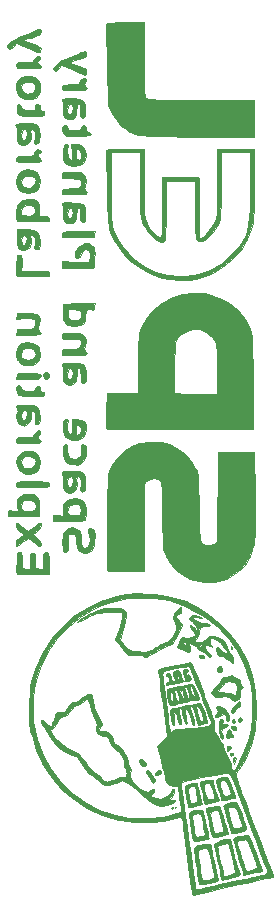
<source format=gbr>
G04 #@! TF.GenerationSoftware,KiCad,Pcbnew,(5.1.2)-2*
G04 #@! TF.CreationDate,2021-08-28T01:18:03-04:00*
G04 #@! TF.ProjectId,MAG_Plus,4d41475f-506c-4757-932e-6b696361645f,rev?*
G04 #@! TF.SameCoordinates,Original*
G04 #@! TF.FileFunction,Legend,Bot*
G04 #@! TF.FilePolarity,Positive*
%FSLAX46Y46*%
G04 Gerber Fmt 4.6, Leading zero omitted, Abs format (unit mm)*
G04 Created by KiCad (PCBNEW (5.1.2)-2) date 2021-08-28 01:18:03*
%MOMM*%
%LPD*%
G04 APERTURE LIST*
%ADD10C,0.010000*%
G04 APERTURE END LIST*
D10*
G36*
X540119133Y-112897578D02*
G01*
X540031115Y-112640033D01*
X539893949Y-112255370D01*
X539719501Y-111777089D01*
X539609454Y-111479509D01*
X539382047Y-110891192D01*
X539186587Y-110432802D01*
X539032780Y-110125229D01*
X538930333Y-109989366D01*
X538914949Y-109984606D01*
X538739244Y-110002896D01*
X538440009Y-110044186D01*
X538233469Y-110075718D01*
X537895873Y-110147609D01*
X537731142Y-110236462D01*
X537700584Y-110329887D01*
X537733643Y-110486445D01*
X537816481Y-110799963D01*
X537937686Y-111229284D01*
X538085847Y-111733256D01*
X538135267Y-111897551D01*
X538288229Y-112401702D01*
X538418821Y-112829058D01*
X538515879Y-113143316D01*
X538568238Y-113308177D01*
X538573958Y-113323901D01*
X538671233Y-113313737D01*
X538782880Y-113293425D01*
X538782880Y-113013184D01*
X538757231Y-113000156D01*
X538709556Y-112887551D01*
X538618810Y-112624263D01*
X538499985Y-112258660D01*
X538368077Y-111839108D01*
X538238079Y-111413976D01*
X538124984Y-111031631D01*
X538043788Y-110740441D01*
X538009484Y-110588773D01*
X538009403Y-110587806D01*
X538088873Y-110473393D01*
X538233469Y-110407793D01*
X538525260Y-110355197D01*
X538686297Y-110343864D01*
X538757585Y-110347997D01*
X538821161Y-110376775D01*
X538887330Y-110453254D01*
X538966392Y-110600486D01*
X539068650Y-110841525D01*
X539204406Y-111199424D01*
X539383962Y-111697236D01*
X539617621Y-112358014D01*
X539733513Y-112687250D01*
X539665926Y-112766428D01*
X539465848Y-112861438D01*
X539204501Y-112949451D01*
X538953105Y-113007642D01*
X538782880Y-113013184D01*
X538782880Y-113293425D01*
X538910717Y-113270167D01*
X539232433Y-113205756D01*
X539576403Y-113133070D01*
X539882652Y-113064677D01*
X540091201Y-113013141D01*
X540146137Y-112994506D01*
X540119133Y-112897578D01*
X540119133Y-112897578D01*
G37*
X540119133Y-112897578D02*
X540031115Y-112640033D01*
X539893949Y-112255370D01*
X539719501Y-111777089D01*
X539609454Y-111479509D01*
X539382047Y-110891192D01*
X539186587Y-110432802D01*
X539032780Y-110125229D01*
X538930333Y-109989366D01*
X538914949Y-109984606D01*
X538739244Y-110002896D01*
X538440009Y-110044186D01*
X538233469Y-110075718D01*
X537895873Y-110147609D01*
X537731142Y-110236462D01*
X537700584Y-110329887D01*
X537733643Y-110486445D01*
X537816481Y-110799963D01*
X537937686Y-111229284D01*
X538085847Y-111733256D01*
X538135267Y-111897551D01*
X538288229Y-112401702D01*
X538418821Y-112829058D01*
X538515879Y-113143316D01*
X538568238Y-113308177D01*
X538573958Y-113323901D01*
X538671233Y-113313737D01*
X538782880Y-113293425D01*
X538782880Y-113013184D01*
X538757231Y-113000156D01*
X538709556Y-112887551D01*
X538618810Y-112624263D01*
X538499985Y-112258660D01*
X538368077Y-111839108D01*
X538238079Y-111413976D01*
X538124984Y-111031631D01*
X538043788Y-110740441D01*
X538009484Y-110588773D01*
X538009403Y-110587806D01*
X538088873Y-110473393D01*
X538233469Y-110407793D01*
X538525260Y-110355197D01*
X538686297Y-110343864D01*
X538757585Y-110347997D01*
X538821161Y-110376775D01*
X538887330Y-110453254D01*
X538966392Y-110600486D01*
X539068650Y-110841525D01*
X539204406Y-111199424D01*
X539383962Y-111697236D01*
X539617621Y-112358014D01*
X539733513Y-112687250D01*
X539665926Y-112766428D01*
X539465848Y-112861438D01*
X539204501Y-112949451D01*
X538953105Y-113007642D01*
X538782880Y-113013184D01*
X538782880Y-113293425D01*
X538910717Y-113270167D01*
X539232433Y-113205756D01*
X539576403Y-113133070D01*
X539882652Y-113064677D01*
X540091201Y-113013141D01*
X540146137Y-112994506D01*
X540119133Y-112897578D01*
G36*
X538792315Y-109302924D02*
G01*
X538698256Y-109009778D01*
X538564349Y-108635905D01*
X538408770Y-108227807D01*
X538249693Y-107831986D01*
X538105293Y-107494941D01*
X537993746Y-107263175D01*
X537934870Y-107182860D01*
X537623110Y-107213581D01*
X537301625Y-107278707D01*
X537033931Y-107360991D01*
X536883548Y-107443189D01*
X536870439Y-107471862D01*
X536902508Y-107617044D01*
X536981065Y-107914482D01*
X537093505Y-108317686D01*
X537198951Y-108683673D01*
X537328564Y-109125297D01*
X537435459Y-109485278D01*
X537507241Y-109722145D01*
X537531291Y-109795567D01*
X537642404Y-109805124D01*
X537648169Y-109804215D01*
X537648169Y-109357551D01*
X537417584Y-108580000D01*
X537311365Y-108198569D01*
X537238498Y-107891275D01*
X537211956Y-107714132D01*
X537213466Y-107698775D01*
X537323726Y-107627899D01*
X537556199Y-107595334D01*
X537578983Y-107595102D01*
X537747466Y-107604594D01*
X537867661Y-107659008D01*
X537969812Y-107797252D01*
X538084160Y-108058234D01*
X538217540Y-108416612D01*
X538348568Y-108795631D01*
X538438419Y-109094400D01*
X538473177Y-109264908D01*
X538469468Y-109285702D01*
X538344349Y-109319670D01*
X538095998Y-109342938D01*
X538035029Y-109345415D01*
X537648169Y-109357551D01*
X537648169Y-109804215D01*
X537883501Y-109767106D01*
X538188595Y-109698136D01*
X538491699Y-109614835D01*
X538726824Y-109533826D01*
X538827984Y-109471729D01*
X538828352Y-109468844D01*
X538792315Y-109302924D01*
X538792315Y-109302924D01*
G37*
X538792315Y-109302924D02*
X538698256Y-109009778D01*
X538564349Y-108635905D01*
X538408770Y-108227807D01*
X538249693Y-107831986D01*
X538105293Y-107494941D01*
X537993746Y-107263175D01*
X537934870Y-107182860D01*
X537623110Y-107213581D01*
X537301625Y-107278707D01*
X537033931Y-107360991D01*
X536883548Y-107443189D01*
X536870439Y-107471862D01*
X536902508Y-107617044D01*
X536981065Y-107914482D01*
X537093505Y-108317686D01*
X537198951Y-108683673D01*
X537328564Y-109125297D01*
X537435459Y-109485278D01*
X537507241Y-109722145D01*
X537531291Y-109795567D01*
X537642404Y-109805124D01*
X537648169Y-109804215D01*
X537648169Y-109357551D01*
X537417584Y-108580000D01*
X537311365Y-108198569D01*
X537238498Y-107891275D01*
X537211956Y-107714132D01*
X537213466Y-107698775D01*
X537323726Y-107627899D01*
X537556199Y-107595334D01*
X537578983Y-107595102D01*
X537747466Y-107604594D01*
X537867661Y-107659008D01*
X537969812Y-107797252D01*
X538084160Y-108058234D01*
X538217540Y-108416612D01*
X538348568Y-108795631D01*
X538438419Y-109094400D01*
X538473177Y-109264908D01*
X538469468Y-109285702D01*
X538344349Y-109319670D01*
X538095998Y-109342938D01*
X538035029Y-109345415D01*
X537648169Y-109357551D01*
X537648169Y-109804215D01*
X537883501Y-109767106D01*
X538188595Y-109698136D01*
X538491699Y-109614835D01*
X538726824Y-109533826D01*
X538827984Y-109471729D01*
X538828352Y-109468844D01*
X538792315Y-109302924D01*
G36*
X537859669Y-106658452D02*
G01*
X537764031Y-106401614D01*
X537632030Y-106066492D01*
X537486082Y-105708173D01*
X537348604Y-105381747D01*
X537242011Y-105142302D01*
X537190119Y-105045855D01*
X537043161Y-105019665D01*
X536798526Y-105052074D01*
X536533102Y-105122814D01*
X536323774Y-105211620D01*
X536246918Y-105294468D01*
X536277656Y-105448360D01*
X536350649Y-105743197D01*
X536451294Y-106120524D01*
X536472002Y-106195510D01*
X536577128Y-106567121D01*
X536661349Y-106851978D01*
X536709506Y-106999137D01*
X536713801Y-107008036D01*
X536815633Y-107005551D01*
X536979984Y-106981155D01*
X536979984Y-106671370D01*
X536871766Y-106608277D01*
X536781771Y-106414573D01*
X536719359Y-106221860D01*
X536605056Y-105780698D01*
X536592074Y-105498445D01*
X536683911Y-105351191D01*
X536852143Y-105314285D01*
X537006304Y-105344718D01*
X537126451Y-105465634D01*
X537247494Y-105721459D01*
X537315913Y-105904529D01*
X537420440Y-106222431D01*
X537478026Y-106453294D01*
X537479076Y-106537904D01*
X537351855Y-106591526D01*
X537151046Y-106647888D01*
X536979984Y-106671370D01*
X536979984Y-106981155D01*
X537048149Y-106971036D01*
X537341756Y-106917796D01*
X537626862Y-106859136D01*
X537833872Y-106808362D01*
X537896530Y-106781917D01*
X537859669Y-106658452D01*
X537859669Y-106658452D01*
G37*
X537859669Y-106658452D02*
X537764031Y-106401614D01*
X537632030Y-106066492D01*
X537486082Y-105708173D01*
X537348604Y-105381747D01*
X537242011Y-105142302D01*
X537190119Y-105045855D01*
X537043161Y-105019665D01*
X536798526Y-105052074D01*
X536533102Y-105122814D01*
X536323774Y-105211620D01*
X536246918Y-105294468D01*
X536277656Y-105448360D01*
X536350649Y-105743197D01*
X536451294Y-106120524D01*
X536472002Y-106195510D01*
X536577128Y-106567121D01*
X536661349Y-106851978D01*
X536709506Y-106999137D01*
X536713801Y-107008036D01*
X536815633Y-107005551D01*
X536979984Y-106981155D01*
X536979984Y-106671370D01*
X536871766Y-106608277D01*
X536781771Y-106414573D01*
X536719359Y-106221860D01*
X536605056Y-105780698D01*
X536592074Y-105498445D01*
X536683911Y-105351191D01*
X536852143Y-105314285D01*
X537006304Y-105344718D01*
X537126451Y-105465634D01*
X537247494Y-105721459D01*
X537315913Y-105904529D01*
X537420440Y-106222431D01*
X537478026Y-106453294D01*
X537479076Y-106537904D01*
X537351855Y-106591526D01*
X537151046Y-106647888D01*
X536979984Y-106671370D01*
X536979984Y-106981155D01*
X537048149Y-106971036D01*
X537341756Y-106917796D01*
X537626862Y-106859136D01*
X537833872Y-106808362D01*
X537896530Y-106781917D01*
X537859669Y-106658452D01*
G36*
X538250063Y-113253745D02*
G01*
X538174038Y-113041916D01*
X538064961Y-112696328D01*
X537936512Y-112265418D01*
X537802371Y-111797621D01*
X537676218Y-111341372D01*
X537571733Y-110945107D01*
X537502595Y-110657262D01*
X537481836Y-110533701D01*
X537442532Y-110354111D01*
X537404081Y-110306907D01*
X537260523Y-110300381D01*
X536999480Y-110346982D01*
X536684015Y-110428374D01*
X536377189Y-110526224D01*
X536142064Y-110622196D01*
X536041703Y-110697956D01*
X536041428Y-110703083D01*
X536068482Y-110839967D01*
X536134161Y-111135576D01*
X536228734Y-111547007D01*
X536342469Y-112031354D01*
X536347617Y-112053061D01*
X536462745Y-112556031D01*
X536557710Y-113004561D01*
X536622632Y-113349617D01*
X536647618Y-113541647D01*
X536687136Y-113719225D01*
X536834437Y-113742525D01*
X536885714Y-113731985D01*
X536922733Y-113723643D01*
X536922733Y-113438750D01*
X536910162Y-113431403D01*
X536876794Y-113323900D01*
X536810517Y-113062629D01*
X536722559Y-112696419D01*
X536624149Y-112274096D01*
X536526515Y-111844488D01*
X536440885Y-111456421D01*
X536378488Y-111158725D01*
X536350551Y-111000225D01*
X536350238Y-110996526D01*
X536397329Y-110844194D01*
X536419973Y-110824510D01*
X536566799Y-110774409D01*
X536823926Y-110715139D01*
X536866355Y-110706960D01*
X537234192Y-110637953D01*
X537565361Y-111821135D01*
X537695084Y-112293297D01*
X537800968Y-112695241D01*
X537871830Y-112983366D01*
X537896530Y-113112503D01*
X537807700Y-113186287D01*
X537591087Y-113279992D01*
X537321509Y-113369431D01*
X537073785Y-113430413D01*
X536922733Y-113438750D01*
X536922733Y-113723643D01*
X537114673Y-113680385D01*
X537457715Y-113604763D01*
X537719486Y-113547757D01*
X538058429Y-113462760D01*
X538227259Y-113383406D01*
X538261651Y-113289929D01*
X538250063Y-113253745D01*
X538250063Y-113253745D01*
G37*
X538250063Y-113253745D02*
X538174038Y-113041916D01*
X538064961Y-112696328D01*
X537936512Y-112265418D01*
X537802371Y-111797621D01*
X537676218Y-111341372D01*
X537571733Y-110945107D01*
X537502595Y-110657262D01*
X537481836Y-110533701D01*
X537442532Y-110354111D01*
X537404081Y-110306907D01*
X537260523Y-110300381D01*
X536999480Y-110346982D01*
X536684015Y-110428374D01*
X536377189Y-110526224D01*
X536142064Y-110622196D01*
X536041703Y-110697956D01*
X536041428Y-110703083D01*
X536068482Y-110839967D01*
X536134161Y-111135576D01*
X536228734Y-111547007D01*
X536342469Y-112031354D01*
X536347617Y-112053061D01*
X536462745Y-112556031D01*
X536557710Y-113004561D01*
X536622632Y-113349617D01*
X536647618Y-113541647D01*
X536687136Y-113719225D01*
X536834437Y-113742525D01*
X536885714Y-113731985D01*
X536922733Y-113723643D01*
X536922733Y-113438750D01*
X536910162Y-113431403D01*
X536876794Y-113323900D01*
X536810517Y-113062629D01*
X536722559Y-112696419D01*
X536624149Y-112274096D01*
X536526515Y-111844488D01*
X536440885Y-111456421D01*
X536378488Y-111158725D01*
X536350551Y-111000225D01*
X536350238Y-110996526D01*
X536397329Y-110844194D01*
X536419973Y-110824510D01*
X536566799Y-110774409D01*
X536823926Y-110715139D01*
X536866355Y-110706960D01*
X537234192Y-110637953D01*
X537565361Y-111821135D01*
X537695084Y-112293297D01*
X537800968Y-112695241D01*
X537871830Y-112983366D01*
X537896530Y-113112503D01*
X537807700Y-113186287D01*
X537591087Y-113279992D01*
X537321509Y-113369431D01*
X537073785Y-113430413D01*
X536922733Y-113438750D01*
X536922733Y-113723643D01*
X537114673Y-113680385D01*
X537457715Y-113604763D01*
X537719486Y-113547757D01*
X538058429Y-113462760D01*
X538227259Y-113383406D01*
X538261651Y-113289929D01*
X538250063Y-113253745D01*
G36*
X537230368Y-109784367D02*
G01*
X537168613Y-109540062D01*
X537068238Y-109192261D01*
X536943915Y-108787164D01*
X536810316Y-108370968D01*
X536682114Y-107989874D01*
X536573980Y-107690078D01*
X536500587Y-107517781D01*
X536481355Y-107493881D01*
X536239922Y-107518478D01*
X535935038Y-107571495D01*
X535639801Y-107637244D01*
X535427312Y-107700040D01*
X535367478Y-107732898D01*
X535370928Y-107876163D01*
X535406206Y-107960173D01*
X535462619Y-108126301D01*
X535542030Y-108440907D01*
X535630917Y-108848363D01*
X535670278Y-109046530D01*
X535752799Y-109471215D01*
X535822456Y-109822392D01*
X535868725Y-110047333D01*
X535879378Y-110094369D01*
X535974944Y-110143837D01*
X536070643Y-110134813D01*
X536070643Y-109825929D01*
X535904602Y-109073372D01*
X535803484Y-108576653D01*
X535763637Y-108242368D01*
X535789614Y-108033512D01*
X535885969Y-107913080D01*
X536055831Y-107844445D01*
X536279882Y-107819051D01*
X536398640Y-107862983D01*
X536470201Y-108031343D01*
X536564543Y-108320733D01*
X536667060Y-108676058D01*
X536763149Y-109042227D01*
X536838205Y-109364148D01*
X536877623Y-109586727D01*
X536873975Y-109656092D01*
X536736342Y-109697617D01*
X536484517Y-109751225D01*
X536439301Y-109759552D01*
X536070643Y-109825929D01*
X536070643Y-110134813D01*
X536229930Y-110119791D01*
X536565755Y-110045594D01*
X536902748Y-109961826D01*
X537145322Y-109901786D01*
X537238832Y-109878980D01*
X537230368Y-109784367D01*
X537230368Y-109784367D01*
G37*
X537230368Y-109784367D02*
X537168613Y-109540062D01*
X537068238Y-109192261D01*
X536943915Y-108787164D01*
X536810316Y-108370968D01*
X536682114Y-107989874D01*
X536573980Y-107690078D01*
X536500587Y-107517781D01*
X536481355Y-107493881D01*
X536239922Y-107518478D01*
X535935038Y-107571495D01*
X535639801Y-107637244D01*
X535427312Y-107700040D01*
X535367478Y-107732898D01*
X535370928Y-107876163D01*
X535406206Y-107960173D01*
X535462619Y-108126301D01*
X535542030Y-108440907D01*
X535630917Y-108848363D01*
X535670278Y-109046530D01*
X535752799Y-109471215D01*
X535822456Y-109822392D01*
X535868725Y-110047333D01*
X535879378Y-110094369D01*
X535974944Y-110143837D01*
X536070643Y-110134813D01*
X536070643Y-109825929D01*
X535904602Y-109073372D01*
X535803484Y-108576653D01*
X535763637Y-108242368D01*
X535789614Y-108033512D01*
X535885969Y-107913080D01*
X536055831Y-107844445D01*
X536279882Y-107819051D01*
X536398640Y-107862983D01*
X536470201Y-108031343D01*
X536564543Y-108320733D01*
X536667060Y-108676058D01*
X536763149Y-109042227D01*
X536838205Y-109364148D01*
X536877623Y-109586727D01*
X536873975Y-109656092D01*
X536736342Y-109697617D01*
X536484517Y-109751225D01*
X536439301Y-109759552D01*
X536070643Y-109825929D01*
X536070643Y-110134813D01*
X536229930Y-110119791D01*
X536565755Y-110045594D01*
X536902748Y-109961826D01*
X537145322Y-109901786D01*
X537238832Y-109878980D01*
X537230368Y-109784367D01*
G36*
X536484062Y-106941190D02*
G01*
X536409850Y-106814878D01*
X536308540Y-106549344D01*
X536198772Y-106207605D01*
X536099188Y-105852680D01*
X536028427Y-105547586D01*
X536005131Y-105355339D01*
X536008507Y-105333517D01*
X535932628Y-105304946D01*
X535722958Y-105306828D01*
X535449642Y-105332168D01*
X535182825Y-105373974D01*
X534992652Y-105425251D01*
X534967755Y-105437287D01*
X534920540Y-105472030D01*
X534904826Y-105537238D01*
X534925731Y-105680137D01*
X534988373Y-105947953D01*
X535049934Y-106195510D01*
X535131537Y-106571770D01*
X535185097Y-106912501D01*
X535196628Y-107059929D01*
X535210986Y-107241423D01*
X535284878Y-107314263D01*
X535475513Y-107306767D01*
X535585427Y-107289196D01*
X535585427Y-106941736D01*
X535472360Y-106864683D01*
X535388025Y-106656480D01*
X535346201Y-106506530D01*
X535240401Y-106067016D01*
X535210910Y-105788436D01*
X535263137Y-105636879D01*
X535402492Y-105578430D01*
X535495043Y-105573469D01*
X535660166Y-105590146D01*
X535770919Y-105670777D01*
X535861309Y-105861261D01*
X535965342Y-106207497D01*
X535965673Y-106208689D01*
X536052427Y-106540419D01*
X536104899Y-106780554D01*
X536112262Y-106872485D01*
X535999236Y-106903635D01*
X535776635Y-106937060D01*
X535585427Y-106941736D01*
X535585427Y-107289196D01*
X535641632Y-107280210D01*
X536060664Y-107193268D01*
X536357124Y-107098212D01*
X536501756Y-107006816D01*
X536484062Y-106941190D01*
X536484062Y-106941190D01*
G37*
X536484062Y-106941190D02*
X536409850Y-106814878D01*
X536308540Y-106549344D01*
X536198772Y-106207605D01*
X536099188Y-105852680D01*
X536028427Y-105547586D01*
X536005131Y-105355339D01*
X536008507Y-105333517D01*
X535932628Y-105304946D01*
X535722958Y-105306828D01*
X535449642Y-105332168D01*
X535182825Y-105373974D01*
X534992652Y-105425251D01*
X534967755Y-105437287D01*
X534920540Y-105472030D01*
X534904826Y-105537238D01*
X534925731Y-105680137D01*
X534988373Y-105947953D01*
X535049934Y-106195510D01*
X535131537Y-106571770D01*
X535185097Y-106912501D01*
X535196628Y-107059929D01*
X535210986Y-107241423D01*
X535284878Y-107314263D01*
X535475513Y-107306767D01*
X535585427Y-107289196D01*
X535585427Y-106941736D01*
X535472360Y-106864683D01*
X535388025Y-106656480D01*
X535346201Y-106506530D01*
X535240401Y-106067016D01*
X535210910Y-105788436D01*
X535263137Y-105636879D01*
X535402492Y-105578430D01*
X535495043Y-105573469D01*
X535660166Y-105590146D01*
X535770919Y-105670777D01*
X535861309Y-105861261D01*
X535965342Y-106207497D01*
X535965673Y-106208689D01*
X536052427Y-106540419D01*
X536104899Y-106780554D01*
X536112262Y-106872485D01*
X535999236Y-106903635D01*
X535776635Y-106937060D01*
X535585427Y-106941736D01*
X535585427Y-107289196D01*
X535641632Y-107280210D01*
X536060664Y-107193268D01*
X536357124Y-107098212D01*
X536501756Y-107006816D01*
X536484062Y-106941190D01*
G36*
X536331974Y-113428918D02*
G01*
X536243639Y-113059403D01*
X536142805Y-112611507D01*
X536040241Y-112135750D01*
X535946716Y-111682653D01*
X535872998Y-111302733D01*
X535829855Y-111046511D01*
X535823061Y-110976780D01*
X535800214Y-110809015D01*
X535705462Y-110723495D01*
X535499488Y-110710987D01*
X535142977Y-110762257D01*
X535012605Y-110786445D01*
X534765519Y-110830672D01*
X534586634Y-110875350D01*
X534469820Y-110949951D01*
X534408948Y-111083948D01*
X534397889Y-111306814D01*
X534430514Y-111648022D01*
X534500692Y-112137044D01*
X534598451Y-112777871D01*
X534676029Y-113279830D01*
X534744593Y-113701471D01*
X534797548Y-114003785D01*
X534828296Y-114147763D01*
X534831201Y-114154126D01*
X534938753Y-114147347D01*
X535147253Y-114111679D01*
X535147253Y-113812454D01*
X535098665Y-113801359D01*
X535059311Y-113682189D01*
X534999129Y-113408974D01*
X534927005Y-113032874D01*
X534851828Y-112605052D01*
X534782483Y-112176667D01*
X534727858Y-111798881D01*
X534696840Y-111522855D01*
X534693525Y-111469030D01*
X534740886Y-111238364D01*
X534915918Y-111133507D01*
X535192820Y-111068363D01*
X535385898Y-111068040D01*
X535521388Y-111161861D01*
X535625523Y-111379145D01*
X535724539Y-111749211D01*
X535808264Y-112130816D01*
X535909139Y-112597892D01*
X535999536Y-113007788D01*
X536067331Y-113305982D01*
X536094127Y-113416339D01*
X536105148Y-113555210D01*
X536016390Y-113644288D01*
X535783286Y-113716823D01*
X535652324Y-113745957D01*
X535353111Y-113798157D01*
X535147253Y-113812454D01*
X535147253Y-114111679D01*
X535197718Y-114103045D01*
X535557430Y-114030147D01*
X535654640Y-114009055D01*
X536062753Y-113910599D01*
X536298841Y-113827137D01*
X536396022Y-113743523D01*
X536397041Y-113669534D01*
X536331974Y-113428918D01*
X536331974Y-113428918D01*
G37*
X536331974Y-113428918D02*
X536243639Y-113059403D01*
X536142805Y-112611507D01*
X536040241Y-112135750D01*
X535946716Y-111682653D01*
X535872998Y-111302733D01*
X535829855Y-111046511D01*
X535823061Y-110976780D01*
X535800214Y-110809015D01*
X535705462Y-110723495D01*
X535499488Y-110710987D01*
X535142977Y-110762257D01*
X535012605Y-110786445D01*
X534765519Y-110830672D01*
X534586634Y-110875350D01*
X534469820Y-110949951D01*
X534408948Y-111083948D01*
X534397889Y-111306814D01*
X534430514Y-111648022D01*
X534500692Y-112137044D01*
X534598451Y-112777871D01*
X534676029Y-113279830D01*
X534744593Y-113701471D01*
X534797548Y-114003785D01*
X534828296Y-114147763D01*
X534831201Y-114154126D01*
X534938753Y-114147347D01*
X535147253Y-114111679D01*
X535147253Y-113812454D01*
X535098665Y-113801359D01*
X535059311Y-113682189D01*
X534999129Y-113408974D01*
X534927005Y-113032874D01*
X534851828Y-112605052D01*
X534782483Y-112176667D01*
X534727858Y-111798881D01*
X534696840Y-111522855D01*
X534693525Y-111469030D01*
X534740886Y-111238364D01*
X534915918Y-111133507D01*
X535192820Y-111068363D01*
X535385898Y-111068040D01*
X535521388Y-111161861D01*
X535625523Y-111379145D01*
X535724539Y-111749211D01*
X535808264Y-112130816D01*
X535909139Y-112597892D01*
X535999536Y-113007788D01*
X536067331Y-113305982D01*
X536094127Y-113416339D01*
X536105148Y-113555210D01*
X536016390Y-113644288D01*
X535783286Y-113716823D01*
X535652324Y-113745957D01*
X535353111Y-113798157D01*
X535147253Y-113812454D01*
X535147253Y-114111679D01*
X535197718Y-114103045D01*
X535557430Y-114030147D01*
X535654640Y-114009055D01*
X536062753Y-113910599D01*
X536298841Y-113827137D01*
X536396022Y-113743523D01*
X536397041Y-113669534D01*
X536331974Y-113428918D01*
G36*
X535594914Y-110120430D02*
G01*
X535539104Y-109841582D01*
X535458171Y-109457402D01*
X535408283Y-109226814D01*
X535312555Y-108780771D01*
X535231410Y-108389089D01*
X535177193Y-108111940D01*
X535164686Y-108039423D01*
X535136637Y-107900415D01*
X535074022Y-107830326D01*
X534928156Y-107818919D01*
X534650357Y-107855957D01*
X534449387Y-107889009D01*
X534151876Y-107949822D01*
X534008069Y-108028373D01*
X533965431Y-108163760D01*
X533965123Y-108249413D01*
X533983890Y-108496355D01*
X534009459Y-108631836D01*
X534038762Y-108775777D01*
X534086218Y-109071939D01*
X534143481Y-109466896D01*
X534168433Y-109649275D01*
X534232847Y-110088011D01*
X534289777Y-110354434D01*
X534351004Y-110482681D01*
X534428307Y-110506889D01*
X534461036Y-110497219D01*
X534621929Y-110456159D01*
X534621929Y-110126059D01*
X534542580Y-110091966D01*
X534479021Y-109985655D01*
X534420574Y-109780445D01*
X534356560Y-109449656D01*
X534276303Y-108966607D01*
X534176479Y-108349699D01*
X534256439Y-108275258D01*
X534468084Y-108192128D01*
X534501224Y-108182677D01*
X534748475Y-108136975D01*
X534899808Y-108149108D01*
X534906178Y-108153794D01*
X534954519Y-108274753D01*
X535024765Y-108537354D01*
X535105004Y-108884562D01*
X535183324Y-109259341D01*
X535247813Y-109604653D01*
X535286560Y-109863462D01*
X535287652Y-109978733D01*
X535287372Y-109979027D01*
X535172823Y-110018257D01*
X534933406Y-110072236D01*
X534870710Y-110084313D01*
X534727747Y-110114615D01*
X534621929Y-110126059D01*
X534621929Y-110456159D01*
X534663101Y-110445651D01*
X534975698Y-110392035D01*
X535123265Y-110372483D01*
X535410006Y-110325343D01*
X535587541Y-110271443D01*
X535615714Y-110245399D01*
X535594914Y-110120430D01*
X535594914Y-110120430D01*
G37*
X535594914Y-110120430D02*
X535539104Y-109841582D01*
X535458171Y-109457402D01*
X535408283Y-109226814D01*
X535312555Y-108780771D01*
X535231410Y-108389089D01*
X535177193Y-108111940D01*
X535164686Y-108039423D01*
X535136637Y-107900415D01*
X535074022Y-107830326D01*
X534928156Y-107818919D01*
X534650357Y-107855957D01*
X534449387Y-107889009D01*
X534151876Y-107949822D01*
X534008069Y-108028373D01*
X533965431Y-108163760D01*
X533965123Y-108249413D01*
X533983890Y-108496355D01*
X534009459Y-108631836D01*
X534038762Y-108775777D01*
X534086218Y-109071939D01*
X534143481Y-109466896D01*
X534168433Y-109649275D01*
X534232847Y-110088011D01*
X534289777Y-110354434D01*
X534351004Y-110482681D01*
X534428307Y-110506889D01*
X534461036Y-110497219D01*
X534621929Y-110456159D01*
X534621929Y-110126059D01*
X534542580Y-110091966D01*
X534479021Y-109985655D01*
X534420574Y-109780445D01*
X534356560Y-109449656D01*
X534276303Y-108966607D01*
X534176479Y-108349699D01*
X534256439Y-108275258D01*
X534468084Y-108192128D01*
X534501224Y-108182677D01*
X534748475Y-108136975D01*
X534899808Y-108149108D01*
X534906178Y-108153794D01*
X534954519Y-108274753D01*
X535024765Y-108537354D01*
X535105004Y-108884562D01*
X535183324Y-109259341D01*
X535247813Y-109604653D01*
X535286560Y-109863462D01*
X535287652Y-109978733D01*
X535287372Y-109979027D01*
X535172823Y-110018257D01*
X534933406Y-110072236D01*
X534870710Y-110084313D01*
X534727747Y-110114615D01*
X534621929Y-110126059D01*
X534621929Y-110456159D01*
X534663101Y-110445651D01*
X534975698Y-110392035D01*
X535123265Y-110372483D01*
X535410006Y-110325343D01*
X535587541Y-110271443D01*
X535615714Y-110245399D01*
X535594914Y-110120430D01*
G36*
X535052573Y-107251180D02*
G01*
X535019009Y-107205099D01*
X534950639Y-107043517D01*
X534867943Y-106741455D01*
X534788471Y-106363316D01*
X534786239Y-106351020D01*
X534716496Y-105983481D01*
X534656615Y-105700842D01*
X534618904Y-105560943D01*
X534617519Y-105558178D01*
X534502745Y-105538142D01*
X534269308Y-105574176D01*
X533991385Y-105646164D01*
X533743154Y-105733988D01*
X533598793Y-105817531D01*
X533587038Y-105837648D01*
X533594578Y-105980056D01*
X533633275Y-106270334D01*
X533695419Y-106652679D01*
X533714816Y-106762235D01*
X533788059Y-107149885D01*
X533851155Y-107449762D01*
X533893167Y-107610901D01*
X533899797Y-107624355D01*
X534012433Y-107622794D01*
X534136997Y-107599206D01*
X534136997Y-107259628D01*
X534031687Y-107159818D01*
X534010370Y-107085056D01*
X533949557Y-106796466D01*
X533921165Y-106662041D01*
X533861064Y-106258409D01*
X533894960Y-106007041D01*
X534031980Y-105871018D01*
X534124682Y-105838846D01*
X534333259Y-105798773D01*
X534423445Y-105801689D01*
X534461650Y-105918064D01*
X534520687Y-106168005D01*
X534586098Y-106480760D01*
X534643424Y-106785574D01*
X534678205Y-107011693D01*
X534682653Y-107070070D01*
X534592381Y-107180428D01*
X534374689Y-107253889D01*
X534369191Y-107254717D01*
X534136997Y-107259628D01*
X534136997Y-107599206D01*
X534254971Y-107576865D01*
X534387086Y-107544960D01*
X534766765Y-107444947D01*
X534980582Y-107375368D01*
X535064023Y-107317141D01*
X535052573Y-107251180D01*
X535052573Y-107251180D01*
G37*
X535052573Y-107251180D02*
X535019009Y-107205099D01*
X534950639Y-107043517D01*
X534867943Y-106741455D01*
X534788471Y-106363316D01*
X534786239Y-106351020D01*
X534716496Y-105983481D01*
X534656615Y-105700842D01*
X534618904Y-105560943D01*
X534617519Y-105558178D01*
X534502745Y-105538142D01*
X534269308Y-105574176D01*
X533991385Y-105646164D01*
X533743154Y-105733988D01*
X533598793Y-105817531D01*
X533587038Y-105837648D01*
X533594578Y-105980056D01*
X533633275Y-106270334D01*
X533695419Y-106652679D01*
X533714816Y-106762235D01*
X533788059Y-107149885D01*
X533851155Y-107449762D01*
X533893167Y-107610901D01*
X533899797Y-107624355D01*
X534012433Y-107622794D01*
X534136997Y-107599206D01*
X534136997Y-107259628D01*
X534031687Y-107159818D01*
X534010370Y-107085056D01*
X533949557Y-106796466D01*
X533921165Y-106662041D01*
X533861064Y-106258409D01*
X533894960Y-106007041D01*
X534031980Y-105871018D01*
X534124682Y-105838846D01*
X534333259Y-105798773D01*
X534423445Y-105801689D01*
X534461650Y-105918064D01*
X534520687Y-106168005D01*
X534586098Y-106480760D01*
X534643424Y-106785574D01*
X534678205Y-107011693D01*
X534682653Y-107070070D01*
X534592381Y-107180428D01*
X534374689Y-107253889D01*
X534369191Y-107254717D01*
X534136997Y-107259628D01*
X534136997Y-107599206D01*
X534254971Y-107576865D01*
X534387086Y-107544960D01*
X534766765Y-107444947D01*
X534980582Y-107375368D01*
X535064023Y-107317141D01*
X535052573Y-107251180D01*
G36*
X534060452Y-96572507D02*
G01*
X534010289Y-96485288D01*
X533913154Y-96338048D01*
X533888473Y-96346526D01*
X533895249Y-96372449D01*
X533901906Y-96522870D01*
X533862103Y-96553877D01*
X533767970Y-96467642D01*
X533719552Y-96346530D01*
X533713738Y-96181215D01*
X533759297Y-96139183D01*
X533850598Y-96060004D01*
X533853265Y-96035510D01*
X533766433Y-95951277D01*
X533645918Y-95931836D01*
X533478189Y-95993515D01*
X533460028Y-96187844D01*
X533489524Y-96294694D01*
X533536052Y-96466195D01*
X533588466Y-96689359D01*
X533661881Y-96891395D01*
X533790942Y-96931845D01*
X533882637Y-96909746D01*
X534087081Y-96836875D01*
X534139280Y-96747977D01*
X534060452Y-96572507D01*
X534060452Y-96572507D01*
G37*
X534060452Y-96572507D02*
X534010289Y-96485288D01*
X533913154Y-96338048D01*
X533888473Y-96346526D01*
X533895249Y-96372449D01*
X533901906Y-96522870D01*
X533862103Y-96553877D01*
X533767970Y-96467642D01*
X533719552Y-96346530D01*
X533713738Y-96181215D01*
X533759297Y-96139183D01*
X533850598Y-96060004D01*
X533853265Y-96035510D01*
X533766433Y-95951277D01*
X533645918Y-95931836D01*
X533478189Y-95993515D01*
X533460028Y-96187844D01*
X533489524Y-96294694D01*
X533536052Y-96466195D01*
X533588466Y-96689359D01*
X533661881Y-96891395D01*
X533790942Y-96931845D01*
X533882637Y-96909746D01*
X534087081Y-96836875D01*
X534139280Y-96747977D01*
X534060452Y-96572507D01*
G36*
X535413244Y-100047948D02*
G01*
X535282978Y-99666497D01*
X535106549Y-99221610D01*
X535089250Y-99180830D01*
X534968380Y-98918210D01*
X534859018Y-98806320D01*
X534691498Y-98805090D01*
X534508851Y-98847010D01*
X534139881Y-98928222D01*
X533781857Y-98992990D01*
X533761128Y-98996092D01*
X533495391Y-99046955D01*
X533323810Y-99101075D01*
X533317076Y-99104892D01*
X533159128Y-99155058D01*
X532893427Y-99202953D01*
X532850546Y-99208565D01*
X532566996Y-99246700D01*
X532399622Y-99303754D01*
X532328743Y-99423266D01*
X532334681Y-99648774D01*
X532397756Y-100023816D01*
X532422060Y-100156530D01*
X532508239Y-100518226D01*
X532588878Y-100675171D01*
X532651232Y-100628442D01*
X532682558Y-100379114D01*
X532681228Y-100134666D01*
X532691199Y-99769098D01*
X532744092Y-99594491D01*
X532825166Y-99615401D01*
X532919684Y-99836384D01*
X532972041Y-100044771D01*
X533055822Y-100337165D01*
X533150760Y-100530100D01*
X533193432Y-100567503D01*
X533249267Y-100529084D01*
X533245031Y-100340931D01*
X533180174Y-99978871D01*
X533180027Y-99978168D01*
X533117680Y-99595369D01*
X533116110Y-99353537D01*
X533146962Y-99289227D01*
X533220022Y-99254594D01*
X533274238Y-99286126D01*
X533328455Y-99422400D01*
X533401513Y-99701992D01*
X533452907Y-99915575D01*
X533548013Y-100246398D01*
X533646458Y-100484160D01*
X533713946Y-100567982D01*
X533766074Y-100515293D01*
X533747750Y-100290417D01*
X533690301Y-100013196D01*
X533624450Y-99680336D01*
X533596095Y-99430033D01*
X533605323Y-99334872D01*
X533713495Y-99250661D01*
X533825628Y-99353640D01*
X533947929Y-99651718D01*
X534006224Y-99845510D01*
X534125312Y-100263866D01*
X534204836Y-100518152D01*
X534260485Y-100644145D01*
X534307947Y-100677624D01*
X534361334Y-100655344D01*
X534383283Y-100531971D01*
X534342505Y-100265519D01*
X534259184Y-99948977D01*
X534133130Y-99511713D01*
X534074579Y-99236686D01*
X534080095Y-99091299D01*
X534146247Y-99042954D01*
X534163642Y-99042041D01*
X534239020Y-99134274D01*
X534347188Y-99379064D01*
X534467799Y-99728545D01*
X534498295Y-99829322D01*
X534729917Y-100616603D01*
X535054554Y-100563921D01*
X535054554Y-100384421D01*
X534933342Y-100320798D01*
X534803106Y-100068119D01*
X534744848Y-99897347D01*
X534621684Y-99433746D01*
X534593780Y-99153905D01*
X534661147Y-99057999D01*
X534696667Y-99063991D01*
X534806452Y-99182962D01*
X534936060Y-99431274D01*
X535057400Y-99736530D01*
X535142380Y-100026338D01*
X535162908Y-100228301D01*
X535157192Y-100250800D01*
X535054554Y-100384421D01*
X535054554Y-100563921D01*
X535081987Y-100559469D01*
X535332861Y-100507837D01*
X535477492Y-100457700D01*
X535483382Y-100453012D01*
X535484370Y-100324080D01*
X535413244Y-100047948D01*
X535413244Y-100047948D01*
G37*
X535413244Y-100047948D02*
X535282978Y-99666497D01*
X535106549Y-99221610D01*
X535089250Y-99180830D01*
X534968380Y-98918210D01*
X534859018Y-98806320D01*
X534691498Y-98805090D01*
X534508851Y-98847010D01*
X534139881Y-98928222D01*
X533781857Y-98992990D01*
X533761128Y-98996092D01*
X533495391Y-99046955D01*
X533323810Y-99101075D01*
X533317076Y-99104892D01*
X533159128Y-99155058D01*
X532893427Y-99202953D01*
X532850546Y-99208565D01*
X532566996Y-99246700D01*
X532399622Y-99303754D01*
X532328743Y-99423266D01*
X532334681Y-99648774D01*
X532397756Y-100023816D01*
X532422060Y-100156530D01*
X532508239Y-100518226D01*
X532588878Y-100675171D01*
X532651232Y-100628442D01*
X532682558Y-100379114D01*
X532681228Y-100134666D01*
X532691199Y-99769098D01*
X532744092Y-99594491D01*
X532825166Y-99615401D01*
X532919684Y-99836384D01*
X532972041Y-100044771D01*
X533055822Y-100337165D01*
X533150760Y-100530100D01*
X533193432Y-100567503D01*
X533249267Y-100529084D01*
X533245031Y-100340931D01*
X533180174Y-99978871D01*
X533180027Y-99978168D01*
X533117680Y-99595369D01*
X533116110Y-99353537D01*
X533146962Y-99289227D01*
X533220022Y-99254594D01*
X533274238Y-99286126D01*
X533328455Y-99422400D01*
X533401513Y-99701992D01*
X533452907Y-99915575D01*
X533548013Y-100246398D01*
X533646458Y-100484160D01*
X533713946Y-100567982D01*
X533766074Y-100515293D01*
X533747750Y-100290417D01*
X533690301Y-100013196D01*
X533624450Y-99680336D01*
X533596095Y-99430033D01*
X533605323Y-99334872D01*
X533713495Y-99250661D01*
X533825628Y-99353640D01*
X533947929Y-99651718D01*
X534006224Y-99845510D01*
X534125312Y-100263866D01*
X534204836Y-100518152D01*
X534260485Y-100644145D01*
X534307947Y-100677624D01*
X534361334Y-100655344D01*
X534383283Y-100531971D01*
X534342505Y-100265519D01*
X534259184Y-99948977D01*
X534133130Y-99511713D01*
X534074579Y-99236686D01*
X534080095Y-99091299D01*
X534146247Y-99042954D01*
X534163642Y-99042041D01*
X534239020Y-99134274D01*
X534347188Y-99379064D01*
X534467799Y-99728545D01*
X534498295Y-99829322D01*
X534729917Y-100616603D01*
X535054554Y-100563921D01*
X535054554Y-100384421D01*
X534933342Y-100320798D01*
X534803106Y-100068119D01*
X534744848Y-99897347D01*
X534621684Y-99433746D01*
X534593780Y-99153905D01*
X534661147Y-99057999D01*
X534696667Y-99063991D01*
X534806452Y-99182962D01*
X534936060Y-99431274D01*
X535057400Y-99736530D01*
X535142380Y-100026338D01*
X535162908Y-100228301D01*
X535157192Y-100250800D01*
X535054554Y-100384421D01*
X535054554Y-100563921D01*
X535081987Y-100559469D01*
X535332861Y-100507837D01*
X535477492Y-100457700D01*
X535483382Y-100453012D01*
X535484370Y-100324080D01*
X535413244Y-100047948D01*
G36*
X534712799Y-98082977D02*
G01*
X534595022Y-97780530D01*
X534455448Y-97489130D01*
X534321236Y-97272393D01*
X534231215Y-97194298D01*
X534060865Y-97202283D01*
X533742798Y-97251205D01*
X533330538Y-97332066D01*
X533076043Y-97388507D01*
X532090816Y-97616172D01*
X532102842Y-97992168D01*
X532123717Y-98307453D01*
X532158091Y-98562968D01*
X532160749Y-98575510D01*
X532232322Y-98855342D01*
X532318053Y-98972865D01*
X532473146Y-98969013D01*
X532564873Y-98942171D01*
X532564873Y-98605538D01*
X532470898Y-98601385D01*
X532383661Y-98446135D01*
X532371329Y-98394081D01*
X532317510Y-98026477D01*
X532334449Y-97835836D01*
X532389745Y-97797959D01*
X532483704Y-97889029D01*
X532564236Y-98112486D01*
X532606229Y-98393698D01*
X532607768Y-98445918D01*
X532564873Y-98605538D01*
X532564873Y-98942171D01*
X532629669Y-98923209D01*
X532973609Y-98836666D01*
X533061357Y-98821207D01*
X533061357Y-98613594D01*
X533008894Y-98605160D01*
X532898959Y-98489288D01*
X532806737Y-98263279D01*
X532745650Y-97995440D01*
X532729118Y-97754076D01*
X532770564Y-97607492D01*
X532809544Y-97590612D01*
X532885364Y-97629083D01*
X532952806Y-97770794D01*
X533026791Y-98055188D01*
X533078910Y-98302693D01*
X533108887Y-98537246D01*
X533061357Y-98613594D01*
X533061357Y-98821207D01*
X533352572Y-98769899D01*
X533385309Y-98765744D01*
X533494637Y-98746772D01*
X533494637Y-98398492D01*
X533393109Y-98384508D01*
X533330848Y-98313324D01*
X533263510Y-98130598D01*
X533235877Y-97906787D01*
X533248376Y-97715511D01*
X533301435Y-97630392D01*
X533326921Y-97637519D01*
X533417661Y-97776180D01*
X533490035Y-98013283D01*
X533522852Y-98252675D01*
X533494920Y-98398206D01*
X533494637Y-98398492D01*
X533494637Y-98746772D01*
X533675138Y-98715447D01*
X533877345Y-98653180D01*
X533903676Y-98638063D01*
X533965755Y-98616400D01*
X533965755Y-98452652D01*
X533882802Y-98422012D01*
X533778228Y-98218486D01*
X533717814Y-98042694D01*
X533610993Y-97683636D01*
X533564327Y-97482847D01*
X533574830Y-97401093D01*
X533639519Y-97399142D01*
X533669559Y-97408424D01*
X533780113Y-97531238D01*
X533886688Y-97776865D01*
X533966831Y-98066148D01*
X533998089Y-98319925D01*
X533965755Y-98452652D01*
X533965755Y-98616400D01*
X534072642Y-98579100D01*
X534341897Y-98540442D01*
X534366201Y-98538815D01*
X534398864Y-98535236D01*
X534398864Y-98199182D01*
X534348574Y-98187688D01*
X534244056Y-98079625D01*
X534148613Y-97872178D01*
X534083205Y-97638396D01*
X534068795Y-97451326D01*
X534117739Y-97383265D01*
X534185392Y-97467442D01*
X534289520Y-97667900D01*
X534394448Y-97906533D01*
X534464501Y-98105232D01*
X534475306Y-98166126D01*
X534398864Y-98199182D01*
X534398864Y-98535236D01*
X534620404Y-98510960D01*
X534767912Y-98471460D01*
X534774335Y-98466549D01*
X534781622Y-98332856D01*
X534712799Y-98082977D01*
X534712799Y-98082977D01*
G37*
X534712799Y-98082977D02*
X534595022Y-97780530D01*
X534455448Y-97489130D01*
X534321236Y-97272393D01*
X534231215Y-97194298D01*
X534060865Y-97202283D01*
X533742798Y-97251205D01*
X533330538Y-97332066D01*
X533076043Y-97388507D01*
X532090816Y-97616172D01*
X532102842Y-97992168D01*
X532123717Y-98307453D01*
X532158091Y-98562968D01*
X532160749Y-98575510D01*
X532232322Y-98855342D01*
X532318053Y-98972865D01*
X532473146Y-98969013D01*
X532564873Y-98942171D01*
X532564873Y-98605538D01*
X532470898Y-98601385D01*
X532383661Y-98446135D01*
X532371329Y-98394081D01*
X532317510Y-98026477D01*
X532334449Y-97835836D01*
X532389745Y-97797959D01*
X532483704Y-97889029D01*
X532564236Y-98112486D01*
X532606229Y-98393698D01*
X532607768Y-98445918D01*
X532564873Y-98605538D01*
X532564873Y-98942171D01*
X532629669Y-98923209D01*
X532973609Y-98836666D01*
X533061357Y-98821207D01*
X533061357Y-98613594D01*
X533008894Y-98605160D01*
X532898959Y-98489288D01*
X532806737Y-98263279D01*
X532745650Y-97995440D01*
X532729118Y-97754076D01*
X532770564Y-97607492D01*
X532809544Y-97590612D01*
X532885364Y-97629083D01*
X532952806Y-97770794D01*
X533026791Y-98055188D01*
X533078910Y-98302693D01*
X533108887Y-98537246D01*
X533061357Y-98613594D01*
X533061357Y-98821207D01*
X533352572Y-98769899D01*
X533385309Y-98765744D01*
X533494637Y-98746772D01*
X533494637Y-98398492D01*
X533393109Y-98384508D01*
X533330848Y-98313324D01*
X533263510Y-98130598D01*
X533235877Y-97906787D01*
X533248376Y-97715511D01*
X533301435Y-97630392D01*
X533326921Y-97637519D01*
X533417661Y-97776180D01*
X533490035Y-98013283D01*
X533522852Y-98252675D01*
X533494920Y-98398206D01*
X533494637Y-98398492D01*
X533494637Y-98746772D01*
X533675138Y-98715447D01*
X533877345Y-98653180D01*
X533903676Y-98638063D01*
X533965755Y-98616400D01*
X533965755Y-98452652D01*
X533882802Y-98422012D01*
X533778228Y-98218486D01*
X533717814Y-98042694D01*
X533610993Y-97683636D01*
X533564327Y-97482847D01*
X533574830Y-97401093D01*
X533639519Y-97399142D01*
X533669559Y-97408424D01*
X533780113Y-97531238D01*
X533886688Y-97776865D01*
X533966831Y-98066148D01*
X533998089Y-98319925D01*
X533965755Y-98452652D01*
X533965755Y-98616400D01*
X534072642Y-98579100D01*
X534341897Y-98540442D01*
X534366201Y-98538815D01*
X534398864Y-98535236D01*
X534398864Y-98199182D01*
X534348574Y-98187688D01*
X534244056Y-98079625D01*
X534148613Y-97872178D01*
X534083205Y-97638396D01*
X534068795Y-97451326D01*
X534117739Y-97383265D01*
X534185392Y-97467442D01*
X534289520Y-97667900D01*
X534394448Y-97906533D01*
X534464501Y-98105232D01*
X534475306Y-98166126D01*
X534398864Y-98199182D01*
X534398864Y-98535236D01*
X534620404Y-98510960D01*
X534767912Y-98471460D01*
X534774335Y-98466549D01*
X534781622Y-98332856D01*
X534712799Y-98082977D01*
G36*
X533488614Y-96865352D02*
G01*
X533464963Y-96864898D01*
X533379579Y-96773299D01*
X533301896Y-96544363D01*
X533283061Y-96450204D01*
X533221325Y-96182972D01*
X533123216Y-96064210D01*
X532936470Y-96035648D01*
X532911091Y-96035510D01*
X532708315Y-96059877D01*
X532623266Y-96161618D01*
X532640812Y-96383689D01*
X532703472Y-96624826D01*
X532748101Y-96875980D01*
X532687158Y-96993901D01*
X532663629Y-97005061D01*
X532553129Y-96953761D01*
X532473190Y-96700732D01*
X532464442Y-96649694D01*
X532394701Y-96373643D01*
X532283004Y-96256721D01*
X532193264Y-96242857D01*
X532023157Y-96310746D01*
X531987143Y-96404486D01*
X532034075Y-96514145D01*
X532083352Y-96506654D01*
X532183527Y-96542630D01*
X532250669Y-96671235D01*
X532251654Y-96894070D01*
X532154460Y-96988912D01*
X531994648Y-97128820D01*
X532019366Y-97227551D01*
X532205839Y-97239565D01*
X532272245Y-97224455D01*
X532562752Y-97156722D01*
X532921014Y-97087280D01*
X532998953Y-97073991D01*
X533023877Y-97068621D01*
X533023877Y-96761224D01*
X532950988Y-96671965D01*
X532927491Y-96476122D01*
X532940091Y-96291713D01*
X532976850Y-96298227D01*
X533023877Y-96398367D01*
X533110038Y-96640606D01*
X533089782Y-96746224D01*
X533023877Y-96761224D01*
X533023877Y-97068621D01*
X533271923Y-97015172D01*
X533471768Y-96948568D01*
X533557620Y-96892515D01*
X533488614Y-96865352D01*
X533488614Y-96865352D01*
G37*
X533488614Y-96865352D02*
X533464963Y-96864898D01*
X533379579Y-96773299D01*
X533301896Y-96544363D01*
X533283061Y-96450204D01*
X533221325Y-96182972D01*
X533123216Y-96064210D01*
X532936470Y-96035648D01*
X532911091Y-96035510D01*
X532708315Y-96059877D01*
X532623266Y-96161618D01*
X532640812Y-96383689D01*
X532703472Y-96624826D01*
X532748101Y-96875980D01*
X532687158Y-96993901D01*
X532663629Y-97005061D01*
X532553129Y-96953761D01*
X532473190Y-96700732D01*
X532464442Y-96649694D01*
X532394701Y-96373643D01*
X532283004Y-96256721D01*
X532193264Y-96242857D01*
X532023157Y-96310746D01*
X531987143Y-96404486D01*
X532034075Y-96514145D01*
X532083352Y-96506654D01*
X532183527Y-96542630D01*
X532250669Y-96671235D01*
X532251654Y-96894070D01*
X532154460Y-96988912D01*
X531994648Y-97128820D01*
X532019366Y-97227551D01*
X532205839Y-97239565D01*
X532272245Y-97224455D01*
X532562752Y-97156722D01*
X532921014Y-97087280D01*
X532998953Y-97073991D01*
X533023877Y-97068621D01*
X533023877Y-96761224D01*
X532950988Y-96671965D01*
X532927491Y-96476122D01*
X532940091Y-96291713D01*
X532976850Y-96298227D01*
X533023877Y-96398367D01*
X533110038Y-96640606D01*
X533089782Y-96746224D01*
X533023877Y-96761224D01*
X533023877Y-97068621D01*
X533271923Y-97015172D01*
X533471768Y-96948568D01*
X533557620Y-96892515D01*
X533488614Y-96865352D01*
G36*
X538360276Y-100021811D02*
G01*
X538244669Y-100017899D01*
X538140467Y-100151404D01*
X538122194Y-100216958D01*
X538166853Y-100364922D01*
X538251786Y-100389796D01*
X538386378Y-100302587D01*
X538414898Y-100173809D01*
X538360276Y-100021811D01*
X538360276Y-100021811D01*
G37*
X538360276Y-100021811D02*
X538244669Y-100017899D01*
X538140467Y-100151404D01*
X538122194Y-100216958D01*
X538166853Y-100364922D01*
X538251786Y-100389796D01*
X538386378Y-100302587D01*
X538414898Y-100173809D01*
X538360276Y-100021811D01*
G36*
X537813543Y-100200512D02*
G01*
X537741020Y-100182449D01*
X537603573Y-100265436D01*
X537585510Y-100337959D01*
X537668497Y-100475406D01*
X537741020Y-100493469D01*
X537878467Y-100410482D01*
X537896530Y-100337959D01*
X537813543Y-100200512D01*
X537813543Y-100200512D01*
G37*
X537813543Y-100200512D02*
X537741020Y-100182449D01*
X537603573Y-100265436D01*
X537585510Y-100337959D01*
X537668497Y-100475406D01*
X537741020Y-100493469D01*
X537878467Y-100410482D01*
X537896530Y-100337959D01*
X537813543Y-100200512D01*
G36*
X537883588Y-103336490D02*
G01*
X537738291Y-103323896D01*
X537663319Y-103465822D01*
X537681175Y-103696929D01*
X537745450Y-103945694D01*
X537868917Y-103674713D01*
X537936276Y-103436706D01*
X537883588Y-103336490D01*
X537883588Y-103336490D01*
G37*
X537883588Y-103336490D02*
X537738291Y-103323896D01*
X537663319Y-103465822D01*
X537681175Y-103696929D01*
X537745450Y-103945694D01*
X537868917Y-103674713D01*
X537936276Y-103436706D01*
X537883588Y-103336490D01*
G36*
X537625067Y-94122935D02*
G01*
X537541407Y-93977008D01*
X537487311Y-94001454D01*
X537481836Y-94059596D01*
X537557132Y-94200179D01*
X537584322Y-94220490D01*
X537643235Y-94203803D01*
X537625067Y-94122935D01*
X537625067Y-94122935D01*
G37*
X537625067Y-94122935D02*
X537541407Y-93977008D01*
X537487311Y-94001454D01*
X537481836Y-94059596D01*
X537557132Y-94200179D01*
X537584322Y-94220490D01*
X537643235Y-94203803D01*
X537625067Y-94122935D01*
G36*
X538279387Y-98682799D02*
G01*
X538176447Y-98652358D01*
X537991260Y-98797984D01*
X537800405Y-99013825D01*
X537566423Y-99340316D01*
X537488954Y-99558145D01*
X537570409Y-99658317D01*
X537626108Y-99664081D01*
X537756581Y-99575693D01*
X537835430Y-99404898D01*
X537962784Y-99190679D01*
X538105852Y-99145714D01*
X538267191Y-99083940D01*
X538311224Y-98886530D01*
X538279387Y-98682799D01*
X538279387Y-98682799D01*
G37*
X538279387Y-98682799D02*
X538176447Y-98652358D01*
X537991260Y-98797984D01*
X537800405Y-99013825D01*
X537566423Y-99340316D01*
X537488954Y-99558145D01*
X537570409Y-99658317D01*
X537626108Y-99664081D01*
X537756581Y-99575693D01*
X537835430Y-99404898D01*
X537962784Y-99190679D01*
X538105852Y-99145714D01*
X538267191Y-99083940D01*
X538311224Y-98886530D01*
X538279387Y-98682799D01*
G36*
X537980828Y-100934081D02*
G01*
X537862512Y-100777378D01*
X537714043Y-100719524D01*
X537519575Y-100736696D01*
X537501736Y-100853778D01*
X537606245Y-100991102D01*
X537792392Y-101104499D01*
X537939870Y-101084772D01*
X537982228Y-100942037D01*
X537980828Y-100934081D01*
X537980828Y-100934081D01*
G37*
X537980828Y-100934081D02*
X537862512Y-100777378D01*
X537714043Y-100719524D01*
X537519575Y-100736696D01*
X537501736Y-100853778D01*
X537606245Y-100991102D01*
X537792392Y-101104499D01*
X537939870Y-101084772D01*
X537982228Y-100942037D01*
X537980828Y-100934081D01*
G36*
X537613594Y-102986282D02*
G01*
X537463732Y-103061941D01*
X537427419Y-103189160D01*
X537484394Y-103242397D01*
X537636362Y-103237386D01*
X537697452Y-103176343D01*
X537717695Y-103035924D01*
X537613594Y-102986282D01*
X537613594Y-102986282D01*
G37*
X537613594Y-102986282D02*
X537463732Y-103061941D01*
X537427419Y-103189160D01*
X537484394Y-103242397D01*
X537636362Y-103237386D01*
X537697452Y-103176343D01*
X537717695Y-103035924D01*
X537613594Y-102986282D01*
G36*
X537399657Y-102463415D02*
G01*
X537326326Y-102425774D01*
X537208006Y-102437722D01*
X537170908Y-102619176D01*
X537170816Y-102634723D01*
X537188576Y-102815260D01*
X537264603Y-102820483D01*
X537326326Y-102774285D01*
X537456341Y-102630190D01*
X537481836Y-102565336D01*
X537399657Y-102463415D01*
X537399657Y-102463415D01*
G37*
X537399657Y-102463415D02*
X537326326Y-102425774D01*
X537208006Y-102437722D01*
X537170908Y-102619176D01*
X537170816Y-102634723D01*
X537188576Y-102815260D01*
X537264603Y-102820483D01*
X537326326Y-102774285D01*
X537456341Y-102630190D01*
X537481836Y-102565336D01*
X537399657Y-102463415D01*
G36*
X537632164Y-101442922D02*
G01*
X537585510Y-101426530D01*
X537501277Y-101339699D01*
X537481836Y-101219183D01*
X537436614Y-101042487D01*
X537329962Y-101036483D01*
X537205402Y-101193041D01*
X537168250Y-101277769D01*
X537080431Y-101556857D01*
X537090688Y-101712670D01*
X537163652Y-101784960D01*
X537295918Y-101770436D01*
X537329649Y-101732174D01*
X537472204Y-101662449D01*
X537544160Y-101675392D01*
X537670407Y-101649679D01*
X537689183Y-101578787D01*
X537632164Y-101442922D01*
X537632164Y-101442922D01*
G37*
X537632164Y-101442922D02*
X537585510Y-101426530D01*
X537501277Y-101339699D01*
X537481836Y-101219183D01*
X537436614Y-101042487D01*
X537329962Y-101036483D01*
X537205402Y-101193041D01*
X537168250Y-101277769D01*
X537080431Y-101556857D01*
X537090688Y-101712670D01*
X537163652Y-101784960D01*
X537295918Y-101770436D01*
X537329649Y-101732174D01*
X537472204Y-101662449D01*
X537544160Y-101675392D01*
X537670407Y-101649679D01*
X537689183Y-101578787D01*
X537632164Y-101442922D01*
G36*
X537213643Y-100538753D02*
G01*
X537008371Y-100556318D01*
X537003839Y-100557448D01*
X536815060Y-100586637D01*
X536775081Y-100512411D01*
X536800709Y-100412638D01*
X536810109Y-100220804D01*
X536732014Y-100120678D01*
X536617217Y-100162922D01*
X536588907Y-100201387D01*
X536524244Y-100424198D01*
X536497281Y-100766093D01*
X536508284Y-101142215D01*
X536557521Y-101467709D01*
X536584646Y-101556122D01*
X536686835Y-101759638D01*
X536776135Y-101841224D01*
X536854228Y-101763452D01*
X536818367Y-101562431D01*
X536756494Y-101427225D01*
X536700654Y-101151431D01*
X536830663Y-100936156D01*
X537026741Y-100844192D01*
X537215843Y-100744706D01*
X537274490Y-100635765D01*
X537213643Y-100538753D01*
X537213643Y-100538753D01*
G37*
X537213643Y-100538753D02*
X537008371Y-100556318D01*
X537003839Y-100557448D01*
X536815060Y-100586637D01*
X536775081Y-100512411D01*
X536800709Y-100412638D01*
X536810109Y-100220804D01*
X536732014Y-100120678D01*
X536617217Y-100162922D01*
X536588907Y-100201387D01*
X536524244Y-100424198D01*
X536497281Y-100766093D01*
X536508284Y-101142215D01*
X536557521Y-101467709D01*
X536584646Y-101556122D01*
X536686835Y-101759638D01*
X536776135Y-101841224D01*
X536854228Y-101763452D01*
X536818367Y-101562431D01*
X536756494Y-101427225D01*
X536700654Y-101151431D01*
X536830663Y-100936156D01*
X537026741Y-100844192D01*
X537215843Y-100744706D01*
X537274490Y-100635765D01*
X537213643Y-100538753D01*
G36*
X536695072Y-95675821D02*
G01*
X536560718Y-95624052D01*
X536426252Y-95737109D01*
X536404357Y-95784805D01*
X536345673Y-96031337D01*
X536418506Y-96172704D01*
X536445102Y-96191020D01*
X536615156Y-96208771D01*
X536729371Y-96058043D01*
X536756122Y-95873881D01*
X536695072Y-95675821D01*
X536695072Y-95675821D01*
G37*
X536695072Y-95675821D02*
X536560718Y-95624052D01*
X536426252Y-95737109D01*
X536404357Y-95784805D01*
X536345673Y-96031337D01*
X536418506Y-96172704D01*
X536445102Y-96191020D01*
X536615156Y-96208771D01*
X536729371Y-96058043D01*
X536756122Y-95873881D01*
X536695072Y-95675821D01*
G36*
X537212515Y-99580984D02*
G01*
X536999850Y-99299426D01*
X536741767Y-99112476D01*
X536736731Y-99110320D01*
X536457065Y-99032531D01*
X536292656Y-99064881D01*
X536274241Y-99191773D01*
X536347092Y-99308049D01*
X536432591Y-99461222D01*
X536345744Y-99583144D01*
X536311597Y-99608974D01*
X536148628Y-99801037D01*
X536178478Y-99982171D01*
X536200134Y-100006597D01*
X536318873Y-99997038D01*
X536524683Y-99887695D01*
X536562284Y-99861810D01*
X536832630Y-99720826D01*
X536999420Y-99758729D01*
X537065663Y-99976540D01*
X537067143Y-100033057D01*
X537115447Y-100232840D01*
X537222588Y-100280559D01*
X537331901Y-100153107D01*
X537336028Y-100142714D01*
X537338371Y-99885847D01*
X537212515Y-99580984D01*
X537212515Y-99580984D01*
G37*
X537212515Y-99580984D02*
X536999850Y-99299426D01*
X536741767Y-99112476D01*
X536736731Y-99110320D01*
X536457065Y-99032531D01*
X536292656Y-99064881D01*
X536274241Y-99191773D01*
X536347092Y-99308049D01*
X536432591Y-99461222D01*
X536345744Y-99583144D01*
X536311597Y-99608974D01*
X536148628Y-99801037D01*
X536178478Y-99982171D01*
X536200134Y-100006597D01*
X536318873Y-99997038D01*
X536524683Y-99887695D01*
X536562284Y-99861810D01*
X536832630Y-99720826D01*
X536999420Y-99758729D01*
X537065663Y-99976540D01*
X537067143Y-100033057D01*
X537115447Y-100232840D01*
X537222588Y-100280559D01*
X537331901Y-100153107D01*
X537336028Y-100142714D01*
X537338371Y-99885847D01*
X537212515Y-99580984D01*
G36*
X538477836Y-97322521D02*
G01*
X538391127Y-97268350D01*
X538272147Y-97120962D01*
X538274450Y-97018540D01*
X538242646Y-96862280D01*
X538140552Y-96798177D01*
X537904025Y-96673818D01*
X537761139Y-96568639D01*
X537579043Y-96463996D01*
X537391394Y-96521995D01*
X537364240Y-96538513D01*
X537130724Y-96610686D01*
X537031060Y-96566952D01*
X536917143Y-96562690D01*
X536748803Y-96715161D01*
X536546735Y-96983076D01*
X536320691Y-97293421D01*
X536113503Y-97553621D01*
X536004490Y-97672871D01*
X535853834Y-97842955D01*
X535858674Y-97977545D01*
X536023957Y-98154950D01*
X536035602Y-98165517D01*
X536231041Y-98292916D01*
X536444057Y-98280340D01*
X536544523Y-98245992D01*
X536965364Y-98175674D01*
X537344406Y-98275860D01*
X537543538Y-98430900D01*
X537766316Y-98602943D01*
X537787264Y-98600442D01*
X537787264Y-98133202D01*
X537652497Y-98053482D01*
X537410356Y-97960164D01*
X537050858Y-97907456D01*
X536882446Y-97901632D01*
X536574105Y-97895790D01*
X536426256Y-97853937D01*
X536428418Y-97739580D01*
X536570111Y-97516228D01*
X536714965Y-97318478D01*
X537018695Y-97038530D01*
X537366116Y-96926767D01*
X537708279Y-96996594D01*
X537766939Y-97030386D01*
X537925534Y-97186489D01*
X537992174Y-97428419D01*
X538000204Y-97627560D01*
X537982608Y-97971684D01*
X537917693Y-98132803D01*
X537787264Y-98133202D01*
X537787264Y-98600442D01*
X537974305Y-98578107D01*
X538152629Y-98423409D01*
X538285865Y-98149472D01*
X538276298Y-97986620D01*
X538300389Y-97700531D01*
X538390749Y-97560017D01*
X538507719Y-97409080D01*
X538477836Y-97322521D01*
X538477836Y-97322521D01*
G37*
X538477836Y-97322521D02*
X538391127Y-97268350D01*
X538272147Y-97120962D01*
X538274450Y-97018540D01*
X538242646Y-96862280D01*
X538140552Y-96798177D01*
X537904025Y-96673818D01*
X537761139Y-96568639D01*
X537579043Y-96463996D01*
X537391394Y-96521995D01*
X537364240Y-96538513D01*
X537130724Y-96610686D01*
X537031060Y-96566952D01*
X536917143Y-96562690D01*
X536748803Y-96715161D01*
X536546735Y-96983076D01*
X536320691Y-97293421D01*
X536113503Y-97553621D01*
X536004490Y-97672871D01*
X535853834Y-97842955D01*
X535858674Y-97977545D01*
X536023957Y-98154950D01*
X536035602Y-98165517D01*
X536231041Y-98292916D01*
X536444057Y-98280340D01*
X536544523Y-98245992D01*
X536965364Y-98175674D01*
X537344406Y-98275860D01*
X537543538Y-98430900D01*
X537766316Y-98602943D01*
X537787264Y-98600442D01*
X537787264Y-98133202D01*
X537652497Y-98053482D01*
X537410356Y-97960164D01*
X537050858Y-97907456D01*
X536882446Y-97901632D01*
X536574105Y-97895790D01*
X536426256Y-97853937D01*
X536428418Y-97739580D01*
X536570111Y-97516228D01*
X536714965Y-97318478D01*
X537018695Y-97038530D01*
X537366116Y-96926767D01*
X537708279Y-96996594D01*
X537766939Y-97030386D01*
X537925534Y-97186489D01*
X537992174Y-97428419D01*
X538000204Y-97627560D01*
X537982608Y-97971684D01*
X537917693Y-98132803D01*
X537787264Y-98133202D01*
X537787264Y-98600442D01*
X537974305Y-98578107D01*
X538152629Y-98423409D01*
X538285865Y-98149472D01*
X538276298Y-97986620D01*
X538300389Y-97700531D01*
X538390749Y-97560017D01*
X538507719Y-97409080D01*
X538477836Y-97322521D01*
G36*
X535143714Y-94741365D02*
G01*
X535011471Y-94706463D01*
X534824423Y-94735680D01*
X534786326Y-94836054D01*
X534875753Y-94968134D01*
X535054149Y-94998775D01*
X535244345Y-94950546D01*
X535271334Y-94845114D01*
X535143714Y-94741365D01*
X535143714Y-94741365D01*
G37*
X535143714Y-94741365D02*
X535011471Y-94706463D01*
X534824423Y-94735680D01*
X534786326Y-94836054D01*
X534875753Y-94968134D01*
X535054149Y-94998775D01*
X535244345Y-94950546D01*
X535271334Y-94845114D01*
X535143714Y-94741365D01*
G36*
X537662134Y-95013926D02*
G01*
X537565162Y-94756463D01*
X537443780Y-94546753D01*
X537370844Y-94475884D01*
X537255760Y-94312143D01*
X537219227Y-94142065D01*
X537108987Y-93770370D01*
X536808847Y-93456122D01*
X536407950Y-93232141D01*
X535975545Y-93091000D01*
X535672501Y-93106009D01*
X535502462Y-93276772D01*
X535483980Y-93332432D01*
X535348476Y-93491051D01*
X535087169Y-93599220D01*
X534779902Y-93632990D01*
X534586612Y-93601606D01*
X534448101Y-93545372D01*
X534459094Y-93467381D01*
X534582824Y-93336155D01*
X534730512Y-93102560D01*
X534837870Y-92783349D01*
X534849955Y-92719417D01*
X534905331Y-92453904D01*
X535000981Y-92335160D01*
X535203186Y-92304245D01*
X535317944Y-92303265D01*
X535607323Y-92274982D01*
X535708379Y-92205962D01*
X535615016Y-92119948D01*
X535382449Y-92052044D01*
X535046905Y-91983926D01*
X534766657Y-91925754D01*
X534483138Y-91805713D01*
X534305962Y-91665938D01*
X534205969Y-91544095D01*
X534224533Y-91494409D01*
X534395096Y-91499612D01*
X534584815Y-91521962D01*
X535045510Y-91578920D01*
X534708008Y-91422198D01*
X534444174Y-91326810D01*
X534254891Y-91346408D01*
X534163723Y-91394615D01*
X534015615Y-91500092D01*
X533979880Y-91598807D01*
X534069128Y-91739057D01*
X534295974Y-91969139D01*
X534319796Y-91992245D01*
X534534089Y-92242344D01*
X534662354Y-92474106D01*
X534678924Y-92556868D01*
X534662784Y-92678505D01*
X534596850Y-92659778D01*
X534444990Y-92488293D01*
X534431698Y-92472069D01*
X534241652Y-92288082D01*
X534083244Y-92213827D01*
X534060764Y-92216820D01*
X534028164Y-92315537D01*
X534164529Y-92532877D01*
X534204317Y-92581350D01*
X534376228Y-92810928D01*
X534469663Y-92984880D01*
X534475306Y-93014031D01*
X534384336Y-93122963D01*
X534162235Y-93214572D01*
X533885221Y-93272159D01*
X533629509Y-93279023D01*
X533484213Y-93231185D01*
X533364699Y-93181049D01*
X533271150Y-93295220D01*
X533232855Y-93387547D01*
X533113099Y-93672913D01*
X533019319Y-93866884D01*
X532968644Y-94034724D01*
X533079379Y-94118824D01*
X533097162Y-94124388D01*
X533323510Y-94211585D01*
X533548030Y-94316822D01*
X533548030Y-93916374D01*
X533504868Y-93890106D01*
X533441801Y-93739612D01*
X533552766Y-93654029D01*
X533594081Y-93651020D01*
X533732095Y-93703755D01*
X533749592Y-93748575D01*
X533680995Y-93883954D01*
X533548030Y-93916374D01*
X533548030Y-94316822D01*
X533576565Y-94330197D01*
X533858567Y-94454467D01*
X533999286Y-94447135D01*
X534028046Y-94294430D01*
X534004162Y-94129424D01*
X533986124Y-93835475D01*
X534071633Y-93719090D01*
X534254974Y-93781611D01*
X534515931Y-94009346D01*
X534755712Y-94224492D01*
X534933197Y-94337980D01*
X534933197Y-94065714D01*
X534819664Y-94005281D01*
X534837768Y-93880934D01*
X534974234Y-93778452D01*
X535079990Y-93823573D01*
X535097347Y-93901564D01*
X535013874Y-94044379D01*
X534933197Y-94065714D01*
X534933197Y-94337980D01*
X534962525Y-94356734D01*
X535034477Y-94376734D01*
X535203326Y-94456593D01*
X535366064Y-94635918D01*
X535532370Y-94815694D01*
X535699492Y-94895291D01*
X535808576Y-94854870D01*
X535823061Y-94789967D01*
X535751814Y-94661035D01*
X535573415Y-94464799D01*
X535495492Y-94392149D01*
X535288799Y-94151927D01*
X535252037Y-93969319D01*
X535385115Y-93869536D01*
X535497424Y-93858367D01*
X535725997Y-93926266D01*
X535802326Y-93982775D01*
X535905055Y-94054903D01*
X535926734Y-93982775D01*
X535858943Y-93866095D01*
X535823061Y-93858367D01*
X535751330Y-93772742D01*
X535718963Y-93583784D01*
X535735619Y-93393368D01*
X535772178Y-93321767D01*
X535897237Y-93323380D01*
X536123860Y-93411952D01*
X536390014Y-93552292D01*
X536633662Y-93709210D01*
X536792769Y-93847512D01*
X536820013Y-93916175D01*
X536850996Y-94075850D01*
X536970461Y-94227552D01*
X537142180Y-94427986D01*
X537141541Y-94551983D01*
X537018410Y-94584081D01*
X536860425Y-94506795D01*
X536669682Y-94316815D01*
X536639066Y-94277132D01*
X536440878Y-94066562D01*
X536305676Y-94048142D01*
X536241782Y-94221089D01*
X536237755Y-94314948D01*
X536292653Y-94519803D01*
X536421931Y-94712841D01*
X536572460Y-94833583D01*
X536686820Y-94826172D01*
X536799115Y-94845739D01*
X537011617Y-94971137D01*
X537171724Y-95090712D01*
X537423624Y-95270158D01*
X537615592Y-95365578D01*
X537678240Y-95368396D01*
X537708543Y-95243213D01*
X537662134Y-95013926D01*
X537662134Y-95013926D01*
G37*
X537662134Y-95013926D02*
X537565162Y-94756463D01*
X537443780Y-94546753D01*
X537370844Y-94475884D01*
X537255760Y-94312143D01*
X537219227Y-94142065D01*
X537108987Y-93770370D01*
X536808847Y-93456122D01*
X536407950Y-93232141D01*
X535975545Y-93091000D01*
X535672501Y-93106009D01*
X535502462Y-93276772D01*
X535483980Y-93332432D01*
X535348476Y-93491051D01*
X535087169Y-93599220D01*
X534779902Y-93632990D01*
X534586612Y-93601606D01*
X534448101Y-93545372D01*
X534459094Y-93467381D01*
X534582824Y-93336155D01*
X534730512Y-93102560D01*
X534837870Y-92783349D01*
X534849955Y-92719417D01*
X534905331Y-92453904D01*
X535000981Y-92335160D01*
X535203186Y-92304245D01*
X535317944Y-92303265D01*
X535607323Y-92274982D01*
X535708379Y-92205962D01*
X535615016Y-92119948D01*
X535382449Y-92052044D01*
X535046905Y-91983926D01*
X534766657Y-91925754D01*
X534483138Y-91805713D01*
X534305962Y-91665938D01*
X534205969Y-91544095D01*
X534224533Y-91494409D01*
X534395096Y-91499612D01*
X534584815Y-91521962D01*
X535045510Y-91578920D01*
X534708008Y-91422198D01*
X534444174Y-91326810D01*
X534254891Y-91346408D01*
X534163723Y-91394615D01*
X534015615Y-91500092D01*
X533979880Y-91598807D01*
X534069128Y-91739057D01*
X534295974Y-91969139D01*
X534319796Y-91992245D01*
X534534089Y-92242344D01*
X534662354Y-92474106D01*
X534678924Y-92556868D01*
X534662784Y-92678505D01*
X534596850Y-92659778D01*
X534444990Y-92488293D01*
X534431698Y-92472069D01*
X534241652Y-92288082D01*
X534083244Y-92213827D01*
X534060764Y-92216820D01*
X534028164Y-92315537D01*
X534164529Y-92532877D01*
X534204317Y-92581350D01*
X534376228Y-92810928D01*
X534469663Y-92984880D01*
X534475306Y-93014031D01*
X534384336Y-93122963D01*
X534162235Y-93214572D01*
X533885221Y-93272159D01*
X533629509Y-93279023D01*
X533484213Y-93231185D01*
X533364699Y-93181049D01*
X533271150Y-93295220D01*
X533232855Y-93387547D01*
X533113099Y-93672913D01*
X533019319Y-93866884D01*
X532968644Y-94034724D01*
X533079379Y-94118824D01*
X533097162Y-94124388D01*
X533323510Y-94211585D01*
X533548030Y-94316822D01*
X533548030Y-93916374D01*
X533504868Y-93890106D01*
X533441801Y-93739612D01*
X533552766Y-93654029D01*
X533594081Y-93651020D01*
X533732095Y-93703755D01*
X533749592Y-93748575D01*
X533680995Y-93883954D01*
X533548030Y-93916374D01*
X533548030Y-94316822D01*
X533576565Y-94330197D01*
X533858567Y-94454467D01*
X533999286Y-94447135D01*
X534028046Y-94294430D01*
X534004162Y-94129424D01*
X533986124Y-93835475D01*
X534071633Y-93719090D01*
X534254974Y-93781611D01*
X534515931Y-94009346D01*
X534755712Y-94224492D01*
X534933197Y-94337980D01*
X534933197Y-94065714D01*
X534819664Y-94005281D01*
X534837768Y-93880934D01*
X534974234Y-93778452D01*
X535079990Y-93823573D01*
X535097347Y-93901564D01*
X535013874Y-94044379D01*
X534933197Y-94065714D01*
X534933197Y-94337980D01*
X534962525Y-94356734D01*
X535034477Y-94376734D01*
X535203326Y-94456593D01*
X535366064Y-94635918D01*
X535532370Y-94815694D01*
X535699492Y-94895291D01*
X535808576Y-94854870D01*
X535823061Y-94789967D01*
X535751814Y-94661035D01*
X535573415Y-94464799D01*
X535495492Y-94392149D01*
X535288799Y-94151927D01*
X535252037Y-93969319D01*
X535385115Y-93869536D01*
X535497424Y-93858367D01*
X535725997Y-93926266D01*
X535802326Y-93982775D01*
X535905055Y-94054903D01*
X535926734Y-93982775D01*
X535858943Y-93866095D01*
X535823061Y-93858367D01*
X535751330Y-93772742D01*
X535718963Y-93583784D01*
X535735619Y-93393368D01*
X535772178Y-93321767D01*
X535897237Y-93323380D01*
X536123860Y-93411952D01*
X536390014Y-93552292D01*
X536633662Y-93709210D01*
X536792769Y-93847512D01*
X536820013Y-93916175D01*
X536850996Y-94075850D01*
X536970461Y-94227552D01*
X537142180Y-94427986D01*
X537141541Y-94551983D01*
X537018410Y-94584081D01*
X536860425Y-94506795D01*
X536669682Y-94316815D01*
X536639066Y-94277132D01*
X536440878Y-94066562D01*
X536305676Y-94048142D01*
X536241782Y-94221089D01*
X536237755Y-94314948D01*
X536292653Y-94519803D01*
X536421931Y-94712841D01*
X536572460Y-94833583D01*
X536686820Y-94826172D01*
X536799115Y-94845739D01*
X537011617Y-94971137D01*
X537171724Y-95090712D01*
X537423624Y-95270158D01*
X537615592Y-95365578D01*
X537678240Y-95368396D01*
X537708543Y-95243213D01*
X537662134Y-95013926D01*
G36*
X532885646Y-107577823D02*
G01*
X532762610Y-107565415D01*
X532747415Y-107577823D01*
X532761646Y-107639457D01*
X532816530Y-107646939D01*
X532901865Y-107609006D01*
X532885646Y-107577823D01*
X532885646Y-107577823D01*
G37*
X532885646Y-107577823D02*
X532762610Y-107565415D01*
X532747415Y-107577823D01*
X532761646Y-107639457D01*
X532816530Y-107646939D01*
X532901865Y-107609006D01*
X532885646Y-107577823D01*
G36*
X532545669Y-107578903D02*
G01*
X532505510Y-107595102D01*
X532406607Y-107688264D01*
X532401836Y-107704894D01*
X532482048Y-107749423D01*
X532505510Y-107750612D01*
X532605199Y-107670913D01*
X532609183Y-107640820D01*
X532545669Y-107578903D01*
X532545669Y-107578903D01*
G37*
X532545669Y-107578903D02*
X532505510Y-107595102D01*
X532406607Y-107688264D01*
X532401836Y-107704894D01*
X532482048Y-107749423D01*
X532505510Y-107750612D01*
X532605199Y-107670913D01*
X532609183Y-107640820D01*
X532545669Y-107578903D01*
G36*
X531606756Y-104633438D02*
G01*
X531575441Y-104592177D01*
X531437394Y-104497244D01*
X531256321Y-104563993D01*
X531252587Y-104566316D01*
X531073360Y-104726607D01*
X531095585Y-104855261D01*
X531131836Y-104881300D01*
X531278220Y-104883354D01*
X531454691Y-104834545D01*
X531619477Y-104743721D01*
X531606756Y-104633438D01*
X531606756Y-104633438D01*
G37*
X531606756Y-104633438D02*
X531575441Y-104592177D01*
X531437394Y-104497244D01*
X531256321Y-104563993D01*
X531252587Y-104566316D01*
X531073360Y-104726607D01*
X531095585Y-104855261D01*
X531131836Y-104881300D01*
X531278220Y-104883354D01*
X531454691Y-104834545D01*
X531619477Y-104743721D01*
X531606756Y-104633438D01*
G36*
X530963438Y-105128288D02*
G01*
X530896066Y-105053023D01*
X530790427Y-104923353D01*
X530792619Y-104867313D01*
X530774579Y-104763265D01*
X530658743Y-104606694D01*
X530510503Y-104472992D01*
X530415972Y-104433061D01*
X530335822Y-104508710D01*
X530350749Y-104678983D01*
X530452274Y-104858864D01*
X530459168Y-104866268D01*
X530597214Y-105061033D01*
X530716129Y-105288367D01*
X530837202Y-105490781D01*
X530948185Y-105573469D01*
X531040133Y-105496081D01*
X531042421Y-105319764D01*
X530963438Y-105128288D01*
X530963438Y-105128288D01*
G37*
X530963438Y-105128288D02*
X530896066Y-105053023D01*
X530790427Y-104923353D01*
X530792619Y-104867313D01*
X530774579Y-104763265D01*
X530658743Y-104606694D01*
X530510503Y-104472992D01*
X530415972Y-104433061D01*
X530335822Y-104508710D01*
X530350749Y-104678983D01*
X530452274Y-104858864D01*
X530459168Y-104866268D01*
X530597214Y-105061033D01*
X530716129Y-105288367D01*
X530837202Y-105490781D01*
X530948185Y-105573469D01*
X531040133Y-105496081D01*
X531042421Y-105319764D01*
X530963438Y-105128288D01*
G36*
X530257150Y-103803924D02*
G01*
X530093549Y-103637813D01*
X529912639Y-103541025D01*
X529816533Y-103547799D01*
X529721636Y-103648019D01*
X529757378Y-103789828D01*
X529914226Y-104000357D01*
X530107818Y-104156033D01*
X530261786Y-104151129D01*
X530328204Y-103988409D01*
X530328367Y-103976480D01*
X530257150Y-103803924D01*
X530257150Y-103803924D01*
G37*
X530257150Y-103803924D02*
X530093549Y-103637813D01*
X529912639Y-103541025D01*
X529816533Y-103547799D01*
X529721636Y-103648019D01*
X529757378Y-103789828D01*
X529914226Y-104000357D01*
X530107818Y-104156033D01*
X530261786Y-104151129D01*
X530328204Y-103988409D01*
X530328367Y-103976480D01*
X530257150Y-103803924D01*
G36*
X533267047Y-92061413D02*
G01*
X533108319Y-91843640D01*
X533075714Y-91807351D01*
X532867289Y-91534516D01*
X532839216Y-91354533D01*
X532991088Y-91258663D01*
X533049796Y-91247823D01*
X533243065Y-91148349D01*
X533315866Y-90929592D01*
X533321723Y-90718085D01*
X533257566Y-90663923D01*
X533100848Y-90768106D01*
X532912229Y-90947535D01*
X532670980Y-91276224D01*
X532627450Y-91607181D01*
X532776094Y-91983613D01*
X532778678Y-91988001D01*
X532874005Y-92176736D01*
X532891783Y-92345856D01*
X532830302Y-92577880D01*
X532762653Y-92760710D01*
X532576472Y-93124675D01*
X532337659Y-93425772D01*
X532092061Y-93613573D01*
X531953273Y-93651020D01*
X531817170Y-93700975D01*
X531555840Y-93833268D01*
X531220627Y-94021538D01*
X531146638Y-94065133D01*
X530789748Y-94272022D01*
X530531652Y-94390903D01*
X530293210Y-94440222D01*
X529995283Y-94438425D01*
X529657324Y-94412276D01*
X529252181Y-94373212D01*
X528990002Y-94321344D01*
X528806985Y-94228393D01*
X528639325Y-94066081D01*
X528499418Y-93899080D01*
X528133770Y-93452854D01*
X528401681Y-92521612D01*
X528570815Y-91885374D01*
X528649281Y-91417938D01*
X528622563Y-91095246D01*
X528476142Y-90893245D01*
X528195502Y-90787878D01*
X527766126Y-90755089D01*
X527340717Y-90763538D01*
X526887349Y-90788363D01*
X526544960Y-90834691D01*
X526237206Y-90923391D01*
X525887743Y-91075332D01*
X525514706Y-91262679D01*
X525091745Y-91489475D01*
X524760321Y-91684602D01*
X524537107Y-91834803D01*
X524438775Y-91926821D01*
X524481997Y-91947397D01*
X524683448Y-91883276D01*
X524786554Y-91841661D01*
X525110061Y-91692985D01*
X525391450Y-91541728D01*
X525437100Y-91513215D01*
X525693361Y-91375830D01*
X526022970Y-91235036D01*
X526096053Y-91208238D01*
X526405386Y-91133540D01*
X526810537Y-91081537D01*
X527254704Y-91053702D01*
X527681081Y-91051504D01*
X528032865Y-91076415D01*
X528253254Y-91129906D01*
X528285055Y-91151545D01*
X528316334Y-91304988D01*
X528288141Y-91596884D01*
X528214743Y-91971897D01*
X528110406Y-92374686D01*
X527989398Y-92749914D01*
X527865984Y-93042243D01*
X527758656Y-93193395D01*
X527692158Y-93269549D01*
X527700585Y-93377754D01*
X527801359Y-93552938D01*
X528011904Y-93830024D01*
X528179414Y-94036811D01*
X528768651Y-94757033D01*
X529344432Y-94709285D01*
X529730666Y-94697348D01*
X529977171Y-94747048D01*
X530107537Y-94831063D01*
X530213042Y-94907342D01*
X530329283Y-94918156D01*
X530501092Y-94848911D01*
X530773301Y-94685014D01*
X530990655Y-94543591D01*
X531369194Y-94306945D01*
X531726464Y-94103914D01*
X531992610Y-93973902D01*
X532018224Y-93963918D01*
X532294713Y-93856318D01*
X532502048Y-93766703D01*
X532505510Y-93765016D01*
X532620492Y-93640759D01*
X532786100Y-93384876D01*
X532970992Y-93056199D01*
X533143830Y-92713562D01*
X533273271Y-92415797D01*
X533327977Y-92221736D01*
X533328017Y-92220985D01*
X533267047Y-92061413D01*
X533267047Y-92061413D01*
G37*
X533267047Y-92061413D02*
X533108319Y-91843640D01*
X533075714Y-91807351D01*
X532867289Y-91534516D01*
X532839216Y-91354533D01*
X532991088Y-91258663D01*
X533049796Y-91247823D01*
X533243065Y-91148349D01*
X533315866Y-90929592D01*
X533321723Y-90718085D01*
X533257566Y-90663923D01*
X533100848Y-90768106D01*
X532912229Y-90947535D01*
X532670980Y-91276224D01*
X532627450Y-91607181D01*
X532776094Y-91983613D01*
X532778678Y-91988001D01*
X532874005Y-92176736D01*
X532891783Y-92345856D01*
X532830302Y-92577880D01*
X532762653Y-92760710D01*
X532576472Y-93124675D01*
X532337659Y-93425772D01*
X532092061Y-93613573D01*
X531953273Y-93651020D01*
X531817170Y-93700975D01*
X531555840Y-93833268D01*
X531220627Y-94021538D01*
X531146638Y-94065133D01*
X530789748Y-94272022D01*
X530531652Y-94390903D01*
X530293210Y-94440222D01*
X529995283Y-94438425D01*
X529657324Y-94412276D01*
X529252181Y-94373212D01*
X528990002Y-94321344D01*
X528806985Y-94228393D01*
X528639325Y-94066081D01*
X528499418Y-93899080D01*
X528133770Y-93452854D01*
X528401681Y-92521612D01*
X528570815Y-91885374D01*
X528649281Y-91417938D01*
X528622563Y-91095246D01*
X528476142Y-90893245D01*
X528195502Y-90787878D01*
X527766126Y-90755089D01*
X527340717Y-90763538D01*
X526887349Y-90788363D01*
X526544960Y-90834691D01*
X526237206Y-90923391D01*
X525887743Y-91075332D01*
X525514706Y-91262679D01*
X525091745Y-91489475D01*
X524760321Y-91684602D01*
X524537107Y-91834803D01*
X524438775Y-91926821D01*
X524481997Y-91947397D01*
X524683448Y-91883276D01*
X524786554Y-91841661D01*
X525110061Y-91692985D01*
X525391450Y-91541728D01*
X525437100Y-91513215D01*
X525693361Y-91375830D01*
X526022970Y-91235036D01*
X526096053Y-91208238D01*
X526405386Y-91133540D01*
X526810537Y-91081537D01*
X527254704Y-91053702D01*
X527681081Y-91051504D01*
X528032865Y-91076415D01*
X528253254Y-91129906D01*
X528285055Y-91151545D01*
X528316334Y-91304988D01*
X528288141Y-91596884D01*
X528214743Y-91971897D01*
X528110406Y-92374686D01*
X527989398Y-92749914D01*
X527865984Y-93042243D01*
X527758656Y-93193395D01*
X527692158Y-93269549D01*
X527700585Y-93377754D01*
X527801359Y-93552938D01*
X528011904Y-93830024D01*
X528179414Y-94036811D01*
X528768651Y-94757033D01*
X529344432Y-94709285D01*
X529730666Y-94697348D01*
X529977171Y-94747048D01*
X530107537Y-94831063D01*
X530213042Y-94907342D01*
X530329283Y-94918156D01*
X530501092Y-94848911D01*
X530773301Y-94685014D01*
X530990655Y-94543591D01*
X531369194Y-94306945D01*
X531726464Y-94103914D01*
X531992610Y-93973902D01*
X532018224Y-93963918D01*
X532294713Y-93856318D01*
X532502048Y-93766703D01*
X532505510Y-93765016D01*
X532620492Y-93640759D01*
X532786100Y-93384876D01*
X532970992Y-93056199D01*
X533143830Y-92713562D01*
X533273271Y-92415797D01*
X533327977Y-92221736D01*
X533328017Y-92220985D01*
X533267047Y-92061413D01*
G36*
X532628387Y-106995037D02*
G01*
X532474984Y-107001727D01*
X532142653Y-107030394D01*
X532427755Y-106811652D01*
X532623700Y-106586143D01*
X532713243Y-106330126D01*
X532679947Y-106113515D01*
X532609183Y-106040000D01*
X532525211Y-106069105D01*
X532505510Y-106170976D01*
X532419029Y-106350207D01*
X532189848Y-106566532D01*
X532072357Y-106649619D01*
X531766140Y-106824772D01*
X531513010Y-106887050D01*
X531217051Y-106862685D01*
X530866177Y-106768938D01*
X530717836Y-106639515D01*
X530772930Y-106475682D01*
X530875369Y-106382536D01*
X531026451Y-106223011D01*
X530996298Y-106096762D01*
X530992667Y-106093040D01*
X530858844Y-106046186D01*
X530746708Y-106139279D01*
X530502978Y-106290676D01*
X530188828Y-106256559D01*
X529818989Y-106040472D01*
X529621354Y-105868710D01*
X529248820Y-105494458D01*
X529022504Y-105213245D01*
X528924311Y-104991642D01*
X528936147Y-104796217D01*
X528982588Y-104688552D01*
X529063078Y-104477139D01*
X529005234Y-104315486D01*
X528945755Y-104244476D01*
X528806821Y-103991234D01*
X528770843Y-103802857D01*
X528698831Y-103471601D01*
X528518080Y-103088523D01*
X528273377Y-102725348D01*
X528009505Y-102453802D01*
X527877138Y-102371533D01*
X527636690Y-102217091D01*
X527517454Y-101979768D01*
X527489123Y-101839670D01*
X527352803Y-101480015D01*
X527104566Y-101239915D01*
X526790162Y-101156106D01*
X526659727Y-101173657D01*
X526420209Y-101173281D01*
X526323870Y-101051059D01*
X526399739Y-100852312D01*
X526430456Y-100815712D01*
X526560133Y-100633535D01*
X526574479Y-100454541D01*
X526466237Y-100217023D01*
X526336441Y-100016342D01*
X526109483Y-99596010D01*
X525919109Y-99089852D01*
X525796172Y-98591397D01*
X525766734Y-98289272D01*
X525750278Y-98088502D01*
X525659038Y-98026249D01*
X525430208Y-98059746D01*
X525429796Y-98059833D01*
X525121823Y-98181889D01*
X524823529Y-98383973D01*
X524800334Y-98405009D01*
X524536442Y-98587831D01*
X524271647Y-98677313D01*
X524238010Y-98679183D01*
X524040331Y-98725112D01*
X523860988Y-98890557D01*
X523692893Y-99145714D01*
X523518362Y-99419568D01*
X523374677Y-99552481D01*
X523196787Y-99587353D01*
X523037053Y-99578219D01*
X522780804Y-99574048D01*
X522672552Y-99638521D01*
X522655892Y-99733729D01*
X522608666Y-99958809D01*
X522500381Y-100220218D01*
X522390903Y-100473209D01*
X522345510Y-100663492D01*
X522317741Y-100750071D01*
X522199985Y-100729204D01*
X522047053Y-100655476D01*
X521818787Y-100500087D01*
X521687700Y-100342441D01*
X521687449Y-100341793D01*
X521580721Y-100206938D01*
X521464593Y-100197745D01*
X521420151Y-100312041D01*
X521472146Y-100476129D01*
X521594216Y-100738222D01*
X521658614Y-100859366D01*
X522188334Y-101710289D01*
X522733066Y-102365797D01*
X523304844Y-102837799D01*
X523915697Y-103138207D01*
X523983285Y-103160498D01*
X524355264Y-103305174D01*
X524567281Y-103465044D01*
X524643390Y-103596717D01*
X524775895Y-103856398D01*
X524978713Y-104160759D01*
X525211248Y-104459141D01*
X525432903Y-104700886D01*
X525603082Y-104835335D01*
X525645932Y-104847755D01*
X525790620Y-104919128D01*
X526016736Y-105104470D01*
X526227996Y-105314285D01*
X526563445Y-105620909D01*
X526877915Y-105764339D01*
X527008891Y-105759621D01*
X527008891Y-105446025D01*
X526836148Y-105407897D01*
X526764685Y-105373108D01*
X526523876Y-105181996D01*
X526390463Y-105006418D01*
X526211689Y-104802008D01*
X525946447Y-104621304D01*
X525925811Y-104611151D01*
X525651128Y-104405883D01*
X525330793Y-104043105D01*
X525114747Y-103741280D01*
X524857018Y-103372497D01*
X524647642Y-103135308D01*
X524432126Y-102981263D01*
X524155977Y-102861914D01*
X524105266Y-102843766D01*
X523600223Y-102589828D01*
X523084450Y-102202314D01*
X522627436Y-101738851D01*
X522396306Y-101426530D01*
X522257709Y-101194046D01*
X522230379Y-101074366D01*
X522307729Y-101009697D01*
X522346979Y-100993681D01*
X522489872Y-100864392D01*
X522660202Y-100608190D01*
X522762746Y-100406375D01*
X522942411Y-100074420D01*
X523090622Y-99941095D01*
X523138357Y-99943480D01*
X523349795Y-99926004D01*
X523604744Y-99772295D01*
X523843170Y-99525764D01*
X523950984Y-99355894D01*
X524189509Y-99081100D01*
X524506881Y-98942614D01*
X524817972Y-98819103D01*
X525065646Y-98654778D01*
X525092461Y-98627784D01*
X525255463Y-98473678D01*
X525351611Y-98420000D01*
X525411701Y-98511926D01*
X525490696Y-98748445D01*
X525545085Y-98964285D01*
X525671514Y-99385826D01*
X525846800Y-99810624D01*
X525921673Y-99954896D01*
X526086326Y-100304602D01*
X526133946Y-100616667D01*
X526115735Y-100840140D01*
X526106445Y-101194749D01*
X526219841Y-101407919D01*
X526487646Y-101518226D01*
X526697516Y-101547652D01*
X526932023Y-101593312D01*
X527075764Y-101712056D01*
X527192715Y-101962913D01*
X527215467Y-102025557D01*
X527458912Y-102458030D01*
X527706430Y-102669449D01*
X528001281Y-102932668D01*
X528257153Y-103307349D01*
X528424426Y-103709008D01*
X528462245Y-103956282D01*
X528499881Y-104177428D01*
X528565918Y-104277551D01*
X528636030Y-104415411D01*
X528669189Y-104666642D01*
X528669592Y-104698363D01*
X528650514Y-104940139D01*
X528560239Y-105038158D01*
X528386493Y-105055102D01*
X528131033Y-105094760D01*
X527783150Y-105196401D01*
X527558747Y-105280846D01*
X527226422Y-105406386D01*
X527008891Y-105446025D01*
X527008891Y-105759621D01*
X527224942Y-105751838D01*
X527658059Y-105590671D01*
X527789636Y-105526195D01*
X528292577Y-105271574D01*
X529023203Y-105757294D01*
X529468430Y-106079759D01*
X529937865Y-106461316D01*
X530331048Y-106820242D01*
X530336354Y-106825537D01*
X530769229Y-107207499D01*
X531164506Y-107421302D01*
X531580800Y-107482459D01*
X532076725Y-107406486D01*
X532298390Y-107344845D01*
X532631455Y-107221171D01*
X532803679Y-107109592D01*
X532805759Y-107028188D01*
X532628387Y-106995037D01*
X532628387Y-106995037D01*
G37*
X532628387Y-106995037D02*
X532474984Y-107001727D01*
X532142653Y-107030394D01*
X532427755Y-106811652D01*
X532623700Y-106586143D01*
X532713243Y-106330126D01*
X532679947Y-106113515D01*
X532609183Y-106040000D01*
X532525211Y-106069105D01*
X532505510Y-106170976D01*
X532419029Y-106350207D01*
X532189848Y-106566532D01*
X532072357Y-106649619D01*
X531766140Y-106824772D01*
X531513010Y-106887050D01*
X531217051Y-106862685D01*
X530866177Y-106768938D01*
X530717836Y-106639515D01*
X530772930Y-106475682D01*
X530875369Y-106382536D01*
X531026451Y-106223011D01*
X530996298Y-106096762D01*
X530992667Y-106093040D01*
X530858844Y-106046186D01*
X530746708Y-106139279D01*
X530502978Y-106290676D01*
X530188828Y-106256559D01*
X529818989Y-106040472D01*
X529621354Y-105868710D01*
X529248820Y-105494458D01*
X529022504Y-105213245D01*
X528924311Y-104991642D01*
X528936147Y-104796217D01*
X528982588Y-104688552D01*
X529063078Y-104477139D01*
X529005234Y-104315486D01*
X528945755Y-104244476D01*
X528806821Y-103991234D01*
X528770843Y-103802857D01*
X528698831Y-103471601D01*
X528518080Y-103088523D01*
X528273377Y-102725348D01*
X528009505Y-102453802D01*
X527877138Y-102371533D01*
X527636690Y-102217091D01*
X527517454Y-101979768D01*
X527489123Y-101839670D01*
X527352803Y-101480015D01*
X527104566Y-101239915D01*
X526790162Y-101156106D01*
X526659727Y-101173657D01*
X526420209Y-101173281D01*
X526323870Y-101051059D01*
X526399739Y-100852312D01*
X526430456Y-100815712D01*
X526560133Y-100633535D01*
X526574479Y-100454541D01*
X526466237Y-100217023D01*
X526336441Y-100016342D01*
X526109483Y-99596010D01*
X525919109Y-99089852D01*
X525796172Y-98591397D01*
X525766734Y-98289272D01*
X525750278Y-98088502D01*
X525659038Y-98026249D01*
X525430208Y-98059746D01*
X525429796Y-98059833D01*
X525121823Y-98181889D01*
X524823529Y-98383973D01*
X524800334Y-98405009D01*
X524536442Y-98587831D01*
X524271647Y-98677313D01*
X524238010Y-98679183D01*
X524040331Y-98725112D01*
X523860988Y-98890557D01*
X523692893Y-99145714D01*
X523518362Y-99419568D01*
X523374677Y-99552481D01*
X523196787Y-99587353D01*
X523037053Y-99578219D01*
X522780804Y-99574048D01*
X522672552Y-99638521D01*
X522655892Y-99733729D01*
X522608666Y-99958809D01*
X522500381Y-100220218D01*
X522390903Y-100473209D01*
X522345510Y-100663492D01*
X522317741Y-100750071D01*
X522199985Y-100729204D01*
X522047053Y-100655476D01*
X521818787Y-100500087D01*
X521687700Y-100342441D01*
X521687449Y-100341793D01*
X521580721Y-100206938D01*
X521464593Y-100197745D01*
X521420151Y-100312041D01*
X521472146Y-100476129D01*
X521594216Y-100738222D01*
X521658614Y-100859366D01*
X522188334Y-101710289D01*
X522733066Y-102365797D01*
X523304844Y-102837799D01*
X523915697Y-103138207D01*
X523983285Y-103160498D01*
X524355264Y-103305174D01*
X524567281Y-103465044D01*
X524643390Y-103596717D01*
X524775895Y-103856398D01*
X524978713Y-104160759D01*
X525211248Y-104459141D01*
X525432903Y-104700886D01*
X525603082Y-104835335D01*
X525645932Y-104847755D01*
X525790620Y-104919128D01*
X526016736Y-105104470D01*
X526227996Y-105314285D01*
X526563445Y-105620909D01*
X526877915Y-105764339D01*
X527008891Y-105759621D01*
X527008891Y-105446025D01*
X526836148Y-105407897D01*
X526764685Y-105373108D01*
X526523876Y-105181996D01*
X526390463Y-105006418D01*
X526211689Y-104802008D01*
X525946447Y-104621304D01*
X525925811Y-104611151D01*
X525651128Y-104405883D01*
X525330793Y-104043105D01*
X525114747Y-103741280D01*
X524857018Y-103372497D01*
X524647642Y-103135308D01*
X524432126Y-102981263D01*
X524155977Y-102861914D01*
X524105266Y-102843766D01*
X523600223Y-102589828D01*
X523084450Y-102202314D01*
X522627436Y-101738851D01*
X522396306Y-101426530D01*
X522257709Y-101194046D01*
X522230379Y-101074366D01*
X522307729Y-101009697D01*
X522346979Y-100993681D01*
X522489872Y-100864392D01*
X522660202Y-100608190D01*
X522762746Y-100406375D01*
X522942411Y-100074420D01*
X523090622Y-99941095D01*
X523138357Y-99943480D01*
X523349795Y-99926004D01*
X523604744Y-99772295D01*
X523843170Y-99525764D01*
X523950984Y-99355894D01*
X524189509Y-99081100D01*
X524506881Y-98942614D01*
X524817972Y-98819103D01*
X525065646Y-98654778D01*
X525092461Y-98627784D01*
X525255463Y-98473678D01*
X525351611Y-98420000D01*
X525411701Y-98511926D01*
X525490696Y-98748445D01*
X525545085Y-98964285D01*
X525671514Y-99385826D01*
X525846800Y-99810624D01*
X525921673Y-99954896D01*
X526086326Y-100304602D01*
X526133946Y-100616667D01*
X526115735Y-100840140D01*
X526106445Y-101194749D01*
X526219841Y-101407919D01*
X526487646Y-101518226D01*
X526697516Y-101547652D01*
X526932023Y-101593312D01*
X527075764Y-101712056D01*
X527192715Y-101962913D01*
X527215467Y-102025557D01*
X527458912Y-102458030D01*
X527706430Y-102669449D01*
X528001281Y-102932668D01*
X528257153Y-103307349D01*
X528424426Y-103709008D01*
X528462245Y-103956282D01*
X528499881Y-104177428D01*
X528565918Y-104277551D01*
X528636030Y-104415411D01*
X528669189Y-104666642D01*
X528669592Y-104698363D01*
X528650514Y-104940139D01*
X528560239Y-105038158D01*
X528386493Y-105055102D01*
X528131033Y-105094760D01*
X527783150Y-105196401D01*
X527558747Y-105280846D01*
X527226422Y-105406386D01*
X527008891Y-105446025D01*
X527008891Y-105759621D01*
X527224942Y-105751838D01*
X527658059Y-105590671D01*
X527789636Y-105526195D01*
X528292577Y-105271574D01*
X529023203Y-105757294D01*
X529468430Y-106079759D01*
X529937865Y-106461316D01*
X530331048Y-106820242D01*
X530336354Y-106825537D01*
X530769229Y-107207499D01*
X531164506Y-107421302D01*
X531580800Y-107482459D01*
X532076725Y-107406486D01*
X532298390Y-107344845D01*
X532631455Y-107221171D01*
X532803679Y-107109592D01*
X532805759Y-107028188D01*
X532628387Y-106995037D01*
G36*
X534983823Y-47723658D02*
G01*
X533894745Y-47723236D01*
X532994247Y-47721457D01*
X532263566Y-47717561D01*
X531683936Y-47710792D01*
X531236591Y-47700390D01*
X530902768Y-47685598D01*
X530663700Y-47665656D01*
X530500623Y-47639807D01*
X530394772Y-47607292D01*
X530327382Y-47567354D01*
X530292598Y-47534081D01*
X530243127Y-47459962D01*
X530204043Y-47344086D01*
X530174159Y-47163645D01*
X530152286Y-46895836D01*
X530137235Y-46517851D01*
X530127819Y-46006884D01*
X530122848Y-45340131D01*
X530121135Y-44494784D01*
X530121077Y-44242449D01*
X530121134Y-41140408D01*
X528540057Y-41159210D01*
X527906893Y-41170727D01*
X527456370Y-41189462D01*
X527163839Y-41217831D01*
X527004650Y-41258252D01*
X526954152Y-41313142D01*
X526954069Y-41314721D01*
X526954573Y-41448305D01*
X526958288Y-41763530D01*
X526964835Y-42234720D01*
X526973834Y-42836199D01*
X526984906Y-43542291D01*
X526997671Y-44327322D01*
X527005906Y-44820816D01*
X527062653Y-48190204D01*
X527342012Y-48719710D01*
X527754284Y-49385924D01*
X528221062Y-49901759D01*
X528603770Y-50202181D01*
X528811123Y-50342179D01*
X529004437Y-50459499D01*
X529203535Y-50556196D01*
X529428241Y-50634327D01*
X529698377Y-50695944D01*
X530033768Y-50743104D01*
X530454236Y-50777860D01*
X530979604Y-50802269D01*
X531629697Y-50818384D01*
X532424336Y-50828261D01*
X533383346Y-50833954D01*
X534526549Y-50837519D01*
X534738063Y-50838054D01*
X539474220Y-50849934D01*
X539488844Y-49286789D01*
X539503469Y-47723643D01*
X534983823Y-47723658D01*
X534983823Y-47723658D01*
G37*
X534983823Y-47723658D02*
X533894745Y-47723236D01*
X532994247Y-47721457D01*
X532263566Y-47717561D01*
X531683936Y-47710792D01*
X531236591Y-47700390D01*
X530902768Y-47685598D01*
X530663700Y-47665656D01*
X530500623Y-47639807D01*
X530394772Y-47607292D01*
X530327382Y-47567354D01*
X530292598Y-47534081D01*
X530243127Y-47459962D01*
X530204043Y-47344086D01*
X530174159Y-47163645D01*
X530152286Y-46895836D01*
X530137235Y-46517851D01*
X530127819Y-46006884D01*
X530122848Y-45340131D01*
X530121135Y-44494784D01*
X530121077Y-44242449D01*
X530121134Y-41140408D01*
X528540057Y-41159210D01*
X527906893Y-41170727D01*
X527456370Y-41189462D01*
X527163839Y-41217831D01*
X527004650Y-41258252D01*
X526954152Y-41313142D01*
X526954069Y-41314721D01*
X526954573Y-41448305D01*
X526958288Y-41763530D01*
X526964835Y-42234720D01*
X526973834Y-42836199D01*
X526984906Y-43542291D01*
X526997671Y-44327322D01*
X527005906Y-44820816D01*
X527062653Y-48190204D01*
X527342012Y-48719710D01*
X527754284Y-49385924D01*
X528221062Y-49901759D01*
X528603770Y-50202181D01*
X528811123Y-50342179D01*
X529004437Y-50459499D01*
X529203535Y-50556196D01*
X529428241Y-50634327D01*
X529698377Y-50695944D01*
X530033768Y-50743104D01*
X530454236Y-50777860D01*
X530979604Y-50802269D01*
X531629697Y-50818384D01*
X532424336Y-50828261D01*
X533383346Y-50833954D01*
X534526549Y-50837519D01*
X534738063Y-50838054D01*
X539474220Y-50849934D01*
X539488844Y-49286789D01*
X539503469Y-47723643D01*
X534983823Y-47723658D01*
G36*
X537922449Y-51870530D02*
G01*
X536341428Y-51870612D01*
X536340416Y-54747551D01*
X536339534Y-55597273D01*
X536336268Y-56266651D01*
X536328687Y-56782688D01*
X536314859Y-57172386D01*
X536292852Y-57462748D01*
X536260733Y-57680775D01*
X536216572Y-57853471D01*
X536158436Y-58007839D01*
X536097500Y-58142857D01*
X535917592Y-58448847D01*
X535667564Y-58776695D01*
X535390285Y-59080529D01*
X535128627Y-59314476D01*
X534925457Y-59432663D01*
X534886414Y-59438775D01*
X534848436Y-59335629D01*
X534819351Y-59027922D01*
X534799263Y-58518258D01*
X534788276Y-57809237D01*
X534786433Y-56924694D01*
X534788162Y-56220242D01*
X534789453Y-55583420D01*
X534790268Y-55043984D01*
X534790568Y-54631689D01*
X534790315Y-54376292D01*
X534789794Y-54306939D01*
X534692446Y-54277487D01*
X534431775Y-54254284D01*
X534051714Y-54237534D01*
X533596198Y-54227439D01*
X533109163Y-54224202D01*
X532634543Y-54228026D01*
X532216273Y-54239115D01*
X531898287Y-54257672D01*
X531724521Y-54283900D01*
X531707653Y-54292687D01*
X531695523Y-54404605D01*
X531685439Y-54695212D01*
X531677790Y-55135857D01*
X531672962Y-55697888D01*
X531671345Y-56352654D01*
X531672477Y-56888428D01*
X531671812Y-57799971D01*
X531661778Y-58512911D01*
X531642454Y-59025113D01*
X531613921Y-59334445D01*
X531576261Y-59438772D01*
X531576034Y-59438775D01*
X531395851Y-59359451D01*
X531145676Y-59152059D01*
X530868381Y-58862472D01*
X530606833Y-58536564D01*
X530403905Y-58220207D01*
X530364948Y-58142857D01*
X530293603Y-57983043D01*
X530237853Y-57827545D01*
X530195767Y-57649359D01*
X530165411Y-57421484D01*
X530144854Y-57116916D01*
X530132165Y-56708654D01*
X530125412Y-56169694D01*
X530122662Y-55473034D01*
X530122033Y-54747551D01*
X530121020Y-51870612D01*
X528514081Y-51870612D01*
X527965410Y-51875331D01*
X527500028Y-51888354D01*
X527152574Y-51907984D01*
X526957685Y-51932522D01*
X526928214Y-51948367D01*
X526935406Y-52067745D01*
X526945675Y-52368479D01*
X526958362Y-52824612D01*
X526972805Y-53410189D01*
X526988344Y-54099252D01*
X527004318Y-54865845D01*
X527010678Y-55188163D01*
X527029170Y-56116684D01*
X527047796Y-56866524D01*
X527071125Y-57466300D01*
X527103724Y-57944631D01*
X527150160Y-58330134D01*
X527215001Y-58651428D01*
X527302815Y-58937130D01*
X527418169Y-59215859D01*
X527565632Y-59516232D01*
X527749771Y-59866868D01*
X527760749Y-59887606D01*
X528252931Y-60621131D01*
X528909219Y-61304516D01*
X529687211Y-61906267D01*
X530544507Y-62394892D01*
X531438707Y-62738895D01*
X531687945Y-62804546D01*
X532341064Y-62910050D01*
X533089399Y-62954385D01*
X533231224Y-62951269D01*
X533231224Y-62652653D01*
X532125275Y-62567464D01*
X531120173Y-62306245D01*
X530195450Y-61860521D01*
X529330636Y-61221813D01*
X528977333Y-60890958D01*
X528341046Y-60175679D01*
X527875886Y-59455605D01*
X527550808Y-58679889D01*
X527477522Y-58434413D01*
X527430046Y-58178507D01*
X527392617Y-57784228D01*
X527364577Y-57236386D01*
X527345267Y-56519795D01*
X527334028Y-55619265D01*
X527331107Y-55058571D01*
X527321836Y-52181632D01*
X529810000Y-52181632D01*
X529810000Y-54873254D01*
X529811276Y-55706009D01*
X529816323Y-56360214D01*
X529826971Y-56864654D01*
X529845051Y-57248117D01*
X529872391Y-57539388D01*
X529910821Y-57767255D01*
X529962172Y-57960504D01*
X530016095Y-58115714D01*
X530215527Y-58505086D01*
X530510107Y-58911622D01*
X530851872Y-59282402D01*
X531192860Y-59564502D01*
X531447832Y-59695507D01*
X531607972Y-59733898D01*
X531732884Y-59727329D01*
X531826927Y-59654352D01*
X531894460Y-59493522D01*
X531939839Y-59223391D01*
X531967424Y-58822513D01*
X531981573Y-58269441D01*
X531986644Y-57542729D01*
X531987143Y-57041591D01*
X531987143Y-54566122D01*
X534475306Y-54566122D01*
X534475306Y-56995043D01*
X534476963Y-57782154D01*
X534483031Y-58387554D01*
X534495152Y-58836863D01*
X534514969Y-59155699D01*
X534544125Y-59369682D01*
X534584262Y-59504428D01*
X534637024Y-59585557D01*
X534641740Y-59590399D01*
X534835306Y-59699857D01*
X535073333Y-59663556D01*
X535379350Y-59472017D01*
X535746557Y-59145321D01*
X535997130Y-58890266D01*
X536196901Y-58646096D01*
X536351580Y-58385886D01*
X536466875Y-58082712D01*
X536548496Y-57709652D01*
X536602152Y-57239781D01*
X536633553Y-56646176D01*
X536648407Y-55901912D01*
X536652423Y-54980065D01*
X536652449Y-54873254D01*
X536652449Y-52181632D01*
X539140612Y-52181632D01*
X539140612Y-55010871D01*
X539134450Y-56091048D01*
X539110831Y-56991461D01*
X539062052Y-57739464D01*
X538980411Y-58362410D01*
X538858206Y-58887653D01*
X538687736Y-59342547D01*
X538461297Y-59754445D01*
X538171189Y-60150700D01*
X537809709Y-60558666D01*
X537484945Y-60890958D01*
X536639482Y-61613975D01*
X535742695Y-62140428D01*
X534774132Y-62478783D01*
X533713343Y-62637513D01*
X533231224Y-62652653D01*
X533231224Y-62951269D01*
X533848980Y-62937695D01*
X534535840Y-62860121D01*
X534823198Y-62799210D01*
X535852429Y-62434248D01*
X536796997Y-61903246D01*
X537633591Y-61228085D01*
X538338896Y-60430642D01*
X538889600Y-59532796D01*
X539232524Y-58661224D01*
X539295810Y-58430217D01*
X539345995Y-58194069D01*
X539384894Y-57924690D01*
X539414323Y-57593990D01*
X539436098Y-57173879D01*
X539452036Y-56636267D01*
X539463951Y-55953065D01*
X539473661Y-55096181D01*
X539475484Y-54902979D01*
X539503469Y-51870448D01*
X537922449Y-51870530D01*
X537922449Y-51870530D01*
G37*
X537922449Y-51870530D02*
X536341428Y-51870612D01*
X536340416Y-54747551D01*
X536339534Y-55597273D01*
X536336268Y-56266651D01*
X536328687Y-56782688D01*
X536314859Y-57172386D01*
X536292852Y-57462748D01*
X536260733Y-57680775D01*
X536216572Y-57853471D01*
X536158436Y-58007839D01*
X536097500Y-58142857D01*
X535917592Y-58448847D01*
X535667564Y-58776695D01*
X535390285Y-59080529D01*
X535128627Y-59314476D01*
X534925457Y-59432663D01*
X534886414Y-59438775D01*
X534848436Y-59335629D01*
X534819351Y-59027922D01*
X534799263Y-58518258D01*
X534788276Y-57809237D01*
X534786433Y-56924694D01*
X534788162Y-56220242D01*
X534789453Y-55583420D01*
X534790268Y-55043984D01*
X534790568Y-54631689D01*
X534790315Y-54376292D01*
X534789794Y-54306939D01*
X534692446Y-54277487D01*
X534431775Y-54254284D01*
X534051714Y-54237534D01*
X533596198Y-54227439D01*
X533109163Y-54224202D01*
X532634543Y-54228026D01*
X532216273Y-54239115D01*
X531898287Y-54257672D01*
X531724521Y-54283900D01*
X531707653Y-54292687D01*
X531695523Y-54404605D01*
X531685439Y-54695212D01*
X531677790Y-55135857D01*
X531672962Y-55697888D01*
X531671345Y-56352654D01*
X531672477Y-56888428D01*
X531671812Y-57799971D01*
X531661778Y-58512911D01*
X531642454Y-59025113D01*
X531613921Y-59334445D01*
X531576261Y-59438772D01*
X531576034Y-59438775D01*
X531395851Y-59359451D01*
X531145676Y-59152059D01*
X530868381Y-58862472D01*
X530606833Y-58536564D01*
X530403905Y-58220207D01*
X530364948Y-58142857D01*
X530293603Y-57983043D01*
X530237853Y-57827545D01*
X530195767Y-57649359D01*
X530165411Y-57421484D01*
X530144854Y-57116916D01*
X530132165Y-56708654D01*
X530125412Y-56169694D01*
X530122662Y-55473034D01*
X530122033Y-54747551D01*
X530121020Y-51870612D01*
X528514081Y-51870612D01*
X527965410Y-51875331D01*
X527500028Y-51888354D01*
X527152574Y-51907984D01*
X526957685Y-51932522D01*
X526928214Y-51948367D01*
X526935406Y-52067745D01*
X526945675Y-52368479D01*
X526958362Y-52824612D01*
X526972805Y-53410189D01*
X526988344Y-54099252D01*
X527004318Y-54865845D01*
X527010678Y-55188163D01*
X527029170Y-56116684D01*
X527047796Y-56866524D01*
X527071125Y-57466300D01*
X527103724Y-57944631D01*
X527150160Y-58330134D01*
X527215001Y-58651428D01*
X527302815Y-58937130D01*
X527418169Y-59215859D01*
X527565632Y-59516232D01*
X527749771Y-59866868D01*
X527760749Y-59887606D01*
X528252931Y-60621131D01*
X528909219Y-61304516D01*
X529687211Y-61906267D01*
X530544507Y-62394892D01*
X531438707Y-62738895D01*
X531687945Y-62804546D01*
X532341064Y-62910050D01*
X533089399Y-62954385D01*
X533231224Y-62951269D01*
X533231224Y-62652653D01*
X532125275Y-62567464D01*
X531120173Y-62306245D01*
X530195450Y-61860521D01*
X529330636Y-61221813D01*
X528977333Y-60890958D01*
X528341046Y-60175679D01*
X527875886Y-59455605D01*
X527550808Y-58679889D01*
X527477522Y-58434413D01*
X527430046Y-58178507D01*
X527392617Y-57784228D01*
X527364577Y-57236386D01*
X527345267Y-56519795D01*
X527334028Y-55619265D01*
X527331107Y-55058571D01*
X527321836Y-52181632D01*
X529810000Y-52181632D01*
X529810000Y-54873254D01*
X529811276Y-55706009D01*
X529816323Y-56360214D01*
X529826971Y-56864654D01*
X529845051Y-57248117D01*
X529872391Y-57539388D01*
X529910821Y-57767255D01*
X529962172Y-57960504D01*
X530016095Y-58115714D01*
X530215527Y-58505086D01*
X530510107Y-58911622D01*
X530851872Y-59282402D01*
X531192860Y-59564502D01*
X531447832Y-59695507D01*
X531607972Y-59733898D01*
X531732884Y-59727329D01*
X531826927Y-59654352D01*
X531894460Y-59493522D01*
X531939839Y-59223391D01*
X531967424Y-58822513D01*
X531981573Y-58269441D01*
X531986644Y-57542729D01*
X531987143Y-57041591D01*
X531987143Y-54566122D01*
X534475306Y-54566122D01*
X534475306Y-56995043D01*
X534476963Y-57782154D01*
X534483031Y-58387554D01*
X534495152Y-58836863D01*
X534514969Y-59155699D01*
X534544125Y-59369682D01*
X534584262Y-59504428D01*
X534637024Y-59585557D01*
X534641740Y-59590399D01*
X534835306Y-59699857D01*
X535073333Y-59663556D01*
X535379350Y-59472017D01*
X535746557Y-59145321D01*
X535997130Y-58890266D01*
X536196901Y-58646096D01*
X536351580Y-58385886D01*
X536466875Y-58082712D01*
X536548496Y-57709652D01*
X536602152Y-57239781D01*
X536633553Y-56646176D01*
X536648407Y-55901912D01*
X536652423Y-54980065D01*
X536652449Y-54873254D01*
X536652449Y-52181632D01*
X539140612Y-52181632D01*
X539140612Y-55010871D01*
X539134450Y-56091048D01*
X539110831Y-56991461D01*
X539062052Y-57739464D01*
X538980411Y-58362410D01*
X538858206Y-58887653D01*
X538687736Y-59342547D01*
X538461297Y-59754445D01*
X538171189Y-60150700D01*
X537809709Y-60558666D01*
X537484945Y-60890958D01*
X536639482Y-61613975D01*
X535742695Y-62140428D01*
X534774132Y-62478783D01*
X533713343Y-62637513D01*
X533231224Y-62652653D01*
X533231224Y-62951269D01*
X533848980Y-62937695D01*
X534535840Y-62860121D01*
X534823198Y-62799210D01*
X535852429Y-62434248D01*
X536796997Y-61903246D01*
X537633591Y-61228085D01*
X538338896Y-60430642D01*
X538889600Y-59532796D01*
X539232524Y-58661224D01*
X539295810Y-58430217D01*
X539345995Y-58194069D01*
X539384894Y-57924690D01*
X539414323Y-57593990D01*
X539436098Y-57173879D01*
X539452036Y-56636267D01*
X539463951Y-55953065D01*
X539473661Y-55096181D01*
X539475484Y-54902979D01*
X539503469Y-51870448D01*
X537922449Y-51870530D01*
G36*
X539352916Y-71719699D02*
G01*
X539348953Y-70715658D01*
X539344126Y-69895985D01*
X539337149Y-69237698D01*
X539326735Y-68717820D01*
X539311598Y-68313370D01*
X539290452Y-68001370D01*
X539262009Y-67758839D01*
X539224983Y-67562798D01*
X539178087Y-67390268D01*
X539120035Y-67218269D01*
X539097357Y-67155358D01*
X538680908Y-66302861D01*
X538100356Y-65560904D01*
X537376348Y-64945892D01*
X536529527Y-64474231D01*
X535580538Y-64162324D01*
X535249023Y-64097340D01*
X534301569Y-64041271D01*
X533366825Y-64172975D01*
X532473759Y-64476323D01*
X531651340Y-64935185D01*
X530928534Y-65533434D01*
X530334311Y-66254940D01*
X529901060Y-67074982D01*
X529823426Y-67281212D01*
X529763802Y-67482632D01*
X529719386Y-67710716D01*
X529687372Y-67996938D01*
X529664956Y-68372772D01*
X529649334Y-68869690D01*
X529637703Y-69519167D01*
X529630007Y-70117143D01*
X529601079Y-72553469D01*
X528297238Y-72560172D01*
X526993396Y-72566874D01*
X526976188Y-74089370D01*
X526971801Y-74624628D01*
X526971259Y-75077763D01*
X526974353Y-75412509D01*
X526980877Y-75592600D01*
X526984898Y-75613524D01*
X527090328Y-75613849D01*
X527385024Y-75614208D01*
X527850905Y-75614592D01*
X528469891Y-75614991D01*
X529223900Y-75615394D01*
X530094851Y-75615793D01*
X531064664Y-75616177D01*
X532115257Y-75616537D01*
X533188861Y-75616853D01*
X534544422Y-75617219D01*
X534544422Y-72605306D01*
X533956223Y-72602952D01*
X533443753Y-72596424D01*
X533041424Y-72586525D01*
X532783651Y-72574057D01*
X532704217Y-72562413D01*
X532693700Y-72450620D01*
X532688968Y-72162724D01*
X532689899Y-71729885D01*
X532696371Y-71183262D01*
X532708263Y-70554016D01*
X532712857Y-70354273D01*
X532733300Y-69602166D01*
X532755649Y-69029072D01*
X532782559Y-68606661D01*
X532816682Y-68306600D01*
X532860675Y-68100558D01*
X532917189Y-67960203D01*
X532940828Y-67920730D01*
X533298753Y-67549560D01*
X533781317Y-67285946D01*
X534324506Y-67151411D01*
X534864303Y-67167478D01*
X535043768Y-67213710D01*
X535501779Y-67441385D01*
X535896364Y-67777250D01*
X536169055Y-68166143D01*
X536234659Y-68337304D01*
X536268484Y-68561644D01*
X536297885Y-68952354D01*
X536320991Y-69468472D01*
X536335929Y-70069035D01*
X536340850Y-70661428D01*
X536341428Y-72605306D01*
X534544422Y-72605306D01*
X534544422Y-75617219D01*
X539366906Y-75618525D01*
X539352916Y-71719699D01*
X539352916Y-71719699D01*
G37*
X539352916Y-71719699D02*
X539348953Y-70715658D01*
X539344126Y-69895985D01*
X539337149Y-69237698D01*
X539326735Y-68717820D01*
X539311598Y-68313370D01*
X539290452Y-68001370D01*
X539262009Y-67758839D01*
X539224983Y-67562798D01*
X539178087Y-67390268D01*
X539120035Y-67218269D01*
X539097357Y-67155358D01*
X538680908Y-66302861D01*
X538100356Y-65560904D01*
X537376348Y-64945892D01*
X536529527Y-64474231D01*
X535580538Y-64162324D01*
X535249023Y-64097340D01*
X534301569Y-64041271D01*
X533366825Y-64172975D01*
X532473759Y-64476323D01*
X531651340Y-64935185D01*
X530928534Y-65533434D01*
X530334311Y-66254940D01*
X529901060Y-67074982D01*
X529823426Y-67281212D01*
X529763802Y-67482632D01*
X529719386Y-67710716D01*
X529687372Y-67996938D01*
X529664956Y-68372772D01*
X529649334Y-68869690D01*
X529637703Y-69519167D01*
X529630007Y-70117143D01*
X529601079Y-72553469D01*
X528297238Y-72560172D01*
X526993396Y-72566874D01*
X526976188Y-74089370D01*
X526971801Y-74624628D01*
X526971259Y-75077763D01*
X526974353Y-75412509D01*
X526980877Y-75592600D01*
X526984898Y-75613524D01*
X527090328Y-75613849D01*
X527385024Y-75614208D01*
X527850905Y-75614592D01*
X528469891Y-75614991D01*
X529223900Y-75615394D01*
X530094851Y-75615793D01*
X531064664Y-75616177D01*
X532115257Y-75616537D01*
X533188861Y-75616853D01*
X534544422Y-75617219D01*
X534544422Y-72605306D01*
X533956223Y-72602952D01*
X533443753Y-72596424D01*
X533041424Y-72586525D01*
X532783651Y-72574057D01*
X532704217Y-72562413D01*
X532693700Y-72450620D01*
X532688968Y-72162724D01*
X532689899Y-71729885D01*
X532696371Y-71183262D01*
X532708263Y-70554016D01*
X532712857Y-70354273D01*
X532733300Y-69602166D01*
X532755649Y-69029072D01*
X532782559Y-68606661D01*
X532816682Y-68306600D01*
X532860675Y-68100558D01*
X532917189Y-67960203D01*
X532940828Y-67920730D01*
X533298753Y-67549560D01*
X533781317Y-67285946D01*
X534324506Y-67151411D01*
X534864303Y-67167478D01*
X535043768Y-67213710D01*
X535501779Y-67441385D01*
X535896364Y-67777250D01*
X536169055Y-68166143D01*
X536234659Y-68337304D01*
X536268484Y-68561644D01*
X536297885Y-68952354D01*
X536320991Y-69468472D01*
X536335929Y-70069035D01*
X536340850Y-70661428D01*
X536341428Y-72605306D01*
X534544422Y-72605306D01*
X534544422Y-75617219D01*
X539366906Y-75618525D01*
X539352916Y-71719699D01*
G36*
X539533112Y-81126323D02*
G01*
X539503469Y-77569381D01*
X537948367Y-77569384D01*
X536393265Y-77569388D01*
X536338877Y-85146688D01*
X536081426Y-85315376D01*
X535723458Y-85436159D01*
X535486580Y-85419078D01*
X535300600Y-85383813D01*
X535153945Y-85342580D01*
X535041494Y-85272404D01*
X534958128Y-85150314D01*
X534898727Y-84953337D01*
X534858172Y-84658499D01*
X534831344Y-84242829D01*
X534813123Y-83683353D01*
X534798389Y-82957099D01*
X534786326Y-82276820D01*
X534770006Y-81420564D01*
X534753946Y-80744746D01*
X534735917Y-80222472D01*
X534713693Y-79826846D01*
X534685048Y-79530976D01*
X534647755Y-79307966D01*
X534599587Y-79130923D01*
X534538317Y-78972952D01*
X534507019Y-78903390D01*
X534146876Y-78314832D01*
X533644185Y-77751689D01*
X533060661Y-77274986D01*
X532580401Y-76998383D01*
X532251806Y-76857085D01*
X531964659Y-76768902D01*
X531650651Y-76721788D01*
X531241476Y-76703696D01*
X530898571Y-76701783D01*
X530386861Y-76709589D01*
X530015659Y-76738970D01*
X529718377Y-76801282D01*
X529428427Y-76907877D01*
X529269025Y-76979634D01*
X528574010Y-77400579D01*
X527955780Y-77960779D01*
X527471260Y-78605875D01*
X527365976Y-78796939D01*
X527062653Y-79395918D01*
X527036087Y-81935918D01*
X527027097Y-82756230D01*
X527016991Y-83612824D01*
X527006480Y-84449682D01*
X526996275Y-85210790D01*
X526987087Y-85840130D01*
X526984250Y-86018464D01*
X526980533Y-86696165D01*
X526994177Y-87191875D01*
X527024740Y-87497125D01*
X527067420Y-87602460D01*
X527205439Y-87615407D01*
X527510307Y-87622600D01*
X527941602Y-87623721D01*
X528458896Y-87618448D01*
X528653659Y-87615016D01*
X530131458Y-87586122D01*
X530123802Y-83882233D01*
X530122178Y-82907444D01*
X530122481Y-82118813D01*
X530125803Y-81495151D01*
X530133241Y-81015273D01*
X530145887Y-80657990D01*
X530164837Y-80402114D01*
X530191184Y-80226458D01*
X530226023Y-80109835D01*
X530270448Y-80031057D01*
X530325553Y-79968937D01*
X530325930Y-79968559D01*
X530623399Y-79802307D01*
X530996412Y-79766430D01*
X531355906Y-79865218D01*
X531438295Y-79914973D01*
X531504555Y-79967867D01*
X531556568Y-80038934D01*
X531596419Y-80152402D01*
X531626191Y-80332503D01*
X531647968Y-80603466D01*
X531663835Y-80989521D01*
X531675874Y-81514899D01*
X531686169Y-82203830D01*
X531694629Y-82895585D01*
X531727959Y-85720000D01*
X532010124Y-86322235D01*
X532384470Y-86935565D01*
X532891351Y-87504718D01*
X533473951Y-87974808D01*
X534029840Y-88273359D01*
X534401862Y-88400147D01*
X534781279Y-88474919D01*
X535243480Y-88509171D01*
X535615714Y-88515129D01*
X536104727Y-88509626D01*
X536460112Y-88480658D01*
X536755381Y-88414018D01*
X537064046Y-88295499D01*
X537290935Y-88191364D01*
X538064242Y-87720373D01*
X538679348Y-87116391D01*
X539130637Y-86386821D01*
X539412492Y-85539066D01*
X539449819Y-85345599D01*
X539482951Y-85028994D01*
X539508634Y-84520509D01*
X539526567Y-83835489D01*
X539536446Y-82989278D01*
X539537968Y-81997220D01*
X539533112Y-81126323D01*
X539533112Y-81126323D01*
G37*
X539533112Y-81126323D02*
X539503469Y-77569381D01*
X537948367Y-77569384D01*
X536393265Y-77569388D01*
X536338877Y-85146688D01*
X536081426Y-85315376D01*
X535723458Y-85436159D01*
X535486580Y-85419078D01*
X535300600Y-85383813D01*
X535153945Y-85342580D01*
X535041494Y-85272404D01*
X534958128Y-85150314D01*
X534898727Y-84953337D01*
X534858172Y-84658499D01*
X534831344Y-84242829D01*
X534813123Y-83683353D01*
X534798389Y-82957099D01*
X534786326Y-82276820D01*
X534770006Y-81420564D01*
X534753946Y-80744746D01*
X534735917Y-80222472D01*
X534713693Y-79826846D01*
X534685048Y-79530976D01*
X534647755Y-79307966D01*
X534599587Y-79130923D01*
X534538317Y-78972952D01*
X534507019Y-78903390D01*
X534146876Y-78314832D01*
X533644185Y-77751689D01*
X533060661Y-77274986D01*
X532580401Y-76998383D01*
X532251806Y-76857085D01*
X531964659Y-76768902D01*
X531650651Y-76721788D01*
X531241476Y-76703696D01*
X530898571Y-76701783D01*
X530386861Y-76709589D01*
X530015659Y-76738970D01*
X529718377Y-76801282D01*
X529428427Y-76907877D01*
X529269025Y-76979634D01*
X528574010Y-77400579D01*
X527955780Y-77960779D01*
X527471260Y-78605875D01*
X527365976Y-78796939D01*
X527062653Y-79395918D01*
X527036087Y-81935918D01*
X527027097Y-82756230D01*
X527016991Y-83612824D01*
X527006480Y-84449682D01*
X526996275Y-85210790D01*
X526987087Y-85840130D01*
X526984250Y-86018464D01*
X526980533Y-86696165D01*
X526994177Y-87191875D01*
X527024740Y-87497125D01*
X527067420Y-87602460D01*
X527205439Y-87615407D01*
X527510307Y-87622600D01*
X527941602Y-87623721D01*
X528458896Y-87618448D01*
X528653659Y-87615016D01*
X530131458Y-87586122D01*
X530123802Y-83882233D01*
X530122178Y-82907444D01*
X530122481Y-82118813D01*
X530125803Y-81495151D01*
X530133241Y-81015273D01*
X530145887Y-80657990D01*
X530164837Y-80402114D01*
X530191184Y-80226458D01*
X530226023Y-80109835D01*
X530270448Y-80031057D01*
X530325553Y-79968937D01*
X530325930Y-79968559D01*
X530623399Y-79802307D01*
X530996412Y-79766430D01*
X531355906Y-79865218D01*
X531438295Y-79914973D01*
X531504555Y-79967867D01*
X531556568Y-80038934D01*
X531596419Y-80152402D01*
X531626191Y-80332503D01*
X531647968Y-80603466D01*
X531663835Y-80989521D01*
X531675874Y-81514899D01*
X531686169Y-82203830D01*
X531694629Y-82895585D01*
X531727959Y-85720000D01*
X532010124Y-86322235D01*
X532384470Y-86935565D01*
X532891351Y-87504718D01*
X533473951Y-87974808D01*
X534029840Y-88273359D01*
X534401862Y-88400147D01*
X534781279Y-88474919D01*
X535243480Y-88509171D01*
X535615714Y-88515129D01*
X536104727Y-88509626D01*
X536460112Y-88480658D01*
X536755381Y-88414018D01*
X537064046Y-88295499D01*
X537290935Y-88191364D01*
X538064242Y-87720373D01*
X538679348Y-87116391D01*
X539130637Y-86386821D01*
X539412492Y-85539066D01*
X539449819Y-85345599D01*
X539482951Y-85028994D01*
X539508634Y-84520509D01*
X539526567Y-83835489D01*
X539536446Y-82989278D01*
X539537968Y-81997220D01*
X539533112Y-81126323D01*
G36*
X525185731Y-52004601D02*
G01*
X524978933Y-51690589D01*
X524646159Y-51497775D01*
X524356863Y-51455918D01*
X523974302Y-51455918D01*
X524037230Y-52129796D01*
X524063870Y-52500098D01*
X524053028Y-52707269D01*
X523999051Y-52793067D01*
X523945982Y-52803673D01*
X523785153Y-52710437D01*
X523676116Y-52466354D01*
X523635159Y-52124861D01*
X523656251Y-51853117D01*
X523687899Y-51589201D01*
X523657412Y-51477697D01*
X523547798Y-51468642D01*
X523526762Y-51472402D01*
X523413727Y-51527427D01*
X523349491Y-51670546D01*
X523318044Y-51950483D01*
X523310428Y-52130837D01*
X523308430Y-52486318D01*
X523323865Y-52765872D01*
X523345713Y-52883610D01*
X523499242Y-53047121D01*
X523773460Y-53200281D01*
X524083952Y-53302318D01*
X524253443Y-53322041D01*
X524627144Y-53252184D01*
X524627144Y-52792497D01*
X524489395Y-52773311D01*
X524419734Y-52652633D01*
X524384469Y-52415389D01*
X524386781Y-52150001D01*
X524429852Y-51944888D01*
X524457989Y-51900718D01*
X524577832Y-51891730D01*
X524709865Y-52022061D01*
X524808645Y-52231855D01*
X524833673Y-52395555D01*
X524778739Y-52674812D01*
X524627144Y-52792497D01*
X524627144Y-53252184D01*
X524666425Y-53244841D01*
X524993296Y-53036917D01*
X525133261Y-52839200D01*
X525244518Y-52400557D01*
X525185731Y-52004601D01*
X525185731Y-52004601D01*
G37*
X525185731Y-52004601D02*
X524978933Y-51690589D01*
X524646159Y-51497775D01*
X524356863Y-51455918D01*
X523974302Y-51455918D01*
X524037230Y-52129796D01*
X524063870Y-52500098D01*
X524053028Y-52707269D01*
X523999051Y-52793067D01*
X523945982Y-52803673D01*
X523785153Y-52710437D01*
X523676116Y-52466354D01*
X523635159Y-52124861D01*
X523656251Y-51853117D01*
X523687899Y-51589201D01*
X523657412Y-51477697D01*
X523547798Y-51468642D01*
X523526762Y-51472402D01*
X523413727Y-51527427D01*
X523349491Y-51670546D01*
X523318044Y-51950483D01*
X523310428Y-52130837D01*
X523308430Y-52486318D01*
X523323865Y-52765872D01*
X523345713Y-52883610D01*
X523499242Y-53047121D01*
X523773460Y-53200281D01*
X524083952Y-53302318D01*
X524253443Y-53322041D01*
X524627144Y-53252184D01*
X524627144Y-52792497D01*
X524489395Y-52773311D01*
X524419734Y-52652633D01*
X524384469Y-52415389D01*
X524386781Y-52150001D01*
X524429852Y-51944888D01*
X524457989Y-51900718D01*
X524577832Y-51891730D01*
X524709865Y-52022061D01*
X524808645Y-52231855D01*
X524833673Y-52395555D01*
X524778739Y-52674812D01*
X524627144Y-52792497D01*
X524627144Y-53252184D01*
X524666425Y-53244841D01*
X524993296Y-53036917D01*
X525133261Y-52839200D01*
X525244518Y-52400557D01*
X525185731Y-52004601D01*
G36*
X524659435Y-64956236D02*
G01*
X523330408Y-64985306D01*
X523300137Y-65668241D01*
X523295626Y-66077180D01*
X523334574Y-66347090D01*
X523429156Y-66543915D01*
X523472406Y-66601303D01*
X523629236Y-66751313D01*
X523831837Y-66826771D01*
X524152037Y-66850763D01*
X524250607Y-66851428D01*
X524271510Y-66849751D01*
X524271510Y-66384898D01*
X523935825Y-66327599D01*
X523750931Y-66139511D01*
X523693282Y-65796349D01*
X523693265Y-65788541D01*
X523693265Y-65441001D01*
X524237551Y-65472337D01*
X524556317Y-65499211D01*
X524723179Y-65552889D01*
X524793539Y-65664319D01*
X524815246Y-65795045D01*
X524780529Y-66126714D01*
X524587824Y-66324579D01*
X524271510Y-66384898D01*
X524271510Y-66849751D01*
X524703594Y-66815085D01*
X524990896Y-66685508D01*
X525144556Y-66431880D01*
X525196620Y-66023380D01*
X525197665Y-65940583D01*
X525200977Y-65636666D01*
X525241554Y-65478424D01*
X525367802Y-65430537D01*
X525628130Y-65457689D01*
X525818571Y-65487572D01*
X525903415Y-65410431D01*
X525955353Y-65215420D01*
X525988462Y-64927167D01*
X524659435Y-64956236D01*
X524659435Y-64956236D01*
G37*
X524659435Y-64956236D02*
X523330408Y-64985306D01*
X523300137Y-65668241D01*
X523295626Y-66077180D01*
X523334574Y-66347090D01*
X523429156Y-66543915D01*
X523472406Y-66601303D01*
X523629236Y-66751313D01*
X523831837Y-66826771D01*
X524152037Y-66850763D01*
X524250607Y-66851428D01*
X524271510Y-66849751D01*
X524271510Y-66384898D01*
X523935825Y-66327599D01*
X523750931Y-66139511D01*
X523693282Y-65796349D01*
X523693265Y-65788541D01*
X523693265Y-65441001D01*
X524237551Y-65472337D01*
X524556317Y-65499211D01*
X524723179Y-65552889D01*
X524793539Y-65664319D01*
X524815246Y-65795045D01*
X524780529Y-66126714D01*
X524587824Y-66324579D01*
X524271510Y-66384898D01*
X524271510Y-66849751D01*
X524703594Y-66815085D01*
X524990896Y-66685508D01*
X525144556Y-66431880D01*
X525196620Y-66023380D01*
X525197665Y-65940583D01*
X525200977Y-65636666D01*
X525241554Y-65478424D01*
X525367802Y-65430537D01*
X525628130Y-65457689D01*
X525818571Y-65487572D01*
X525903415Y-65410431D01*
X525955353Y-65215420D01*
X525988462Y-64927167D01*
X524659435Y-64956236D01*
G36*
X525202684Y-75263570D02*
G01*
X525038134Y-74959197D01*
X524719433Y-74791426D01*
X524470816Y-74754965D01*
X524056122Y-74730612D01*
X524056122Y-75395668D01*
X524036737Y-75806911D01*
X523981159Y-76048222D01*
X523932332Y-76102169D01*
X523833810Y-76041518D01*
X523736733Y-75844395D01*
X523661877Y-75580771D01*
X523630019Y-75320617D01*
X523651514Y-75156408D01*
X523679351Y-74925669D01*
X523598048Y-74765692D01*
X523441547Y-74742128D01*
X523438006Y-74743452D01*
X523341210Y-74843129D01*
X523291215Y-75073773D01*
X523278571Y-75420294D01*
X523293618Y-75798394D01*
X523353266Y-76044814D01*
X523479273Y-76233956D01*
X523533042Y-76290426D01*
X523784470Y-76471530D01*
X524105358Y-76540818D01*
X524247271Y-76544898D01*
X524504294Y-76509779D01*
X524504294Y-76105134D01*
X524396547Y-76001179D01*
X524367515Y-75709779D01*
X524370634Y-75641372D01*
X524411083Y-75373217D01*
X524506503Y-75261512D01*
X524588147Y-75248979D01*
X524736557Y-75334958D01*
X524814394Y-75540029D01*
X524811365Y-75784893D01*
X524717179Y-75990251D01*
X524687999Y-76018368D01*
X524504294Y-76105134D01*
X524504294Y-76509779D01*
X524702245Y-76482731D01*
X525005954Y-76285610D01*
X525176918Y-75937601D01*
X525217504Y-75710199D01*
X525202684Y-75263570D01*
X525202684Y-75263570D01*
G37*
X525202684Y-75263570D02*
X525038134Y-74959197D01*
X524719433Y-74791426D01*
X524470816Y-74754965D01*
X524056122Y-74730612D01*
X524056122Y-75395668D01*
X524036737Y-75806911D01*
X523981159Y-76048222D01*
X523932332Y-76102169D01*
X523833810Y-76041518D01*
X523736733Y-75844395D01*
X523661877Y-75580771D01*
X523630019Y-75320617D01*
X523651514Y-75156408D01*
X523679351Y-74925669D01*
X523598048Y-74765692D01*
X523441547Y-74742128D01*
X523438006Y-74743452D01*
X523341210Y-74843129D01*
X523291215Y-75073773D01*
X523278571Y-75420294D01*
X523293618Y-75798394D01*
X523353266Y-76044814D01*
X523479273Y-76233956D01*
X523533042Y-76290426D01*
X523784470Y-76471530D01*
X524105358Y-76540818D01*
X524247271Y-76544898D01*
X524504294Y-76509779D01*
X524504294Y-76105134D01*
X524396547Y-76001179D01*
X524367515Y-75709779D01*
X524370634Y-75641372D01*
X524411083Y-75373217D01*
X524506503Y-75261512D01*
X524588147Y-75248979D01*
X524736557Y-75334958D01*
X524814394Y-75540029D01*
X524811365Y-75784893D01*
X524717179Y-75990251D01*
X524687999Y-76018368D01*
X524504294Y-76105134D01*
X524504294Y-76509779D01*
X524702245Y-76482731D01*
X525005954Y-76285610D01*
X525176918Y-75937601D01*
X525217504Y-75710199D01*
X525202684Y-75263570D01*
G36*
X525184999Y-46570523D02*
G01*
X525069647Y-46392059D01*
X525118145Y-46257575D01*
X525126409Y-46249060D01*
X525241203Y-46052982D01*
X525193935Y-45903792D01*
X525042995Y-45857551D01*
X524849944Y-45950421D01*
X524772573Y-46116734D01*
X524683234Y-46313812D01*
X524589169Y-46382763D01*
X524427428Y-46389451D01*
X524130344Y-46399727D01*
X523848775Y-46408681D01*
X523499855Y-46427305D01*
X523307417Y-46468993D01*
X523220625Y-46553327D01*
X523193605Y-46661020D01*
X523208921Y-46843500D01*
X523271361Y-46898998D01*
X523707790Y-46910110D01*
X524170399Y-46909928D01*
X524607472Y-46899953D01*
X524967290Y-46881686D01*
X525198136Y-46856629D01*
X525249771Y-46841581D01*
X525290582Y-46727250D01*
X525184999Y-46570523D01*
X525184999Y-46570523D01*
G37*
X525184999Y-46570523D02*
X525069647Y-46392059D01*
X525118145Y-46257575D01*
X525126409Y-46249060D01*
X525241203Y-46052982D01*
X525193935Y-45903792D01*
X525042995Y-45857551D01*
X524849944Y-45950421D01*
X524772573Y-46116734D01*
X524683234Y-46313812D01*
X524589169Y-46382763D01*
X524427428Y-46389451D01*
X524130344Y-46399727D01*
X523848775Y-46408681D01*
X523499855Y-46427305D01*
X523307417Y-46468993D01*
X523220625Y-46553327D01*
X523193605Y-46661020D01*
X523208921Y-46843500D01*
X523271361Y-46898998D01*
X523707790Y-46910110D01*
X524170399Y-46909928D01*
X524607472Y-46899953D01*
X524967290Y-46881686D01*
X525198136Y-46856629D01*
X525249771Y-46841581D01*
X525290582Y-46727250D01*
X525184999Y-46570523D01*
G36*
X525177260Y-48159358D02*
G01*
X525099951Y-47880167D01*
X524928299Y-47713375D01*
X524626899Y-47628144D01*
X524160349Y-47593637D01*
X524057488Y-47590471D01*
X523569038Y-47593047D01*
X523284141Y-47633130D01*
X523204023Y-47688254D01*
X523235752Y-47844520D01*
X523267872Y-47872571D01*
X523320258Y-48009526D01*
X523325968Y-48287319D01*
X523312696Y-48435763D01*
X523301728Y-48901720D01*
X523405009Y-49203915D01*
X523630473Y-49356603D01*
X523839729Y-49382449D01*
X523960045Y-49363370D01*
X523960045Y-48930717D01*
X523787042Y-48895036D01*
X523740560Y-48860312D01*
X523619976Y-48730162D01*
X523603191Y-48576834D01*
X523683109Y-48320677D01*
X523690699Y-48300626D01*
X523828404Y-48071309D01*
X523967425Y-48033896D01*
X524072234Y-48176240D01*
X524107959Y-48443269D01*
X524069660Y-48777129D01*
X523960045Y-48930717D01*
X523960045Y-49363370D01*
X524148494Y-49333485D01*
X524335599Y-49166771D01*
X524422299Y-48852568D01*
X524434843Y-48549867D01*
X524443165Y-48236708D01*
X524484768Y-48085751D01*
X524575100Y-48052622D01*
X524606294Y-48057383D01*
X524707818Y-48117504D01*
X524758664Y-48276355D01*
X524771046Y-48581389D01*
X524769455Y-48691329D01*
X524768815Y-49027020D01*
X524796039Y-49201933D01*
X524868051Y-49262349D01*
X524976802Y-49258294D01*
X525097944Y-49219591D01*
X525164079Y-49114409D01*
X525191230Y-48893212D01*
X525195631Y-48581783D01*
X525177260Y-48159358D01*
X525177260Y-48159358D01*
G37*
X525177260Y-48159358D02*
X525099951Y-47880167D01*
X524928299Y-47713375D01*
X524626899Y-47628144D01*
X524160349Y-47593637D01*
X524057488Y-47590471D01*
X523569038Y-47593047D01*
X523284141Y-47633130D01*
X523204023Y-47688254D01*
X523235752Y-47844520D01*
X523267872Y-47872571D01*
X523320258Y-48009526D01*
X523325968Y-48287319D01*
X523312696Y-48435763D01*
X523301728Y-48901720D01*
X523405009Y-49203915D01*
X523630473Y-49356603D01*
X523839729Y-49382449D01*
X523960045Y-49363370D01*
X523960045Y-48930717D01*
X523787042Y-48895036D01*
X523740560Y-48860312D01*
X523619976Y-48730162D01*
X523603191Y-48576834D01*
X523683109Y-48320677D01*
X523690699Y-48300626D01*
X523828404Y-48071309D01*
X523967425Y-48033896D01*
X524072234Y-48176240D01*
X524107959Y-48443269D01*
X524069660Y-48777129D01*
X523960045Y-48930717D01*
X523960045Y-49363370D01*
X524148494Y-49333485D01*
X524335599Y-49166771D01*
X524422299Y-48852568D01*
X524434843Y-48549867D01*
X524443165Y-48236708D01*
X524484768Y-48085751D01*
X524575100Y-48052622D01*
X524606294Y-48057383D01*
X524707818Y-48117504D01*
X524758664Y-48276355D01*
X524771046Y-48581389D01*
X524769455Y-48691329D01*
X524768815Y-49027020D01*
X524796039Y-49201933D01*
X524868051Y-49262349D01*
X524976802Y-49258294D01*
X525097944Y-49219591D01*
X525164079Y-49114409D01*
X525191230Y-48893212D01*
X525195631Y-48581783D01*
X525177260Y-48159358D01*
G36*
X525586749Y-50523482D02*
G01*
X525440842Y-50433971D01*
X525238327Y-50267612D01*
X525198894Y-50097161D01*
X525138877Y-49898705D01*
X525009910Y-49856962D01*
X524880728Y-49973609D01*
X524838347Y-50088363D01*
X524766619Y-50270357D01*
X524704081Y-50321628D01*
X524560545Y-50317895D01*
X524291332Y-50315729D01*
X524167006Y-50315510D01*
X523876041Y-50301050D01*
X523732531Y-50239052D01*
X523677514Y-50101585D01*
X523674557Y-50082245D01*
X523571556Y-49887162D01*
X523435501Y-49848979D01*
X523266572Y-49910578D01*
X523212563Y-50111223D01*
X523246044Y-50385736D01*
X523343215Y-50621456D01*
X523429688Y-50726557D01*
X523596556Y-50780704D01*
X523901318Y-50811575D01*
X524290185Y-50820980D01*
X524709366Y-50810727D01*
X525105074Y-50782624D01*
X525423517Y-50738481D01*
X525610909Y-50680106D01*
X525637421Y-50652320D01*
X525586749Y-50523482D01*
X525586749Y-50523482D01*
G37*
X525586749Y-50523482D02*
X525440842Y-50433971D01*
X525238327Y-50267612D01*
X525198894Y-50097161D01*
X525138877Y-49898705D01*
X525009910Y-49856962D01*
X524880728Y-49973609D01*
X524838347Y-50088363D01*
X524766619Y-50270357D01*
X524704081Y-50321628D01*
X524560545Y-50317895D01*
X524291332Y-50315729D01*
X524167006Y-50315510D01*
X523876041Y-50301050D01*
X523732531Y-50239052D01*
X523677514Y-50101585D01*
X523674557Y-50082245D01*
X523571556Y-49887162D01*
X523435501Y-49848979D01*
X523266572Y-49910578D01*
X523212563Y-50111223D01*
X523246044Y-50385736D01*
X523343215Y-50621456D01*
X523429688Y-50726557D01*
X523596556Y-50780704D01*
X523901318Y-50811575D01*
X524290185Y-50820980D01*
X524709366Y-50810727D01*
X525105074Y-50782624D01*
X525423517Y-50738481D01*
X525610909Y-50680106D01*
X525637421Y-50652320D01*
X525586749Y-50523482D01*
G36*
X525195021Y-55393842D02*
G01*
X525082846Y-55197580D01*
X525136430Y-54996256D01*
X525242195Y-54619825D01*
X525180762Y-54256356D01*
X525041020Y-54047755D01*
X524898433Y-53939868D01*
X524702488Y-53876479D01*
X524399824Y-53846916D01*
X524004285Y-53840408D01*
X523592900Y-53843280D01*
X523346564Y-53860558D01*
X523222986Y-53905237D01*
X523179873Y-53990310D01*
X523174898Y-54095231D01*
X523185844Y-54223657D01*
X523247281Y-54301852D01*
X523402104Y-54345037D01*
X523693208Y-54368432D01*
X523978367Y-54380333D01*
X524382738Y-54399313D01*
X524624216Y-54428842D01*
X524747196Y-54484394D01*
X524796075Y-54581448D01*
X524808693Y-54669796D01*
X524803836Y-54930123D01*
X524701759Y-55094851D01*
X524469194Y-55185264D01*
X524072871Y-55222645D01*
X523938775Y-55226306D01*
X523561067Y-55239312D01*
X523343198Y-55270613D01*
X523237674Y-55335949D01*
X523197002Y-55451059D01*
X523193605Y-55473265D01*
X523199501Y-55657331D01*
X523245442Y-55714065D01*
X523516822Y-55726080D01*
X523887771Y-55727388D01*
X524301138Y-55719764D01*
X524699768Y-55704984D01*
X525026508Y-55684823D01*
X525224206Y-55661056D01*
X525253207Y-55651703D01*
X525289305Y-55532541D01*
X525195021Y-55393842D01*
X525195021Y-55393842D01*
G37*
X525195021Y-55393842D02*
X525082846Y-55197580D01*
X525136430Y-54996256D01*
X525242195Y-54619825D01*
X525180762Y-54256356D01*
X525041020Y-54047755D01*
X524898433Y-53939868D01*
X524702488Y-53876479D01*
X524399824Y-53846916D01*
X524004285Y-53840408D01*
X523592900Y-53843280D01*
X523346564Y-53860558D01*
X523222986Y-53905237D01*
X523179873Y-53990310D01*
X523174898Y-54095231D01*
X523185844Y-54223657D01*
X523247281Y-54301852D01*
X523402104Y-54345037D01*
X523693208Y-54368432D01*
X523978367Y-54380333D01*
X524382738Y-54399313D01*
X524624216Y-54428842D01*
X524747196Y-54484394D01*
X524796075Y-54581448D01*
X524808693Y-54669796D01*
X524803836Y-54930123D01*
X524701759Y-55094851D01*
X524469194Y-55185264D01*
X524072871Y-55222645D01*
X523938775Y-55226306D01*
X523561067Y-55239312D01*
X523343198Y-55270613D01*
X523237674Y-55335949D01*
X523197002Y-55451059D01*
X523193605Y-55473265D01*
X523199501Y-55657331D01*
X523245442Y-55714065D01*
X523516822Y-55726080D01*
X523887771Y-55727388D01*
X524301138Y-55719764D01*
X524699768Y-55704984D01*
X525026508Y-55684823D01*
X525224206Y-55661056D01*
X525253207Y-55651703D01*
X525289305Y-55532541D01*
X525195021Y-55393842D01*
G36*
X525166273Y-56925738D02*
G01*
X525078597Y-56647906D01*
X525040121Y-56599825D01*
X524867592Y-56521254D01*
X524567935Y-56460205D01*
X524199548Y-56419836D01*
X523820830Y-56403308D01*
X523490178Y-56413780D01*
X523265990Y-56454412D01*
X523204278Y-56500499D01*
X523234096Y-56655698D01*
X523265463Y-56683327D01*
X523314149Y-56817024D01*
X523323671Y-57096039D01*
X523308469Y-57312929D01*
X523296720Y-57750149D01*
X523381951Y-58024002D01*
X523581318Y-58162490D01*
X523809835Y-58190005D01*
X523809835Y-57778210D01*
X523684389Y-57665515D01*
X523606343Y-57509948D01*
X523609840Y-57353204D01*
X523690699Y-57112871D01*
X523827917Y-56883031D01*
X523965907Y-56845139D01*
X524070528Y-56986757D01*
X524107959Y-57264886D01*
X524063751Y-57561587D01*
X523953292Y-57743179D01*
X523809835Y-57778210D01*
X523809835Y-58190005D01*
X523848775Y-58194694D01*
X524153467Y-58144569D01*
X524338085Y-57974755D01*
X524423152Y-57656094D01*
X524434843Y-57362112D01*
X524443165Y-57048953D01*
X524484768Y-56897996D01*
X524575100Y-56864867D01*
X524606294Y-56869628D01*
X524707818Y-56929749D01*
X524758664Y-57088600D01*
X524771046Y-57393634D01*
X524769455Y-57503574D01*
X524768815Y-57839265D01*
X524796039Y-58014178D01*
X524868051Y-58074594D01*
X524976802Y-58070538D01*
X525097944Y-58031836D01*
X525164079Y-57926654D01*
X525191230Y-57705457D01*
X525195631Y-57394028D01*
X525166273Y-56925738D01*
X525166273Y-56925738D01*
G37*
X525166273Y-56925738D02*
X525078597Y-56647906D01*
X525040121Y-56599825D01*
X524867592Y-56521254D01*
X524567935Y-56460205D01*
X524199548Y-56419836D01*
X523820830Y-56403308D01*
X523490178Y-56413780D01*
X523265990Y-56454412D01*
X523204278Y-56500499D01*
X523234096Y-56655698D01*
X523265463Y-56683327D01*
X523314149Y-56817024D01*
X523323671Y-57096039D01*
X523308469Y-57312929D01*
X523296720Y-57750149D01*
X523381951Y-58024002D01*
X523581318Y-58162490D01*
X523809835Y-58190005D01*
X523809835Y-57778210D01*
X523684389Y-57665515D01*
X523606343Y-57509948D01*
X523609840Y-57353204D01*
X523690699Y-57112871D01*
X523827917Y-56883031D01*
X523965907Y-56845139D01*
X524070528Y-56986757D01*
X524107959Y-57264886D01*
X524063751Y-57561587D01*
X523953292Y-57743179D01*
X523809835Y-57778210D01*
X523809835Y-58190005D01*
X523848775Y-58194694D01*
X524153467Y-58144569D01*
X524338085Y-57974755D01*
X524423152Y-57656094D01*
X524434843Y-57362112D01*
X524443165Y-57048953D01*
X524484768Y-56897996D01*
X524575100Y-56864867D01*
X524606294Y-56869628D01*
X524707818Y-56929749D01*
X524758664Y-57088600D01*
X524771046Y-57393634D01*
X524769455Y-57503574D01*
X524768815Y-57839265D01*
X524796039Y-58014178D01*
X524868051Y-58074594D01*
X524976802Y-58070538D01*
X525097944Y-58031836D01*
X525164079Y-57926654D01*
X525191230Y-57705457D01*
X525195631Y-57394028D01*
X525166273Y-56925738D01*
G36*
X524607589Y-58839594D02*
G01*
X524049864Y-58852725D01*
X523665884Y-58868746D01*
X523422072Y-58893884D01*
X523284854Y-58934367D01*
X523220653Y-58996420D01*
X523195894Y-59086272D01*
X523193605Y-59101836D01*
X523199473Y-59285226D01*
X523245442Y-59341074D01*
X523376367Y-59343336D01*
X523671876Y-59345172D01*
X524089205Y-59346402D01*
X524585590Y-59346848D01*
X524626326Y-59346844D01*
X525922245Y-59346643D01*
X525955344Y-59078629D01*
X525988444Y-58810616D01*
X524607589Y-58839594D01*
X524607589Y-58839594D01*
G37*
X524607589Y-58839594D02*
X524049864Y-58852725D01*
X523665884Y-58868746D01*
X523422072Y-58893884D01*
X523284854Y-58934367D01*
X523220653Y-58996420D01*
X523195894Y-59086272D01*
X523193605Y-59101836D01*
X523199473Y-59285226D01*
X523245442Y-59341074D01*
X523376367Y-59343336D01*
X523671876Y-59345172D01*
X524089205Y-59346402D01*
X524585590Y-59346848D01*
X524626326Y-59346844D01*
X525922245Y-59346643D01*
X525955344Y-59078629D01*
X525988444Y-58810616D01*
X524607589Y-58839594D01*
G36*
X525943939Y-60408433D02*
G01*
X525891777Y-60225864D01*
X525795514Y-60090380D01*
X525770861Y-60064942D01*
X525486530Y-59884098D01*
X525151098Y-59882197D01*
X524883181Y-59977067D01*
X524688918Y-60128348D01*
X524500124Y-60371615D01*
X524351270Y-60644576D01*
X524276827Y-60884938D01*
X524303883Y-61023923D01*
X524493977Y-61094524D01*
X524694842Y-61013104D01*
X524826682Y-60814168D01*
X524831486Y-60795798D01*
X524970438Y-60524452D01*
X525195287Y-60390083D01*
X525395509Y-60406116D01*
X525504853Y-60498536D01*
X525545726Y-60697963D01*
X525539193Y-60960483D01*
X525507551Y-61447570D01*
X524341224Y-61420175D01*
X523174898Y-61392781D01*
X523174898Y-61926939D01*
X524470816Y-61926939D01*
X524970720Y-61928906D01*
X525394073Y-61934276D01*
X525698417Y-61942247D01*
X525841292Y-61952017D01*
X525844490Y-61952857D01*
X525883426Y-61869744D01*
X525919379Y-61625792D01*
X525946276Y-61267487D01*
X525952289Y-61127595D01*
X525961083Y-60691280D01*
X525943939Y-60408433D01*
X525943939Y-60408433D01*
G37*
X525943939Y-60408433D02*
X525891777Y-60225864D01*
X525795514Y-60090380D01*
X525770861Y-60064942D01*
X525486530Y-59884098D01*
X525151098Y-59882197D01*
X524883181Y-59977067D01*
X524688918Y-60128348D01*
X524500124Y-60371615D01*
X524351270Y-60644576D01*
X524276827Y-60884938D01*
X524303883Y-61023923D01*
X524493977Y-61094524D01*
X524694842Y-61013104D01*
X524826682Y-60814168D01*
X524831486Y-60795798D01*
X524970438Y-60524452D01*
X525195287Y-60390083D01*
X525395509Y-60406116D01*
X525504853Y-60498536D01*
X525545726Y-60697963D01*
X525539193Y-60960483D01*
X525507551Y-61447570D01*
X524341224Y-61420175D01*
X523174898Y-61392781D01*
X523174898Y-61926939D01*
X524470816Y-61926939D01*
X524970720Y-61928906D01*
X525394073Y-61934276D01*
X525698417Y-61942247D01*
X525841292Y-61952017D01*
X525844490Y-61952857D01*
X525883426Y-61869744D01*
X525919379Y-61625792D01*
X525946276Y-61267487D01*
X525952289Y-61127595D01*
X525961083Y-60691280D01*
X525943939Y-60408433D01*
G36*
X525184628Y-68970367D02*
G01*
X525099195Y-68801219D01*
X525134749Y-68573279D01*
X525162147Y-68496202D01*
X525233099Y-68104117D01*
X525150216Y-67771035D01*
X524928571Y-67546529D01*
X524864493Y-67517315D01*
X524616716Y-67466889D01*
X524249251Y-67440978D01*
X523908409Y-67443227D01*
X523543360Y-67464407D01*
X523339114Y-67500181D01*
X523249190Y-67570251D01*
X523227105Y-67694317D01*
X523226734Y-67732152D01*
X523235566Y-67864986D01*
X523291640Y-67939616D01*
X523439327Y-67969269D01*
X523722996Y-67967173D01*
X523978055Y-67956126D01*
X524433814Y-67954600D01*
X524710224Y-68012971D01*
X524830954Y-68148980D01*
X524819671Y-68380364D01*
X524768074Y-68548253D01*
X524703693Y-68691694D01*
X524604098Y-68773444D01*
X524417501Y-68810761D01*
X524092112Y-68820901D01*
X523948858Y-68821224D01*
X523568431Y-68826493D01*
X523348067Y-68852020D01*
X523240560Y-68912386D01*
X523198704Y-69022169D01*
X523193605Y-69054490D01*
X523180220Y-69239409D01*
X523193605Y-69295781D01*
X523304652Y-69300917D01*
X523576615Y-69308228D01*
X523963088Y-69316563D01*
X524237577Y-69321700D01*
X524759125Y-69321168D01*
X525094260Y-69292653D01*
X525262889Y-69228769D01*
X525284919Y-69122130D01*
X525184628Y-68970367D01*
X525184628Y-68970367D01*
G37*
X525184628Y-68970367D02*
X525099195Y-68801219D01*
X525134749Y-68573279D01*
X525162147Y-68496202D01*
X525233099Y-68104117D01*
X525150216Y-67771035D01*
X524928571Y-67546529D01*
X524864493Y-67517315D01*
X524616716Y-67466889D01*
X524249251Y-67440978D01*
X523908409Y-67443227D01*
X523543360Y-67464407D01*
X523339114Y-67500181D01*
X523249190Y-67570251D01*
X523227105Y-67694317D01*
X523226734Y-67732152D01*
X523235566Y-67864986D01*
X523291640Y-67939616D01*
X523439327Y-67969269D01*
X523722996Y-67967173D01*
X523978055Y-67956126D01*
X524433814Y-67954600D01*
X524710224Y-68012971D01*
X524830954Y-68148980D01*
X524819671Y-68380364D01*
X524768074Y-68548253D01*
X524703693Y-68691694D01*
X524604098Y-68773444D01*
X524417501Y-68810761D01*
X524092112Y-68820901D01*
X523948858Y-68821224D01*
X523568431Y-68826493D01*
X523348067Y-68852020D01*
X523240560Y-68912386D01*
X523198704Y-69022169D01*
X523193605Y-69054490D01*
X523180220Y-69239409D01*
X523193605Y-69295781D01*
X523304652Y-69300917D01*
X523576615Y-69308228D01*
X523963088Y-69316563D01*
X524237577Y-69321700D01*
X524759125Y-69321168D01*
X525094260Y-69292653D01*
X525262889Y-69228769D01*
X525284919Y-69122130D01*
X525184628Y-68970367D01*
G36*
X525208309Y-70718819D02*
G01*
X525140624Y-70389292D01*
X525038033Y-70177858D01*
X525032054Y-70171767D01*
X524863357Y-70096978D01*
X524566310Y-70039446D01*
X524199480Y-70001996D01*
X523821434Y-69987451D01*
X523490742Y-69998636D01*
X523265970Y-70038374D01*
X523203360Y-70083593D01*
X523233421Y-70237135D01*
X523263264Y-70263192D01*
X523308831Y-70393016D01*
X523321822Y-70666693D01*
X523307535Y-70931560D01*
X523284464Y-71281216D01*
X523305736Y-71489901D01*
X523386950Y-71621990D01*
X523495948Y-71709071D01*
X523763631Y-71854900D01*
X523941023Y-71843939D01*
X523941023Y-71337007D01*
X523740137Y-71321828D01*
X523609320Y-71189099D01*
X523615992Y-70931274D01*
X523690699Y-70694096D01*
X523828404Y-70464779D01*
X523967425Y-70427365D01*
X524072234Y-70569710D01*
X524107959Y-70836738D01*
X524067008Y-71179349D01*
X523941023Y-71337007D01*
X523941023Y-71843939D01*
X523983970Y-71841285D01*
X524218185Y-71687785D01*
X524363709Y-71529995D01*
X524431211Y-71318604D01*
X524443260Y-70980031D01*
X524442747Y-70955573D01*
X524445543Y-70638139D01*
X524482335Y-70482651D01*
X524567488Y-70444636D01*
X524606137Y-70449788D01*
X524708339Y-70511414D01*
X524763115Y-70675733D01*
X524783163Y-70988849D01*
X524784240Y-71096408D01*
X524812125Y-71507790D01*
X524891251Y-71720869D01*
X525020826Y-71734483D01*
X525141959Y-71623703D01*
X525214974Y-71415249D01*
X525235092Y-71087213D01*
X525208309Y-70718819D01*
X525208309Y-70718819D01*
G37*
X525208309Y-70718819D02*
X525140624Y-70389292D01*
X525038033Y-70177858D01*
X525032054Y-70171767D01*
X524863357Y-70096978D01*
X524566310Y-70039446D01*
X524199480Y-70001996D01*
X523821434Y-69987451D01*
X523490742Y-69998636D01*
X523265970Y-70038374D01*
X523203360Y-70083593D01*
X523233421Y-70237135D01*
X523263264Y-70263192D01*
X523308831Y-70393016D01*
X523321822Y-70666693D01*
X523307535Y-70931560D01*
X523284464Y-71281216D01*
X523305736Y-71489901D01*
X523386950Y-71621990D01*
X523495948Y-71709071D01*
X523763631Y-71854900D01*
X523941023Y-71843939D01*
X523941023Y-71337007D01*
X523740137Y-71321828D01*
X523609320Y-71189099D01*
X523615992Y-70931274D01*
X523690699Y-70694096D01*
X523828404Y-70464779D01*
X523967425Y-70427365D01*
X524072234Y-70569710D01*
X524107959Y-70836738D01*
X524067008Y-71179349D01*
X523941023Y-71337007D01*
X523941023Y-71843939D01*
X523983970Y-71841285D01*
X524218185Y-71687785D01*
X524363709Y-71529995D01*
X524431211Y-71318604D01*
X524443260Y-70980031D01*
X524442747Y-70955573D01*
X524445543Y-70638139D01*
X524482335Y-70482651D01*
X524567488Y-70444636D01*
X524606137Y-70449788D01*
X524708339Y-70511414D01*
X524763115Y-70675733D01*
X524783163Y-70988849D01*
X524784240Y-71096408D01*
X524812125Y-71507790D01*
X524891251Y-71720869D01*
X525020826Y-71734483D01*
X525141959Y-71623703D01*
X525214974Y-71415249D01*
X525235092Y-71087213D01*
X525208309Y-70718819D01*
G36*
X525223913Y-77136640D02*
G01*
X525143155Y-76956684D01*
X525083501Y-76918510D01*
X524888212Y-76890358D01*
X524796564Y-77011732D01*
X524796529Y-77302289D01*
X524805222Y-77373313D01*
X524803555Y-77758691D01*
X524665736Y-77993692D01*
X524379946Y-78093873D01*
X524253165Y-78100000D01*
X523912425Y-78012917D01*
X523690434Y-77779198D01*
X523618330Y-77440131D01*
X523638335Y-77284695D01*
X523646301Y-77028599D01*
X523560274Y-76890670D01*
X523415033Y-76907364D01*
X523341192Y-76973243D01*
X523265501Y-77197387D01*
X523269911Y-77596960D01*
X523276178Y-77658477D01*
X523365540Y-78100355D01*
X523540582Y-78379124D01*
X523838844Y-78533353D01*
X524185096Y-78592389D01*
X524503010Y-78609766D01*
X524703647Y-78563018D01*
X524874475Y-78420778D01*
X524970388Y-78310777D01*
X525161546Y-78020870D01*
X525240018Y-77695866D01*
X525248367Y-77481096D01*
X525223913Y-77136640D01*
X525223913Y-77136640D01*
G37*
X525223913Y-77136640D02*
X525143155Y-76956684D01*
X525083501Y-76918510D01*
X524888212Y-76890358D01*
X524796564Y-77011732D01*
X524796529Y-77302289D01*
X524805222Y-77373313D01*
X524803555Y-77758691D01*
X524665736Y-77993692D01*
X524379946Y-78093873D01*
X524253165Y-78100000D01*
X523912425Y-78012917D01*
X523690434Y-77779198D01*
X523618330Y-77440131D01*
X523638335Y-77284695D01*
X523646301Y-77028599D01*
X523560274Y-76890670D01*
X523415033Y-76907364D01*
X523341192Y-76973243D01*
X523265501Y-77197387D01*
X523269911Y-77596960D01*
X523276178Y-77658477D01*
X523365540Y-78100355D01*
X523540582Y-78379124D01*
X523838844Y-78533353D01*
X524185096Y-78592389D01*
X524503010Y-78609766D01*
X524703647Y-78563018D01*
X524874475Y-78420778D01*
X524970388Y-78310777D01*
X525161546Y-78020870D01*
X525240018Y-77695866D01*
X525248367Y-77481096D01*
X525223913Y-77136640D01*
G36*
X525171617Y-79748078D02*
G01*
X525077697Y-79439321D01*
X524881214Y-79254063D01*
X524549203Y-79163018D01*
X524048698Y-79136902D01*
X523988217Y-79136734D01*
X523563626Y-79144937D01*
X523310679Y-79173857D01*
X523194166Y-79229961D01*
X523174898Y-79286126D01*
X523228469Y-79456318D01*
X523263651Y-79490370D01*
X523305266Y-79616363D01*
X523314147Y-79878140D01*
X523302021Y-80069568D01*
X523317551Y-80526548D01*
X523460256Y-80837289D01*
X523722700Y-80989296D01*
X523787858Y-80995853D01*
X523787858Y-80513322D01*
X523704644Y-80456104D01*
X523634022Y-80267378D01*
X523641745Y-79991476D01*
X523717582Y-79728702D01*
X523789849Y-79620722D01*
X523934695Y-79568202D01*
X524049565Y-79688237D01*
X524106134Y-79946043D01*
X524107959Y-80011383D01*
X524062060Y-80312043D01*
X523945027Y-80490749D01*
X523787858Y-80513322D01*
X523787858Y-80995853D01*
X523857438Y-81002857D01*
X524167336Y-80923617D01*
X524359471Y-80682416D01*
X524436676Y-80274035D01*
X524429245Y-79949640D01*
X524454537Y-79698124D01*
X524559397Y-79603138D01*
X524713738Y-79688468D01*
X524732475Y-79709922D01*
X524814217Y-79957473D01*
X524800277Y-80388283D01*
X524800153Y-80389332D01*
X524770129Y-80696052D01*
X524786160Y-80846231D01*
X524864845Y-80888568D01*
X524967359Y-80879939D01*
X525094022Y-80842261D01*
X525162907Y-80741625D01*
X525191133Y-80527826D01*
X525195937Y-80209617D01*
X525171617Y-79748078D01*
X525171617Y-79748078D01*
G37*
X525171617Y-79748078D02*
X525077697Y-79439321D01*
X524881214Y-79254063D01*
X524549203Y-79163018D01*
X524048698Y-79136902D01*
X523988217Y-79136734D01*
X523563626Y-79144937D01*
X523310679Y-79173857D01*
X523194166Y-79229961D01*
X523174898Y-79286126D01*
X523228469Y-79456318D01*
X523263651Y-79490370D01*
X523305266Y-79616363D01*
X523314147Y-79878140D01*
X523302021Y-80069568D01*
X523317551Y-80526548D01*
X523460256Y-80837289D01*
X523722700Y-80989296D01*
X523787858Y-80995853D01*
X523787858Y-80513322D01*
X523704644Y-80456104D01*
X523634022Y-80267378D01*
X523641745Y-79991476D01*
X523717582Y-79728702D01*
X523789849Y-79620722D01*
X523934695Y-79568202D01*
X524049565Y-79688237D01*
X524106134Y-79946043D01*
X524107959Y-80011383D01*
X524062060Y-80312043D01*
X523945027Y-80490749D01*
X523787858Y-80513322D01*
X523787858Y-80995853D01*
X523857438Y-81002857D01*
X524167336Y-80923617D01*
X524359471Y-80682416D01*
X524436676Y-80274035D01*
X524429245Y-79949640D01*
X524454537Y-79698124D01*
X524559397Y-79603138D01*
X524713738Y-79688468D01*
X524732475Y-79709922D01*
X524814217Y-79957473D01*
X524800277Y-80388283D01*
X524800153Y-80389332D01*
X524770129Y-80696052D01*
X524786160Y-80846231D01*
X524864845Y-80888568D01*
X524967359Y-80879939D01*
X525094022Y-80842261D01*
X525162907Y-80741625D01*
X525191133Y-80527826D01*
X525195937Y-80209617D01*
X525171617Y-79748078D01*
G36*
X525923638Y-84250635D02*
G01*
X525801000Y-84065415D01*
X525598157Y-84009387D01*
X525411367Y-84035499D01*
X525388946Y-84138801D01*
X525408583Y-84190816D01*
X525519526Y-84569090D01*
X525549879Y-84960040D01*
X525504196Y-85303933D01*
X525387026Y-85541036D01*
X525301099Y-85601637D01*
X525065272Y-85638657D01*
X524917440Y-85520591D01*
X524845492Y-85230538D01*
X524833673Y-84949429D01*
X524816914Y-84575972D01*
X524752437Y-84335534D01*
X524618942Y-84155476D01*
X524593726Y-84131133D01*
X524331060Y-83967669D01*
X524070646Y-83905714D01*
X523786210Y-83985698D01*
X523514540Y-84184001D01*
X523325088Y-84438148D01*
X523278571Y-84618237D01*
X523262208Y-84862268D01*
X523245556Y-84959888D01*
X523233524Y-85144932D01*
X523243764Y-85438408D01*
X523251517Y-85538571D01*
X523296045Y-85811905D01*
X523361668Y-85975755D01*
X523388206Y-85994734D01*
X523567812Y-86011820D01*
X523674140Y-85965693D01*
X523726344Y-85816570D01*
X523743578Y-85524670D01*
X523745102Y-85253469D01*
X523745102Y-84475918D01*
X524056122Y-84475918D01*
X524228883Y-84485300D01*
X524324924Y-84546013D01*
X524371243Y-84706908D01*
X524394833Y-85016837D01*
X524398959Y-85096313D01*
X524458218Y-85573383D01*
X524591440Y-85878053D01*
X524819896Y-86038461D01*
X525144694Y-86082857D01*
X525509080Y-86018539D01*
X525756439Y-85812601D01*
X525902791Y-85445564D01*
X525952208Y-85101141D01*
X525971541Y-84588170D01*
X525923638Y-84250635D01*
X525923638Y-84250635D01*
G37*
X525923638Y-84250635D02*
X525801000Y-84065415D01*
X525598157Y-84009387D01*
X525411367Y-84035499D01*
X525388946Y-84138801D01*
X525408583Y-84190816D01*
X525519526Y-84569090D01*
X525549879Y-84960040D01*
X525504196Y-85303933D01*
X525387026Y-85541036D01*
X525301099Y-85601637D01*
X525065272Y-85638657D01*
X524917440Y-85520591D01*
X524845492Y-85230538D01*
X524833673Y-84949429D01*
X524816914Y-84575972D01*
X524752437Y-84335534D01*
X524618942Y-84155476D01*
X524593726Y-84131133D01*
X524331060Y-83967669D01*
X524070646Y-83905714D01*
X523786210Y-83985698D01*
X523514540Y-84184001D01*
X523325088Y-84438148D01*
X523278571Y-84618237D01*
X523262208Y-84862268D01*
X523245556Y-84959888D01*
X523233524Y-85144932D01*
X523243764Y-85438408D01*
X523251517Y-85538571D01*
X523296045Y-85811905D01*
X523361668Y-85975755D01*
X523388206Y-85994734D01*
X523567812Y-86011820D01*
X523674140Y-85965693D01*
X523726344Y-85816570D01*
X523743578Y-85524670D01*
X523745102Y-85253469D01*
X523745102Y-84475918D01*
X524056122Y-84475918D01*
X524228883Y-84485300D01*
X524324924Y-84546013D01*
X524371243Y-84706908D01*
X524394833Y-85016837D01*
X524398959Y-85096313D01*
X524458218Y-85573383D01*
X524591440Y-85878053D01*
X524819896Y-86038461D01*
X525144694Y-86082857D01*
X525509080Y-86018539D01*
X525756439Y-85812601D01*
X525902791Y-85445564D01*
X525952208Y-85101141D01*
X525971541Y-84588170D01*
X525923638Y-84250635D01*
G36*
X525167498Y-43619761D02*
G01*
X524916588Y-43664964D01*
X524813806Y-43708840D01*
X524542542Y-43828590D01*
X524159942Y-43987844D01*
X523748436Y-44152298D01*
X523745102Y-44153600D01*
X523250101Y-44377095D01*
X522857988Y-44613289D01*
X522588432Y-44842987D01*
X522461104Y-45046998D01*
X522495674Y-45206127D01*
X522599788Y-45271119D01*
X522767335Y-45235216D01*
X522945702Y-45060794D01*
X523141012Y-44792677D01*
X524013261Y-45128052D01*
X524415013Y-45287716D01*
X524747003Y-45429243D01*
X524957964Y-45530374D01*
X524998722Y-45555916D01*
X525145154Y-45597115D01*
X525231856Y-45453960D01*
X525248367Y-45277424D01*
X525214361Y-45129927D01*
X525081748Y-45019947D01*
X524804637Y-44914931D01*
X524688125Y-44880009D01*
X524359586Y-44790036D01*
X524107088Y-44730887D01*
X524014248Y-44717143D01*
X523909570Y-44635073D01*
X523900612Y-44583018D01*
X523996779Y-44485764D01*
X524258364Y-44380694D01*
X524531507Y-44308929D01*
X524923500Y-44201634D01*
X525150168Y-44082562D01*
X525246390Y-43950605D01*
X525281850Y-43717444D01*
X525167498Y-43619761D01*
X525167498Y-43619761D01*
G37*
X525167498Y-43619761D02*
X524916588Y-43664964D01*
X524813806Y-43708840D01*
X524542542Y-43828590D01*
X524159942Y-43987844D01*
X523748436Y-44152298D01*
X523745102Y-44153600D01*
X523250101Y-44377095D01*
X522857988Y-44613289D01*
X522588432Y-44842987D01*
X522461104Y-45046998D01*
X522495674Y-45206127D01*
X522599788Y-45271119D01*
X522767335Y-45235216D01*
X522945702Y-45060794D01*
X523141012Y-44792677D01*
X524013261Y-45128052D01*
X524415013Y-45287716D01*
X524747003Y-45429243D01*
X524957964Y-45530374D01*
X524998722Y-45555916D01*
X525145154Y-45597115D01*
X525231856Y-45453960D01*
X525248367Y-45277424D01*
X525214361Y-45129927D01*
X525081748Y-45019947D01*
X524804637Y-44914931D01*
X524688125Y-44880009D01*
X524359586Y-44790036D01*
X524107088Y-44730887D01*
X524014248Y-44717143D01*
X523909570Y-44635073D01*
X523900612Y-44583018D01*
X523996779Y-44485764D01*
X524258364Y-44380694D01*
X524531507Y-44308929D01*
X524923500Y-44201634D01*
X525150168Y-44082562D01*
X525246390Y-43950605D01*
X525281850Y-43717444D01*
X525167498Y-43619761D01*
G36*
X525180685Y-82045183D02*
G01*
X525065183Y-81835378D01*
X525044194Y-81807991D01*
X524713617Y-81545011D01*
X524289623Y-81450449D01*
X523848338Y-81521368D01*
X523514153Y-81696913D01*
X523334659Y-81970694D01*
X523290045Y-82377427D01*
X523296389Y-82488524D01*
X523330408Y-82920816D01*
X522889796Y-82885983D01*
X522613635Y-82874187D01*
X522486260Y-82917644D01*
X522450578Y-83046970D01*
X522449183Y-83122257D01*
X522449183Y-83393365D01*
X523822857Y-83364437D01*
X524704081Y-83345881D01*
X524704081Y-82894898D01*
X524560554Y-82879081D01*
X524291357Y-82869907D01*
X524167006Y-82868979D01*
X523874804Y-82854006D01*
X523729054Y-82790460D01*
X523669893Y-82650399D01*
X523667222Y-82635714D01*
X523698509Y-82301084D01*
X523897747Y-82059392D01*
X524204252Y-81954763D01*
X524555914Y-81981192D01*
X524757948Y-82150313D01*
X524817406Y-82469013D01*
X524812997Y-82549085D01*
X524773869Y-82784760D01*
X524716828Y-82894296D01*
X524704081Y-82894898D01*
X524704081Y-83345881D01*
X525196530Y-83335510D01*
X525226886Y-82707174D01*
X525229576Y-82311120D01*
X525180685Y-82045183D01*
X525180685Y-82045183D01*
G37*
X525180685Y-82045183D02*
X525065183Y-81835378D01*
X525044194Y-81807991D01*
X524713617Y-81545011D01*
X524289623Y-81450449D01*
X523848338Y-81521368D01*
X523514153Y-81696913D01*
X523334659Y-81970694D01*
X523290045Y-82377427D01*
X523296389Y-82488524D01*
X523330408Y-82920816D01*
X522889796Y-82885983D01*
X522613635Y-82874187D01*
X522486260Y-82917644D01*
X522450578Y-83046970D01*
X522449183Y-83122257D01*
X522449183Y-83393365D01*
X523822857Y-83364437D01*
X524704081Y-83345881D01*
X524704081Y-82894898D01*
X524560554Y-82879081D01*
X524291357Y-82869907D01*
X524167006Y-82868979D01*
X523874804Y-82854006D01*
X523729054Y-82790460D01*
X523669893Y-82650399D01*
X523667222Y-82635714D01*
X523698509Y-82301084D01*
X523897747Y-82059392D01*
X524204252Y-81954763D01*
X524555914Y-81981192D01*
X524757948Y-82150313D01*
X524817406Y-82469013D01*
X524812997Y-82549085D01*
X524773869Y-82784760D01*
X524716828Y-82894296D01*
X524704081Y-82894898D01*
X524704081Y-83345881D01*
X525196530Y-83335510D01*
X525226886Y-82707174D01*
X525229576Y-82311120D01*
X525180685Y-82045183D01*
G36*
X522073718Y-70896394D02*
G01*
X521908755Y-70793070D01*
X521877560Y-70791020D01*
X521706494Y-70871072D01*
X521631049Y-71050148D01*
X521668864Y-71236629D01*
X521775003Y-71323617D01*
X521975285Y-71326686D01*
X522051181Y-71282329D01*
X522131983Y-71090015D01*
X522073718Y-70896394D01*
X522073718Y-70896394D01*
G37*
X522073718Y-70896394D02*
X521908755Y-70793070D01*
X521877560Y-70791020D01*
X521706494Y-70871072D01*
X521631049Y-71050148D01*
X521668864Y-71236629D01*
X521775003Y-71323617D01*
X521975285Y-71326686D01*
X522051181Y-71282329D01*
X522131983Y-71090015D01*
X522073718Y-70896394D01*
G36*
X541074352Y-113370148D02*
G01*
X540971228Y-113086936D01*
X540808602Y-112650366D01*
X540594040Y-112080482D01*
X540335109Y-111397329D01*
X540039374Y-110620953D01*
X539714401Y-109771399D01*
X539483306Y-109169224D01*
X539082401Y-108122456D01*
X538752523Y-107252431D01*
X538488213Y-106543167D01*
X538284011Y-105978681D01*
X538134459Y-105542994D01*
X538034097Y-105220121D01*
X537977467Y-104994083D01*
X537959110Y-104848897D01*
X537973567Y-104768580D01*
X537977819Y-104761717D01*
X538667374Y-103601495D01*
X539182606Y-102339975D01*
X539517467Y-100997004D01*
X539665910Y-99592428D01*
X539673246Y-99197551D01*
X539581128Y-97762669D01*
X539303057Y-96418146D01*
X538836463Y-95157569D01*
X538178773Y-93974527D01*
X537327416Y-92862608D01*
X536981916Y-92487709D01*
X535935897Y-91524159D01*
X534840068Y-90757960D01*
X533678920Y-90181974D01*
X532436943Y-89789063D01*
X531098629Y-89572088D01*
X530565834Y-89534484D01*
X529538003Y-89520723D01*
X528625917Y-89592511D01*
X527751842Y-89760838D01*
X526838045Y-90036692D01*
X526720444Y-90078107D01*
X525459178Y-90635960D01*
X524304667Y-91365731D01*
X523267989Y-92255389D01*
X522360219Y-93292899D01*
X521592435Y-94466230D01*
X520975711Y-95763347D01*
X520663995Y-96657551D01*
X520571503Y-97026987D01*
X520504195Y-97459318D01*
X520457399Y-97998106D01*
X520426441Y-98686912D01*
X520419312Y-98938367D01*
X520407702Y-99499086D01*
X520402535Y-99988324D01*
X520403830Y-100367756D01*
X520411603Y-100599060D01*
X520418538Y-100648979D01*
X520459963Y-100794940D01*
X520532254Y-101084264D01*
X520620753Y-101458025D01*
X520632757Y-101510060D01*
X521032198Y-102795358D01*
X521612662Y-104002949D01*
X522357086Y-105116410D01*
X523248410Y-106119316D01*
X524269572Y-106995243D01*
X525403510Y-107727769D01*
X526633164Y-108300468D01*
X527941472Y-108696917D01*
X528143562Y-108740191D01*
X528729249Y-108822963D01*
X529431550Y-108866603D01*
X530069183Y-108871665D01*
X530069183Y-108511831D01*
X529397272Y-108507391D01*
X528878440Y-108488153D01*
X528458647Y-108449008D01*
X528083852Y-108384846D01*
X527700015Y-108290557D01*
X527684694Y-108286357D01*
X526361046Y-107818589D01*
X525142391Y-107178728D01*
X524041753Y-106380498D01*
X523072155Y-105437627D01*
X522246623Y-104363840D01*
X521578180Y-103172862D01*
X521079852Y-101878421D01*
X520880398Y-101115510D01*
X520763166Y-100327238D01*
X520718944Y-99421737D01*
X520745769Y-98475098D01*
X520841681Y-97563412D01*
X520991303Y-96813061D01*
X521418275Y-95573936D01*
X522025621Y-94397389D01*
X522792078Y-93309686D01*
X523696389Y-92337091D01*
X524717291Y-91505866D01*
X525818571Y-90849678D01*
X526620295Y-90477250D01*
X527335745Y-90210076D01*
X528030694Y-90033057D01*
X528770916Y-89931091D01*
X529622185Y-89889076D01*
X530017347Y-89885673D01*
X530895889Y-89904560D01*
X531634082Y-89970865D01*
X532296287Y-90099056D01*
X532946866Y-90303602D01*
X533650182Y-90598970D01*
X534060869Y-90794608D01*
X535294266Y-91508476D01*
X536378253Y-92365472D01*
X537308952Y-93361027D01*
X538082484Y-94490574D01*
X538694968Y-95749544D01*
X538995978Y-96605714D01*
X539105677Y-96983670D01*
X539183139Y-97312488D01*
X539233965Y-97642789D01*
X539263755Y-98025196D01*
X539278109Y-98510330D01*
X539282628Y-99148815D01*
X539282716Y-99197551D01*
X539280857Y-99845833D01*
X539269291Y-100336716D01*
X539242629Y-100720102D01*
X539195481Y-101045893D01*
X539122459Y-101363991D01*
X539018173Y-101724299D01*
X539005307Y-101766230D01*
X538875299Y-102144253D01*
X538700853Y-102590742D01*
X538499839Y-103066799D01*
X538290124Y-103533526D01*
X538089579Y-103952025D01*
X537916071Y-104283399D01*
X537787471Y-104488751D01*
X537732574Y-104536734D01*
X537577188Y-104453321D01*
X537476104Y-104274331D01*
X537485825Y-104115587D01*
X537487601Y-103928042D01*
X537360513Y-103586386D01*
X537217233Y-103298697D01*
X537041509Y-102946429D01*
X536913946Y-102650015D01*
X536860147Y-102469426D01*
X536859796Y-102461474D01*
X536799791Y-102252147D01*
X536757508Y-102195099D01*
X536653510Y-102057375D01*
X536483384Y-101799272D01*
X536304047Y-101509632D01*
X536116450Y-101178454D01*
X536035704Y-100970284D01*
X536048017Y-100839494D01*
X536085848Y-100787716D01*
X536114826Y-100714128D01*
X536106117Y-100574920D01*
X536053224Y-100349518D01*
X535949650Y-100017350D01*
X535788900Y-99557844D01*
X535564478Y-98950426D01*
X535269886Y-98174524D01*
X535217472Y-98037715D01*
X534950564Y-97345279D01*
X534705934Y-96717475D01*
X534493831Y-96180056D01*
X534324500Y-95758774D01*
X534208191Y-95479382D01*
X534155152Y-95367635D01*
X534154870Y-95367347D01*
X534028805Y-95357979D01*
X533751591Y-95391636D01*
X533368320Y-95458311D01*
X532924082Y-95547996D01*
X532463967Y-95650683D01*
X532033067Y-95756363D01*
X531676470Y-95855029D01*
X531439269Y-95936673D01*
X531365102Y-95986547D01*
X531378145Y-96116892D01*
X531414904Y-96424592D01*
X531471828Y-96881456D01*
X531545362Y-97459291D01*
X531631953Y-98129908D01*
X531724980Y-98841778D01*
X532084858Y-101580263D01*
X531671815Y-102001123D01*
X531258772Y-102421984D01*
X531583533Y-103660788D01*
X531714683Y-104169943D01*
X531829806Y-104633235D01*
X531916247Y-104998680D01*
X531960743Y-105210612D01*
X532059779Y-105548674D01*
X532242602Y-105724544D01*
X532397842Y-105752040D01*
X532397842Y-101219847D01*
X532360287Y-101212192D01*
X532331454Y-101097754D01*
X532282728Y-100812528D01*
X532218738Y-100391620D01*
X532144113Y-99870133D01*
X532063482Y-99283173D01*
X531981475Y-98665844D01*
X531902720Y-98053250D01*
X531831848Y-97480496D01*
X531773486Y-96982687D01*
X531732265Y-96594926D01*
X531712813Y-96352319D01*
X531712435Y-96299324D01*
X531748470Y-96201523D01*
X531862661Y-96118429D01*
X532089333Y-96036531D01*
X532462809Y-95942315D01*
X532816530Y-95864661D01*
X533267248Y-95776240D01*
X533640859Y-95717237D01*
X533892538Y-95693848D01*
X533975575Y-95704521D01*
X534028626Y-95814701D01*
X534142632Y-96086160D01*
X534304909Y-96486349D01*
X534502772Y-96982719D01*
X534723536Y-97542719D01*
X534954515Y-98133800D01*
X535183025Y-98723413D01*
X535396381Y-99279007D01*
X535581897Y-99768034D01*
X535726888Y-100157943D01*
X535818669Y-100416184D01*
X535843930Y-100498664D01*
X535775568Y-100638498D01*
X535507412Y-100754615D01*
X535045812Y-100845610D01*
X534397118Y-100910076D01*
X533860121Y-100937759D01*
X533262149Y-100967533D01*
X532849969Y-101007401D01*
X532602148Y-101060313D01*
X532499741Y-101124844D01*
X532397842Y-101219847D01*
X532397842Y-105752040D01*
X532556916Y-105780217D01*
X532608536Y-105780816D01*
X532997194Y-105780816D01*
X533138209Y-106791632D01*
X533198635Y-107233452D01*
X533246538Y-107600159D01*
X533275509Y-107841774D01*
X533281142Y-107906122D01*
X533189805Y-107981256D01*
X532944801Y-108091238D01*
X532592481Y-108216271D01*
X532453673Y-108259540D01*
X532087805Y-108361367D01*
X531747908Y-108431799D01*
X531381058Y-108476435D01*
X530934328Y-108500875D01*
X530354795Y-108510718D01*
X530069183Y-108511831D01*
X530069183Y-108871665D01*
X530190970Y-108872633D01*
X530948016Y-108842571D01*
X531643193Y-108777936D01*
X532217007Y-108680247D01*
X532401836Y-108631463D01*
X532848708Y-108502307D01*
X533136559Y-108446811D01*
X533302251Y-108470646D01*
X533382645Y-108579481D01*
X533414604Y-108778987D01*
X533415271Y-108787347D01*
X533438730Y-109021059D01*
X533483565Y-109410998D01*
X533545688Y-109925542D01*
X533621011Y-110533070D01*
X533705446Y-111201958D01*
X533794906Y-111900586D01*
X533885303Y-112597331D01*
X533972548Y-113260572D01*
X534052554Y-113858685D01*
X534121232Y-114360050D01*
X534174496Y-114733043D01*
X534208257Y-114946044D01*
X534215974Y-114981207D01*
X534311981Y-115058061D01*
X534497729Y-115008288D01*
X534532388Y-114997738D01*
X534532388Y-114577796D01*
X534530810Y-114577121D01*
X534510395Y-114470095D01*
X534465716Y-114178763D01*
X534399757Y-113724369D01*
X534315502Y-113128157D01*
X534215937Y-112411369D01*
X534104045Y-111595249D01*
X533982811Y-110701040D01*
X533906725Y-110135102D01*
X533781031Y-109203734D01*
X533662425Y-108337336D01*
X533553947Y-107557214D01*
X533458637Y-106884674D01*
X533379536Y-106341021D01*
X533319684Y-105947562D01*
X533282120Y-105725603D01*
X533271557Y-105683622D01*
X533241573Y-105605854D01*
X533320888Y-105526638D01*
X533529159Y-105439163D01*
X533886044Y-105336620D01*
X534411201Y-105212198D01*
X534997925Y-105085547D01*
X535593864Y-104963637D01*
X536143993Y-104857317D01*
X536605442Y-104774405D01*
X536935343Y-104722719D01*
X537059834Y-104709526D01*
X537256457Y-104711089D01*
X537386484Y-104768353D01*
X537492181Y-104924597D01*
X537615813Y-105223102D01*
X537650418Y-105314285D01*
X538242906Y-106881147D01*
X538764277Y-108257347D01*
X539215911Y-109446486D01*
X539599185Y-110452165D01*
X539915480Y-111277983D01*
X540166172Y-111927540D01*
X540352640Y-112404437D01*
X540476263Y-112712274D01*
X540535050Y-112847998D01*
X540601424Y-113122309D01*
X540499094Y-113297292D01*
X540286204Y-113347810D01*
X540146041Y-113369809D01*
X539831643Y-113432458D01*
X539370813Y-113529785D01*
X538791350Y-113655815D01*
X538121059Y-113804574D01*
X537387740Y-113970088D01*
X537344944Y-113979829D01*
X536616983Y-114144082D01*
X535957782Y-114289909D01*
X535393531Y-114411754D01*
X534950420Y-114504056D01*
X534654643Y-114561256D01*
X534532388Y-114577796D01*
X534532388Y-114997738D01*
X534660646Y-114958695D01*
X534993142Y-114872911D01*
X535464038Y-114757983D01*
X536042153Y-114620961D01*
X536696306Y-114468892D01*
X537395318Y-114308826D01*
X538108007Y-114147811D01*
X538803195Y-113992895D01*
X539449699Y-113851129D01*
X540016341Y-113729559D01*
X540471939Y-113635236D01*
X540785313Y-113575207D01*
X540920589Y-113556326D01*
X541079466Y-113521618D01*
X541110408Y-113479956D01*
X541074352Y-113370148D01*
X541074352Y-113370148D01*
G37*
X541074352Y-113370148D02*
X540971228Y-113086936D01*
X540808602Y-112650366D01*
X540594040Y-112080482D01*
X540335109Y-111397329D01*
X540039374Y-110620953D01*
X539714401Y-109771399D01*
X539483306Y-109169224D01*
X539082401Y-108122456D01*
X538752523Y-107252431D01*
X538488213Y-106543167D01*
X538284011Y-105978681D01*
X538134459Y-105542994D01*
X538034097Y-105220121D01*
X537977467Y-104994083D01*
X537959110Y-104848897D01*
X537973567Y-104768580D01*
X537977819Y-104761717D01*
X538667374Y-103601495D01*
X539182606Y-102339975D01*
X539517467Y-100997004D01*
X539665910Y-99592428D01*
X539673246Y-99197551D01*
X539581128Y-97762669D01*
X539303057Y-96418146D01*
X538836463Y-95157569D01*
X538178773Y-93974527D01*
X537327416Y-92862608D01*
X536981916Y-92487709D01*
X535935897Y-91524159D01*
X534840068Y-90757960D01*
X533678920Y-90181974D01*
X532436943Y-89789063D01*
X531098629Y-89572088D01*
X530565834Y-89534484D01*
X529538003Y-89520723D01*
X528625917Y-89592511D01*
X527751842Y-89760838D01*
X526838045Y-90036692D01*
X526720444Y-90078107D01*
X525459178Y-90635960D01*
X524304667Y-91365731D01*
X523267989Y-92255389D01*
X522360219Y-93292899D01*
X521592435Y-94466230D01*
X520975711Y-95763347D01*
X520663995Y-96657551D01*
X520571503Y-97026987D01*
X520504195Y-97459318D01*
X520457399Y-97998106D01*
X520426441Y-98686912D01*
X520419312Y-98938367D01*
X520407702Y-99499086D01*
X520402535Y-99988324D01*
X520403830Y-100367756D01*
X520411603Y-100599060D01*
X520418538Y-100648979D01*
X520459963Y-100794940D01*
X520532254Y-101084264D01*
X520620753Y-101458025D01*
X520632757Y-101510060D01*
X521032198Y-102795358D01*
X521612662Y-104002949D01*
X522357086Y-105116410D01*
X523248410Y-106119316D01*
X524269572Y-106995243D01*
X525403510Y-107727769D01*
X526633164Y-108300468D01*
X527941472Y-108696917D01*
X528143562Y-108740191D01*
X528729249Y-108822963D01*
X529431550Y-108866603D01*
X530069183Y-108871665D01*
X530069183Y-108511831D01*
X529397272Y-108507391D01*
X528878440Y-108488153D01*
X528458647Y-108449008D01*
X528083852Y-108384846D01*
X527700015Y-108290557D01*
X527684694Y-108286357D01*
X526361046Y-107818589D01*
X525142391Y-107178728D01*
X524041753Y-106380498D01*
X523072155Y-105437627D01*
X522246623Y-104363840D01*
X521578180Y-103172862D01*
X521079852Y-101878421D01*
X520880398Y-101115510D01*
X520763166Y-100327238D01*
X520718944Y-99421737D01*
X520745769Y-98475098D01*
X520841681Y-97563412D01*
X520991303Y-96813061D01*
X521418275Y-95573936D01*
X522025621Y-94397389D01*
X522792078Y-93309686D01*
X523696389Y-92337091D01*
X524717291Y-91505866D01*
X525818571Y-90849678D01*
X526620295Y-90477250D01*
X527335745Y-90210076D01*
X528030694Y-90033057D01*
X528770916Y-89931091D01*
X529622185Y-89889076D01*
X530017347Y-89885673D01*
X530895889Y-89904560D01*
X531634082Y-89970865D01*
X532296287Y-90099056D01*
X532946866Y-90303602D01*
X533650182Y-90598970D01*
X534060869Y-90794608D01*
X535294266Y-91508476D01*
X536378253Y-92365472D01*
X537308952Y-93361027D01*
X538082484Y-94490574D01*
X538694968Y-95749544D01*
X538995978Y-96605714D01*
X539105677Y-96983670D01*
X539183139Y-97312488D01*
X539233965Y-97642789D01*
X539263755Y-98025196D01*
X539278109Y-98510330D01*
X539282628Y-99148815D01*
X539282716Y-99197551D01*
X539280857Y-99845833D01*
X539269291Y-100336716D01*
X539242629Y-100720102D01*
X539195481Y-101045893D01*
X539122459Y-101363991D01*
X539018173Y-101724299D01*
X539005307Y-101766230D01*
X538875299Y-102144253D01*
X538700853Y-102590742D01*
X538499839Y-103066799D01*
X538290124Y-103533526D01*
X538089579Y-103952025D01*
X537916071Y-104283399D01*
X537787471Y-104488751D01*
X537732574Y-104536734D01*
X537577188Y-104453321D01*
X537476104Y-104274331D01*
X537485825Y-104115587D01*
X537487601Y-103928042D01*
X537360513Y-103586386D01*
X537217233Y-103298697D01*
X537041509Y-102946429D01*
X536913946Y-102650015D01*
X536860147Y-102469426D01*
X536859796Y-102461474D01*
X536799791Y-102252147D01*
X536757508Y-102195099D01*
X536653510Y-102057375D01*
X536483384Y-101799272D01*
X536304047Y-101509632D01*
X536116450Y-101178454D01*
X536035704Y-100970284D01*
X536048017Y-100839494D01*
X536085848Y-100787716D01*
X536114826Y-100714128D01*
X536106117Y-100574920D01*
X536053224Y-100349518D01*
X535949650Y-100017350D01*
X535788900Y-99557844D01*
X535564478Y-98950426D01*
X535269886Y-98174524D01*
X535217472Y-98037715D01*
X534950564Y-97345279D01*
X534705934Y-96717475D01*
X534493831Y-96180056D01*
X534324500Y-95758774D01*
X534208191Y-95479382D01*
X534155152Y-95367635D01*
X534154870Y-95367347D01*
X534028805Y-95357979D01*
X533751591Y-95391636D01*
X533368320Y-95458311D01*
X532924082Y-95547996D01*
X532463967Y-95650683D01*
X532033067Y-95756363D01*
X531676470Y-95855029D01*
X531439269Y-95936673D01*
X531365102Y-95986547D01*
X531378145Y-96116892D01*
X531414904Y-96424592D01*
X531471828Y-96881456D01*
X531545362Y-97459291D01*
X531631953Y-98129908D01*
X531724980Y-98841778D01*
X532084858Y-101580263D01*
X531671815Y-102001123D01*
X531258772Y-102421984D01*
X531583533Y-103660788D01*
X531714683Y-104169943D01*
X531829806Y-104633235D01*
X531916247Y-104998680D01*
X531960743Y-105210612D01*
X532059779Y-105548674D01*
X532242602Y-105724544D01*
X532397842Y-105752040D01*
X532397842Y-101219847D01*
X532360287Y-101212192D01*
X532331454Y-101097754D01*
X532282728Y-100812528D01*
X532218738Y-100391620D01*
X532144113Y-99870133D01*
X532063482Y-99283173D01*
X531981475Y-98665844D01*
X531902720Y-98053250D01*
X531831848Y-97480496D01*
X531773486Y-96982687D01*
X531732265Y-96594926D01*
X531712813Y-96352319D01*
X531712435Y-96299324D01*
X531748470Y-96201523D01*
X531862661Y-96118429D01*
X532089333Y-96036531D01*
X532462809Y-95942315D01*
X532816530Y-95864661D01*
X533267248Y-95776240D01*
X533640859Y-95717237D01*
X533892538Y-95693848D01*
X533975575Y-95704521D01*
X534028626Y-95814701D01*
X534142632Y-96086160D01*
X534304909Y-96486349D01*
X534502772Y-96982719D01*
X534723536Y-97542719D01*
X534954515Y-98133800D01*
X535183025Y-98723413D01*
X535396381Y-99279007D01*
X535581897Y-99768034D01*
X535726888Y-100157943D01*
X535818669Y-100416184D01*
X535843930Y-100498664D01*
X535775568Y-100638498D01*
X535507412Y-100754615D01*
X535045812Y-100845610D01*
X534397118Y-100910076D01*
X533860121Y-100937759D01*
X533262149Y-100967533D01*
X532849969Y-101007401D01*
X532602148Y-101060313D01*
X532499741Y-101124844D01*
X532397842Y-101219847D01*
X532397842Y-105752040D01*
X532556916Y-105780217D01*
X532608536Y-105780816D01*
X532997194Y-105780816D01*
X533138209Y-106791632D01*
X533198635Y-107233452D01*
X533246538Y-107600159D01*
X533275509Y-107841774D01*
X533281142Y-107906122D01*
X533189805Y-107981256D01*
X532944801Y-108091238D01*
X532592481Y-108216271D01*
X532453673Y-108259540D01*
X532087805Y-108361367D01*
X531747908Y-108431799D01*
X531381058Y-108476435D01*
X530934328Y-108500875D01*
X530354795Y-108510718D01*
X530069183Y-108511831D01*
X530069183Y-108871665D01*
X530190970Y-108872633D01*
X530948016Y-108842571D01*
X531643193Y-108777936D01*
X532217007Y-108680247D01*
X532401836Y-108631463D01*
X532848708Y-108502307D01*
X533136559Y-108446811D01*
X533302251Y-108470646D01*
X533382645Y-108579481D01*
X533414604Y-108778987D01*
X533415271Y-108787347D01*
X533438730Y-109021059D01*
X533483565Y-109410998D01*
X533545688Y-109925542D01*
X533621011Y-110533070D01*
X533705446Y-111201958D01*
X533794906Y-111900586D01*
X533885303Y-112597331D01*
X533972548Y-113260572D01*
X534052554Y-113858685D01*
X534121232Y-114360050D01*
X534174496Y-114733043D01*
X534208257Y-114946044D01*
X534215974Y-114981207D01*
X534311981Y-115058061D01*
X534497729Y-115008288D01*
X534532388Y-114997738D01*
X534532388Y-114577796D01*
X534530810Y-114577121D01*
X534510395Y-114470095D01*
X534465716Y-114178763D01*
X534399757Y-113724369D01*
X534315502Y-113128157D01*
X534215937Y-112411369D01*
X534104045Y-111595249D01*
X533982811Y-110701040D01*
X533906725Y-110135102D01*
X533781031Y-109203734D01*
X533662425Y-108337336D01*
X533553947Y-107557214D01*
X533458637Y-106884674D01*
X533379536Y-106341021D01*
X533319684Y-105947562D01*
X533282120Y-105725603D01*
X533271557Y-105683622D01*
X533241573Y-105605854D01*
X533320888Y-105526638D01*
X533529159Y-105439163D01*
X533886044Y-105336620D01*
X534411201Y-105212198D01*
X534997925Y-105085547D01*
X535593864Y-104963637D01*
X536143993Y-104857317D01*
X536605442Y-104774405D01*
X536935343Y-104722719D01*
X537059834Y-104709526D01*
X537256457Y-104711089D01*
X537386484Y-104768353D01*
X537492181Y-104924597D01*
X537615813Y-105223102D01*
X537650418Y-105314285D01*
X538242906Y-106881147D01*
X538764277Y-108257347D01*
X539215911Y-109446486D01*
X539599185Y-110452165D01*
X539915480Y-111277983D01*
X540166172Y-111927540D01*
X540352640Y-112404437D01*
X540476263Y-112712274D01*
X540535050Y-112847998D01*
X540601424Y-113122309D01*
X540499094Y-113297292D01*
X540286204Y-113347810D01*
X540146041Y-113369809D01*
X539831643Y-113432458D01*
X539370813Y-113529785D01*
X538791350Y-113655815D01*
X538121059Y-113804574D01*
X537387740Y-113970088D01*
X537344944Y-113979829D01*
X536616983Y-114144082D01*
X535957782Y-114289909D01*
X535393531Y-114411754D01*
X534950420Y-114504056D01*
X534654643Y-114561256D01*
X534532388Y-114577796D01*
X534532388Y-114997738D01*
X534660646Y-114958695D01*
X534993142Y-114872911D01*
X535464038Y-114757983D01*
X536042153Y-114620961D01*
X536696306Y-114468892D01*
X537395318Y-114308826D01*
X538108007Y-114147811D01*
X538803195Y-113992895D01*
X539449699Y-113851129D01*
X540016341Y-113729559D01*
X540471939Y-113635236D01*
X540785313Y-113575207D01*
X540920589Y-113556326D01*
X541079466Y-113521618D01*
X541110408Y-113479956D01*
X541074352Y-113370148D01*
G36*
X521373079Y-44813264D02*
G01*
X521232396Y-44660180D01*
X521111941Y-44549886D01*
X521137471Y-44441643D01*
X521232623Y-44329317D01*
X521343526Y-44158220D01*
X521343559Y-44060770D01*
X521162351Y-43992806D01*
X520976410Y-44111782D01*
X520872388Y-44276530D01*
X520788197Y-44427427D01*
X520681657Y-44509445D01*
X520497305Y-44539172D01*
X520179681Y-44533194D01*
X520037343Y-44526273D01*
X519667463Y-44510898D01*
X519458608Y-44522179D01*
X519364762Y-44575488D01*
X519339912Y-44686192D01*
X519338979Y-44759539D01*
X519356259Y-44960906D01*
X519390816Y-45032875D01*
X519511336Y-45035018D01*
X519787791Y-45036651D01*
X520168766Y-45037515D01*
X520323877Y-45037588D01*
X520738474Y-45037063D01*
X521075440Y-45035664D01*
X521279410Y-45033656D01*
X521308775Y-45032875D01*
X521406680Y-44962757D01*
X521373079Y-44813264D01*
X521373079Y-44813264D01*
G37*
X521373079Y-44813264D02*
X521232396Y-44660180D01*
X521111941Y-44549886D01*
X521137471Y-44441643D01*
X521232623Y-44329317D01*
X521343526Y-44158220D01*
X521343559Y-44060770D01*
X521162351Y-43992806D01*
X520976410Y-44111782D01*
X520872388Y-44276530D01*
X520788197Y-44427427D01*
X520681657Y-44509445D01*
X520497305Y-44539172D01*
X520179681Y-44533194D01*
X520037343Y-44526273D01*
X519667463Y-44510898D01*
X519458608Y-44522179D01*
X519364762Y-44575488D01*
X519339912Y-44686192D01*
X519338979Y-44759539D01*
X519356259Y-44960906D01*
X519390816Y-45032875D01*
X519511336Y-45035018D01*
X519787791Y-45036651D01*
X520168766Y-45037515D01*
X520323877Y-45037588D01*
X520738474Y-45037063D01*
X521075440Y-45035664D01*
X521279410Y-45033656D01*
X521308775Y-45032875D01*
X521406680Y-44962757D01*
X521373079Y-44813264D01*
G36*
X521342006Y-46360642D02*
G01*
X521180900Y-46018055D01*
X520889319Y-45783619D01*
X520518535Y-45665690D01*
X520119823Y-45672623D01*
X519744457Y-45812772D01*
X519471868Y-46055914D01*
X519355339Y-46352349D01*
X519345365Y-46734818D01*
X519434660Y-47116054D01*
X519581755Y-47372314D01*
X519794306Y-47563093D01*
X520050666Y-47643296D01*
X520241385Y-47652580D01*
X520241385Y-47194137D01*
X519954205Y-47097985D01*
X519802064Y-46914364D01*
X519754823Y-46644044D01*
X519818575Y-46382614D01*
X519901948Y-46278249D01*
X520098034Y-46205275D01*
X520389245Y-46184503D01*
X520444346Y-46187800D01*
X520725663Y-46240429D01*
X520877139Y-46369052D01*
X520937021Y-46502371D01*
X520955457Y-46801337D01*
X520815437Y-47034604D01*
X520562301Y-47174696D01*
X520241385Y-47194137D01*
X520241385Y-47652580D01*
X520281999Y-47654558D01*
X520622197Y-47626983D01*
X520909051Y-47558244D01*
X520967748Y-47532385D01*
X521166638Y-47325091D01*
X521306414Y-46990210D01*
X521362526Y-46604603D01*
X521342006Y-46360642D01*
X521342006Y-46360642D01*
G37*
X521342006Y-46360642D02*
X521180900Y-46018055D01*
X520889319Y-45783619D01*
X520518535Y-45665690D01*
X520119823Y-45672623D01*
X519744457Y-45812772D01*
X519471868Y-46055914D01*
X519355339Y-46352349D01*
X519345365Y-46734818D01*
X519434660Y-47116054D01*
X519581755Y-47372314D01*
X519794306Y-47563093D01*
X520050666Y-47643296D01*
X520241385Y-47652580D01*
X520241385Y-47194137D01*
X519954205Y-47097985D01*
X519802064Y-46914364D01*
X519754823Y-46644044D01*
X519818575Y-46382614D01*
X519901948Y-46278249D01*
X520098034Y-46205275D01*
X520389245Y-46184503D01*
X520444346Y-46187800D01*
X520725663Y-46240429D01*
X520877139Y-46369052D01*
X520937021Y-46502371D01*
X520955457Y-46801337D01*
X520815437Y-47034604D01*
X520562301Y-47174696D01*
X520241385Y-47194137D01*
X520241385Y-47652580D01*
X520281999Y-47654558D01*
X520622197Y-47626983D01*
X520909051Y-47558244D01*
X520967748Y-47532385D01*
X521166638Y-47325091D01*
X521306414Y-46990210D01*
X521362526Y-46604603D01*
X521342006Y-46360642D01*
G36*
X521652214Y-48692690D02*
G01*
X521504883Y-48656734D01*
X521351445Y-48622583D01*
X521333204Y-48480391D01*
X521351348Y-48397551D01*
X521365256Y-48196853D01*
X521310750Y-48122816D01*
X521065628Y-48107606D01*
X520963128Y-48180751D01*
X520945918Y-48317788D01*
X520916291Y-48499857D01*
X520868163Y-48551053D01*
X520376292Y-48558909D01*
X520054201Y-48546987D01*
X519864681Y-48507696D01*
X519770525Y-48433441D01*
X519734965Y-48319796D01*
X519650231Y-48137418D01*
X519546326Y-48086530D01*
X519433255Y-48175150D01*
X519367536Y-48388294D01*
X519357270Y-48646888D01*
X519410560Y-48871857D01*
X519458648Y-48942281D01*
X519644361Y-49013297D01*
X520032365Y-49056280D01*
X520624225Y-49071400D01*
X520655632Y-49071428D01*
X521135789Y-49068734D01*
X521445620Y-49055863D01*
X521622126Y-49025629D01*
X521702306Y-48970849D01*
X521723160Y-48884338D01*
X521723469Y-48864081D01*
X521652214Y-48692690D01*
X521652214Y-48692690D01*
G37*
X521652214Y-48692690D02*
X521504883Y-48656734D01*
X521351445Y-48622583D01*
X521333204Y-48480391D01*
X521351348Y-48397551D01*
X521365256Y-48196853D01*
X521310750Y-48122816D01*
X521065628Y-48107606D01*
X520963128Y-48180751D01*
X520945918Y-48317788D01*
X520916291Y-48499857D01*
X520868163Y-48551053D01*
X520376292Y-48558909D01*
X520054201Y-48546987D01*
X519864681Y-48507696D01*
X519770525Y-48433441D01*
X519734965Y-48319796D01*
X519650231Y-48137418D01*
X519546326Y-48086530D01*
X519433255Y-48175150D01*
X519367536Y-48388294D01*
X519357270Y-48646888D01*
X519410560Y-48871857D01*
X519458648Y-48942281D01*
X519644361Y-49013297D01*
X520032365Y-49056280D01*
X520624225Y-49071400D01*
X520655632Y-49071428D01*
X521135789Y-49068734D01*
X521445620Y-49055863D01*
X521622126Y-49025629D01*
X521702306Y-48970849D01*
X521723160Y-48884338D01*
X521723469Y-48864081D01*
X521652214Y-48692690D01*
G36*
X521339286Y-52687188D02*
G01*
X521254323Y-52594156D01*
X521154636Y-52477530D01*
X521200870Y-52352436D01*
X521276119Y-52264112D01*
X521390807Y-52103134D01*
X521352549Y-52004272D01*
X521314054Y-51977548D01*
X521089456Y-51930080D01*
X520923892Y-52061755D01*
X520874225Y-52216316D01*
X520838141Y-52333741D01*
X520740822Y-52404816D01*
X520536455Y-52444448D01*
X520179231Y-52467541D01*
X520090612Y-52471276D01*
X519703001Y-52491056D01*
X519478361Y-52522383D01*
X519372384Y-52582063D01*
X519340760Y-52686903D01*
X519338979Y-52756378D01*
X519345786Y-52871938D01*
X519391444Y-52945868D01*
X519513807Y-52987465D01*
X519750730Y-53006027D01*
X520140068Y-53010853D01*
X520375714Y-53011020D01*
X520868002Y-53004830D01*
X521184165Y-52983417D01*
X521355138Y-52942521D01*
X521411852Y-52877881D01*
X521412449Y-52868204D01*
X521339286Y-52687188D01*
X521339286Y-52687188D01*
G37*
X521339286Y-52687188D02*
X521254323Y-52594156D01*
X521154636Y-52477530D01*
X521200870Y-52352436D01*
X521276119Y-52264112D01*
X521390807Y-52103134D01*
X521352549Y-52004272D01*
X521314054Y-51977548D01*
X521089456Y-51930080D01*
X520923892Y-52061755D01*
X520874225Y-52216316D01*
X520838141Y-52333741D01*
X520740822Y-52404816D01*
X520536455Y-52444448D01*
X520179231Y-52467541D01*
X520090612Y-52471276D01*
X519703001Y-52491056D01*
X519478361Y-52522383D01*
X519372384Y-52582063D01*
X519340760Y-52686903D01*
X519338979Y-52756378D01*
X519345786Y-52871938D01*
X519391444Y-52945868D01*
X519513807Y-52987465D01*
X519750730Y-53006027D01*
X520140068Y-53010853D01*
X520375714Y-53011020D01*
X520868002Y-53004830D01*
X521184165Y-52983417D01*
X521355138Y-52942521D01*
X521411852Y-52877881D01*
X521412449Y-52868204D01*
X521339286Y-52687188D01*
G36*
X521281625Y-54193798D02*
G01*
X521065146Y-53879354D01*
X521061089Y-53875837D01*
X520693505Y-53677214D01*
X520269169Y-53622170D01*
X519861905Y-53710115D01*
X519593451Y-53887532D01*
X519387689Y-54226922D01*
X519323988Y-54639830D01*
X519402348Y-55048738D01*
X519593451Y-55348386D01*
X519924860Y-55550093D01*
X520292436Y-55613849D01*
X520292436Y-55170734D01*
X520019606Y-55087056D01*
X519811565Y-54943079D01*
X519753673Y-54693096D01*
X519795314Y-54433282D01*
X519878081Y-54275836D01*
X520059879Y-54192031D01*
X520339412Y-54151998D01*
X520375714Y-54151428D01*
X520659795Y-54184092D01*
X520859727Y-54263926D01*
X520873347Y-54275836D01*
X520989676Y-54520495D01*
X520949384Y-54800009D01*
X520767340Y-55026774D01*
X520524911Y-55159764D01*
X520292436Y-55170734D01*
X520292436Y-55613849D01*
X520333425Y-55620959D01*
X520742231Y-55561181D01*
X521074366Y-55370956D01*
X521100635Y-55344517D01*
X521301336Y-54999394D01*
X521361011Y-54591483D01*
X521281625Y-54193798D01*
X521281625Y-54193798D01*
G37*
X521281625Y-54193798D02*
X521065146Y-53879354D01*
X521061089Y-53875837D01*
X520693505Y-53677214D01*
X520269169Y-53622170D01*
X519861905Y-53710115D01*
X519593451Y-53887532D01*
X519387689Y-54226922D01*
X519323988Y-54639830D01*
X519402348Y-55048738D01*
X519593451Y-55348386D01*
X519924860Y-55550093D01*
X520292436Y-55613849D01*
X520292436Y-55170734D01*
X520019606Y-55087056D01*
X519811565Y-54943079D01*
X519753673Y-54693096D01*
X519795314Y-54433282D01*
X519878081Y-54275836D01*
X520059879Y-54192031D01*
X520339412Y-54151998D01*
X520375714Y-54151428D01*
X520659795Y-54184092D01*
X520859727Y-54263926D01*
X520873347Y-54275836D01*
X520989676Y-54520495D01*
X520949384Y-54800009D01*
X520767340Y-55026774D01*
X520524911Y-55159764D01*
X520292436Y-55170734D01*
X520292436Y-55613849D01*
X520333425Y-55620959D01*
X520742231Y-55561181D01*
X521074366Y-55370956D01*
X521100635Y-55344517D01*
X521301336Y-54999394D01*
X521361011Y-54591483D01*
X521281625Y-54193798D01*
G36*
X522061380Y-57607895D02*
G01*
X521948066Y-57537353D01*
X521688674Y-57520837D01*
X521671632Y-57520816D01*
X521256939Y-57520816D01*
X521292635Y-57071376D01*
X521256170Y-56627787D01*
X521065639Y-56322932D01*
X520721524Y-56157310D01*
X520383561Y-56124521D01*
X519930683Y-56184976D01*
X519616513Y-56371262D01*
X519426119Y-56701761D01*
X519344570Y-57194851D01*
X519338979Y-57410327D01*
X519351635Y-57725325D01*
X519384313Y-57936017D01*
X519416734Y-57989994D01*
X519544770Y-57991759D01*
X519837688Y-57994653D01*
X520253031Y-57998286D01*
X520368909Y-57999218D01*
X520368909Y-57521336D01*
X520072266Y-57517322D01*
X519868621Y-57500840D01*
X519831428Y-57491743D01*
X519765007Y-57365134D01*
X519758032Y-57137635D01*
X519803637Y-56904813D01*
X519883265Y-56770255D01*
X520200305Y-56610173D01*
X520508228Y-56597617D01*
X520759700Y-56711488D01*
X520907387Y-56930686D01*
X520906120Y-57226197D01*
X520834848Y-57407961D01*
X520705937Y-57493595D01*
X520452523Y-57519833D01*
X520368909Y-57521336D01*
X520368909Y-57999218D01*
X520748341Y-58002270D01*
X520790408Y-58002594D01*
X522086326Y-58012545D01*
X522086326Y-57766681D01*
X522061380Y-57607895D01*
X522061380Y-57607895D01*
G37*
X522061380Y-57607895D02*
X521948066Y-57537353D01*
X521688674Y-57520837D01*
X521671632Y-57520816D01*
X521256939Y-57520816D01*
X521292635Y-57071376D01*
X521256170Y-56627787D01*
X521065639Y-56322932D01*
X520721524Y-56157310D01*
X520383561Y-56124521D01*
X519930683Y-56184976D01*
X519616513Y-56371262D01*
X519426119Y-56701761D01*
X519344570Y-57194851D01*
X519338979Y-57410327D01*
X519351635Y-57725325D01*
X519384313Y-57936017D01*
X519416734Y-57989994D01*
X519544770Y-57991759D01*
X519837688Y-57994653D01*
X520253031Y-57998286D01*
X520368909Y-57999218D01*
X520368909Y-57521336D01*
X520072266Y-57517322D01*
X519868621Y-57500840D01*
X519831428Y-57491743D01*
X519765007Y-57365134D01*
X519758032Y-57137635D01*
X519803637Y-56904813D01*
X519883265Y-56770255D01*
X520200305Y-56610173D01*
X520508228Y-56597617D01*
X520759700Y-56711488D01*
X520907387Y-56930686D01*
X520906120Y-57226197D01*
X520834848Y-57407961D01*
X520705937Y-57493595D01*
X520452523Y-57519833D01*
X520368909Y-57521336D01*
X520368909Y-57999218D01*
X520748341Y-58002270D01*
X520790408Y-58002594D01*
X522086326Y-58012545D01*
X522086326Y-57766681D01*
X522061380Y-57607895D01*
G36*
X521289418Y-59294112D02*
G01*
X521207946Y-59013647D01*
X521029261Y-58841283D01*
X520718264Y-58745669D01*
X520239856Y-58695457D01*
X520162932Y-58690593D01*
X519379946Y-58643157D01*
X519369165Y-59342771D01*
X519391770Y-59865477D01*
X519477431Y-60202597D01*
X519510071Y-60258948D01*
X519755168Y-60440185D01*
X519912769Y-60466779D01*
X519912769Y-60032621D01*
X519856204Y-60008273D01*
X519789128Y-59867787D01*
X519770605Y-59612469D01*
X519773907Y-59558736D01*
X519821296Y-59297293D01*
X519925269Y-59190727D01*
X520009698Y-59179592D01*
X520159500Y-59230880D01*
X520223146Y-59418537D01*
X520230705Y-59514010D01*
X520193928Y-59798958D01*
X520075867Y-59987774D01*
X519912769Y-60032621D01*
X519912769Y-60466779D01*
X519964509Y-60475510D01*
X520278947Y-60387301D01*
X520484108Y-60143364D01*
X520560786Y-59774735D01*
X520542989Y-59540821D01*
X520513066Y-59275365D01*
X520549487Y-59156150D01*
X520670261Y-59127783D01*
X520677272Y-59127755D01*
X520846807Y-59217499D01*
X520947012Y-59444475D01*
X520960958Y-59745297D01*
X520904982Y-59980309D01*
X520848824Y-60229205D01*
X520939178Y-60348188D01*
X521118707Y-60371836D01*
X521223203Y-60345082D01*
X521280940Y-60234669D01*
X521304987Y-59995373D01*
X521308775Y-59714027D01*
X521289418Y-59294112D01*
X521289418Y-59294112D01*
G37*
X521289418Y-59294112D02*
X521207946Y-59013647D01*
X521029261Y-58841283D01*
X520718264Y-58745669D01*
X520239856Y-58695457D01*
X520162932Y-58690593D01*
X519379946Y-58643157D01*
X519369165Y-59342771D01*
X519391770Y-59865477D01*
X519477431Y-60202597D01*
X519510071Y-60258948D01*
X519755168Y-60440185D01*
X519912769Y-60466779D01*
X519912769Y-60032621D01*
X519856204Y-60008273D01*
X519789128Y-59867787D01*
X519770605Y-59612469D01*
X519773907Y-59558736D01*
X519821296Y-59297293D01*
X519925269Y-59190727D01*
X520009698Y-59179592D01*
X520159500Y-59230880D01*
X520223146Y-59418537D01*
X520230705Y-59514010D01*
X520193928Y-59798958D01*
X520075867Y-59987774D01*
X519912769Y-60032621D01*
X519912769Y-60466779D01*
X519964509Y-60475510D01*
X520278947Y-60387301D01*
X520484108Y-60143364D01*
X520560786Y-59774735D01*
X520542989Y-59540821D01*
X520513066Y-59275365D01*
X520549487Y-59156150D01*
X520670261Y-59127783D01*
X520677272Y-59127755D01*
X520846807Y-59217499D01*
X520947012Y-59444475D01*
X520960958Y-59745297D01*
X520904982Y-59980309D01*
X520848824Y-60229205D01*
X520939178Y-60348188D01*
X521118707Y-60371836D01*
X521223203Y-60345082D01*
X521280940Y-60234669D01*
X521304987Y-59995373D01*
X521308775Y-59714027D01*
X521289418Y-59294112D01*
G36*
X522079688Y-62325855D02*
G01*
X522036102Y-62255899D01*
X521920066Y-62214343D01*
X521696075Y-62193791D01*
X521328626Y-62186848D01*
X520907841Y-62186122D01*
X519729356Y-62186122D01*
X519780906Y-61544479D01*
X519799507Y-61169848D01*
X519775626Y-60954895D01*
X519702851Y-60855113D01*
X519680035Y-60844347D01*
X519489730Y-60824629D01*
X519433297Y-60844149D01*
X519401049Y-60956096D01*
X519372500Y-61212451D01*
X519349818Y-61555870D01*
X519335167Y-61929007D01*
X519330714Y-62274519D01*
X519338624Y-62535060D01*
X519361063Y-62653285D01*
X519364898Y-62655192D01*
X519472218Y-62656840D01*
X519747392Y-62659545D01*
X520150933Y-62662956D01*
X520643353Y-62666721D01*
X520738571Y-62667411D01*
X522086326Y-62677090D01*
X522086326Y-62431606D01*
X522079688Y-62325855D01*
X522079688Y-62325855D01*
G37*
X522079688Y-62325855D02*
X522036102Y-62255899D01*
X521920066Y-62214343D01*
X521696075Y-62193791D01*
X521328626Y-62186848D01*
X520907841Y-62186122D01*
X519729356Y-62186122D01*
X519780906Y-61544479D01*
X519799507Y-61169848D01*
X519775626Y-60954895D01*
X519702851Y-60855113D01*
X519680035Y-60844347D01*
X519489730Y-60824629D01*
X519433297Y-60844149D01*
X519401049Y-60956096D01*
X519372500Y-61212451D01*
X519349818Y-61555870D01*
X519335167Y-61929007D01*
X519330714Y-62274519D01*
X519338624Y-62535060D01*
X519361063Y-62653285D01*
X519364898Y-62655192D01*
X519472218Y-62656840D01*
X519747392Y-62659545D01*
X520150933Y-62662956D01*
X520643353Y-62666721D01*
X520738571Y-62667411D01*
X522086326Y-62677090D01*
X522086326Y-62431606D01*
X522079688Y-62325855D01*
G36*
X521368872Y-67351909D02*
G01*
X521264582Y-67258891D01*
X521144279Y-67112975D01*
X521194997Y-66922161D01*
X521196907Y-66918578D01*
X521294047Y-66614677D01*
X521305123Y-66285764D01*
X521235710Y-66009854D01*
X521122519Y-65877818D01*
X520930681Y-65825519D01*
X520600024Y-65781185D01*
X520199071Y-65753771D01*
X520163540Y-65752495D01*
X519769202Y-65742605D01*
X519536435Y-65754478D01*
X519419628Y-65801619D01*
X519373169Y-65897531D01*
X519359309Y-65990596D01*
X519327801Y-66254339D01*
X520036209Y-66203653D01*
X520520196Y-66194655D01*
X520822375Y-66258356D01*
X520959041Y-66406237D01*
X520946488Y-66649776D01*
X520891391Y-66806088D01*
X520811832Y-66975519D01*
X520713624Y-67068377D01*
X520541091Y-67104606D01*
X520238557Y-67104147D01*
X520075305Y-67098405D01*
X519709300Y-67088759D01*
X519501647Y-67105504D01*
X519403557Y-67165823D01*
X519366240Y-67286895D01*
X519358011Y-67350998D01*
X519325207Y-67628979D01*
X520310873Y-67628979D01*
X520870479Y-67612606D01*
X521230105Y-67562228D01*
X521394615Y-67475958D01*
X521368872Y-67351909D01*
X521368872Y-67351909D01*
G37*
X521368872Y-67351909D02*
X521264582Y-67258891D01*
X521144279Y-67112975D01*
X521194997Y-66922161D01*
X521196907Y-66918578D01*
X521294047Y-66614677D01*
X521305123Y-66285764D01*
X521235710Y-66009854D01*
X521122519Y-65877818D01*
X520930681Y-65825519D01*
X520600024Y-65781185D01*
X520199071Y-65753771D01*
X520163540Y-65752495D01*
X519769202Y-65742605D01*
X519536435Y-65754478D01*
X519419628Y-65801619D01*
X519373169Y-65897531D01*
X519359309Y-65990596D01*
X519327801Y-66254339D01*
X520036209Y-66203653D01*
X520520196Y-66194655D01*
X520822375Y-66258356D01*
X520959041Y-66406237D01*
X520946488Y-66649776D01*
X520891391Y-66806088D01*
X520811832Y-66975519D01*
X520713624Y-67068377D01*
X520541091Y-67104606D01*
X520238557Y-67104147D01*
X520075305Y-67098405D01*
X519709300Y-67088759D01*
X519501647Y-67105504D01*
X519403557Y-67165823D01*
X519366240Y-67286895D01*
X519358011Y-67350998D01*
X519325207Y-67628979D01*
X520310873Y-67628979D01*
X520870479Y-67612606D01*
X521230105Y-67562228D01*
X521394615Y-67475958D01*
X521368872Y-67351909D01*
G36*
X521293371Y-68889031D02*
G01*
X521229186Y-68672341D01*
X521089259Y-68509848D01*
X521035610Y-68465892D01*
X520665059Y-68286176D01*
X520240087Y-68245269D01*
X519837901Y-68341053D01*
X519593451Y-68505491D01*
X519399933Y-68834360D01*
X519340118Y-69260330D01*
X519421797Y-69715764D01*
X519446441Y-69781712D01*
X519644358Y-70021180D01*
X519969137Y-70169415D01*
X520314730Y-70212192D01*
X520314730Y-69717083D01*
X520032725Y-69668153D01*
X519840954Y-69593470D01*
X519769033Y-69459390D01*
X519773542Y-69209795D01*
X519821925Y-68943237D01*
X519947926Y-68803984D01*
X520139186Y-68732697D01*
X520484345Y-68712314D01*
X520777926Y-68829898D01*
X520962787Y-69052644D01*
X520997755Y-69225614D01*
X520912978Y-69511338D01*
X520676417Y-69679236D01*
X520314730Y-69717083D01*
X520314730Y-70212192D01*
X520357317Y-70217464D01*
X520745436Y-70156371D01*
X521035610Y-70005944D01*
X521200335Y-69845067D01*
X521282115Y-69650295D01*
X521307911Y-69345629D01*
X521308775Y-69235918D01*
X521293371Y-68889031D01*
X521293371Y-68889031D01*
G37*
X521293371Y-68889031D02*
X521229186Y-68672341D01*
X521089259Y-68509848D01*
X521035610Y-68465892D01*
X520665059Y-68286176D01*
X520240087Y-68245269D01*
X519837901Y-68341053D01*
X519593451Y-68505491D01*
X519399933Y-68834360D01*
X519340118Y-69260330D01*
X519421797Y-69715764D01*
X519446441Y-69781712D01*
X519644358Y-70021180D01*
X519969137Y-70169415D01*
X520314730Y-70212192D01*
X520314730Y-69717083D01*
X520032725Y-69668153D01*
X519840954Y-69593470D01*
X519769033Y-69459390D01*
X519773542Y-69209795D01*
X519821925Y-68943237D01*
X519947926Y-68803984D01*
X520139186Y-68732697D01*
X520484345Y-68712314D01*
X520777926Y-68829898D01*
X520962787Y-69052644D01*
X520997755Y-69225614D01*
X520912978Y-69511338D01*
X520676417Y-69679236D01*
X520314730Y-69717083D01*
X520314730Y-70212192D01*
X520357317Y-70217464D01*
X520745436Y-70156371D01*
X521035610Y-70005944D01*
X521200335Y-69845067D01*
X521282115Y-69650295D01*
X521307911Y-69345629D01*
X521308775Y-69235918D01*
X521293371Y-68889031D01*
G36*
X521285477Y-70923161D02*
G01*
X521025581Y-70856511D01*
X520593306Y-70826807D01*
X520309269Y-70823355D01*
X519871440Y-70825243D01*
X519599287Y-70839513D01*
X519451141Y-70877928D01*
X519385331Y-70952258D01*
X519360188Y-71074267D01*
X519358011Y-71091963D01*
X519325207Y-71361224D01*
X520320245Y-71361224D01*
X520799917Y-71355070D01*
X521109795Y-71332786D01*
X521287172Y-71288644D01*
X521369340Y-71216911D01*
X521377632Y-71198745D01*
X521395369Y-71034618D01*
X521285477Y-70923161D01*
X521285477Y-70923161D01*
G37*
X521285477Y-70923161D02*
X521025581Y-70856511D01*
X520593306Y-70826807D01*
X520309269Y-70823355D01*
X519871440Y-70825243D01*
X519599287Y-70839513D01*
X519451141Y-70877928D01*
X519385331Y-70952258D01*
X519360188Y-71074267D01*
X519358011Y-71091963D01*
X519325207Y-71361224D01*
X520320245Y-71361224D01*
X520799917Y-71355070D01*
X521109795Y-71332786D01*
X521287172Y-71288644D01*
X521369340Y-71216911D01*
X521377632Y-71198745D01*
X521395369Y-71034618D01*
X521285477Y-70923161D01*
G36*
X521652547Y-72495234D02*
G01*
X521520860Y-72429237D01*
X521347968Y-72310559D01*
X521330415Y-72151483D01*
X521301886Y-71975183D01*
X521153402Y-71931428D01*
X520980158Y-72004872D01*
X520946055Y-72138775D01*
X520894373Y-72291273D01*
X520706119Y-72365457D01*
X520594634Y-72379679D01*
X520154661Y-72380291D01*
X519868866Y-72288605D01*
X519754953Y-72110826D01*
X519753673Y-72084963D01*
X519679391Y-71913073D01*
X519546326Y-71879592D01*
X519401416Y-71921938D01*
X519344552Y-72085572D01*
X519338979Y-72229754D01*
X519374844Y-72500662D01*
X519461846Y-72681199D01*
X519468571Y-72687237D01*
X519622690Y-72735750D01*
X519932629Y-72779464D01*
X520346863Y-72812310D01*
X520634430Y-72824582D01*
X521110233Y-72834686D01*
X521417293Y-72828132D01*
X521593914Y-72799423D01*
X521678399Y-72743060D01*
X521706099Y-72670772D01*
X521652547Y-72495234D01*
X521652547Y-72495234D01*
G37*
X521652547Y-72495234D02*
X521520860Y-72429237D01*
X521347968Y-72310559D01*
X521330415Y-72151483D01*
X521301886Y-71975183D01*
X521153402Y-71931428D01*
X520980158Y-72004872D01*
X520946055Y-72138775D01*
X520894373Y-72291273D01*
X520706119Y-72365457D01*
X520594634Y-72379679D01*
X520154661Y-72380291D01*
X519868866Y-72288605D01*
X519754953Y-72110826D01*
X519753673Y-72084963D01*
X519679391Y-71913073D01*
X519546326Y-71879592D01*
X519401416Y-71921938D01*
X519344552Y-72085572D01*
X519338979Y-72229754D01*
X519374844Y-72500662D01*
X519461846Y-72681199D01*
X519468571Y-72687237D01*
X519622690Y-72735750D01*
X519932629Y-72779464D01*
X520346863Y-72812310D01*
X520634430Y-72824582D01*
X521110233Y-72834686D01*
X521417293Y-72828132D01*
X521593914Y-72799423D01*
X521678399Y-72743060D01*
X521706099Y-72670772D01*
X521652547Y-72495234D01*
G36*
X521283560Y-74130438D02*
G01*
X521185327Y-73827772D01*
X520980193Y-73646894D01*
X520634276Y-73556112D01*
X520174112Y-73525232D01*
X519707642Y-73531014D01*
X519432028Y-73583613D01*
X519334849Y-73688964D01*
X519403684Y-73853003D01*
X519426921Y-73882269D01*
X519474301Y-74080925D01*
X519438310Y-74163885D01*
X519346588Y-74477550D01*
X519389685Y-74838790D01*
X519500368Y-75070401D01*
X519755961Y-75266002D01*
X519932320Y-75295943D01*
X519932320Y-74871087D01*
X519820812Y-74771797D01*
X519759900Y-74563537D01*
X519767853Y-74295257D01*
X519816602Y-74117050D01*
X519949087Y-73971490D01*
X520113971Y-73986970D01*
X520204061Y-74103888D01*
X520230390Y-74363015D01*
X520169864Y-74650419D01*
X520076154Y-74812458D01*
X519932320Y-74871087D01*
X519932320Y-75295943D01*
X519961020Y-75300816D01*
X520272648Y-75210349D01*
X520482180Y-74950088D01*
X520578119Y-74536747D01*
X520583061Y-74396524D01*
X520603898Y-74126394D01*
X520656336Y-73969268D01*
X520683087Y-73953061D01*
X520831072Y-74045525D01*
X520930541Y-74282288D01*
X520962455Y-74602411D01*
X520944607Y-74790210D01*
X520912270Y-75051988D01*
X520948323Y-75168689D01*
X521073340Y-75196992D01*
X521092316Y-75197143D01*
X521213807Y-75176295D01*
X521278951Y-75081613D01*
X521304839Y-74864886D01*
X521308775Y-74586587D01*
X521283560Y-74130438D01*
X521283560Y-74130438D01*
G37*
X521283560Y-74130438D02*
X521185327Y-73827772D01*
X520980193Y-73646894D01*
X520634276Y-73556112D01*
X520174112Y-73525232D01*
X519707642Y-73531014D01*
X519432028Y-73583613D01*
X519334849Y-73688964D01*
X519403684Y-73853003D01*
X519426921Y-73882269D01*
X519474301Y-74080925D01*
X519438310Y-74163885D01*
X519346588Y-74477550D01*
X519389685Y-74838790D01*
X519500368Y-75070401D01*
X519755961Y-75266002D01*
X519932320Y-75295943D01*
X519932320Y-74871087D01*
X519820812Y-74771797D01*
X519759900Y-74563537D01*
X519767853Y-74295257D01*
X519816602Y-74117050D01*
X519949087Y-73971490D01*
X520113971Y-73986970D01*
X520204061Y-74103888D01*
X520230390Y-74363015D01*
X520169864Y-74650419D01*
X520076154Y-74812458D01*
X519932320Y-74871087D01*
X519932320Y-75295943D01*
X519961020Y-75300816D01*
X520272648Y-75210349D01*
X520482180Y-74950088D01*
X520578119Y-74536747D01*
X520583061Y-74396524D01*
X520603898Y-74126394D01*
X520656336Y-73969268D01*
X520683087Y-73953061D01*
X520831072Y-74045525D01*
X520930541Y-74282288D01*
X520962455Y-74602411D01*
X520944607Y-74790210D01*
X520912270Y-75051988D01*
X520948323Y-75168689D01*
X521073340Y-75196992D01*
X521092316Y-75197143D01*
X521213807Y-75176295D01*
X521278951Y-75081613D01*
X521304839Y-74864886D01*
X521308775Y-74586587D01*
X521283560Y-74130438D01*
G36*
X521355211Y-76494816D02*
G01*
X521271064Y-76422181D01*
X521162253Y-76332712D01*
X521186862Y-76207655D01*
X521258023Y-76091262D01*
X521349337Y-75895636D01*
X521343697Y-75784989D01*
X521162233Y-75716956D01*
X520975440Y-75836089D01*
X520870654Y-76000612D01*
X520783017Y-76152559D01*
X520669022Y-76237148D01*
X520472674Y-76272946D01*
X520137978Y-76278519D01*
X520035609Y-76277479D01*
X519665599Y-76277697D01*
X519456884Y-76299630D01*
X519363510Y-76358664D01*
X519339522Y-76470187D01*
X519338979Y-76510744D01*
X519348505Y-76698748D01*
X519364898Y-76755776D01*
X519472780Y-76758479D01*
X519741244Y-76762837D01*
X520123537Y-76768132D01*
X520370558Y-76771245D01*
X520872465Y-76768296D01*
X521193611Y-76742775D01*
X521359656Y-76691638D01*
X521394778Y-76649745D01*
X521355211Y-76494816D01*
X521355211Y-76494816D01*
G37*
X521355211Y-76494816D02*
X521271064Y-76422181D01*
X521162253Y-76332712D01*
X521186862Y-76207655D01*
X521258023Y-76091262D01*
X521349337Y-75895636D01*
X521343697Y-75784989D01*
X521162233Y-75716956D01*
X520975440Y-75836089D01*
X520870654Y-76000612D01*
X520783017Y-76152559D01*
X520669022Y-76237148D01*
X520472674Y-76272946D01*
X520137978Y-76278519D01*
X520035609Y-76277479D01*
X519665599Y-76277697D01*
X519456884Y-76299630D01*
X519363510Y-76358664D01*
X519339522Y-76470187D01*
X519338979Y-76510744D01*
X519348505Y-76698748D01*
X519364898Y-76755776D01*
X519472780Y-76758479D01*
X519741244Y-76762837D01*
X520123537Y-76768132D01*
X520370558Y-76771245D01*
X520872465Y-76768296D01*
X521193611Y-76742775D01*
X521359656Y-76691638D01*
X521394778Y-76649745D01*
X521355211Y-76494816D01*
G36*
X521275884Y-78022120D02*
G01*
X521207290Y-77793068D01*
X520999908Y-77595712D01*
X520665766Y-77462558D01*
X520281638Y-77418214D01*
X520095892Y-77436834D01*
X519732808Y-77598591D01*
X519476857Y-77894065D01*
X519346333Y-78269624D01*
X519359530Y-78671635D01*
X519534741Y-79046465D01*
X519543159Y-79057324D01*
X519788300Y-79266002D01*
X520049418Y-79377312D01*
X520337207Y-79387829D01*
X520337207Y-78929387D01*
X519990448Y-78868011D01*
X519800816Y-78676378D01*
X519753673Y-78411020D01*
X519798933Y-78158195D01*
X519878081Y-78017061D01*
X520100892Y-77915564D01*
X520409237Y-77901404D01*
X520702528Y-77970532D01*
X520834839Y-78055568D01*
X520985801Y-78318275D01*
X520960665Y-78580143D01*
X520785680Y-78795080D01*
X520487097Y-78916993D01*
X520337207Y-78929387D01*
X520337207Y-79387829D01*
X520404850Y-79390301D01*
X520770659Y-79314960D01*
X521068885Y-79174382D01*
X521203882Y-79035340D01*
X521281229Y-78758897D01*
X521305325Y-78386694D01*
X521275884Y-78022120D01*
X521275884Y-78022120D01*
G37*
X521275884Y-78022120D02*
X521207290Y-77793068D01*
X520999908Y-77595712D01*
X520665766Y-77462558D01*
X520281638Y-77418214D01*
X520095892Y-77436834D01*
X519732808Y-77598591D01*
X519476857Y-77894065D01*
X519346333Y-78269624D01*
X519359530Y-78671635D01*
X519534741Y-79046465D01*
X519543159Y-79057324D01*
X519788300Y-79266002D01*
X520049418Y-79377312D01*
X520337207Y-79387829D01*
X520337207Y-78929387D01*
X519990448Y-78868011D01*
X519800816Y-78676378D01*
X519753673Y-78411020D01*
X519798933Y-78158195D01*
X519878081Y-78017061D01*
X520100892Y-77915564D01*
X520409237Y-77901404D01*
X520702528Y-77970532D01*
X520834839Y-78055568D01*
X520985801Y-78318275D01*
X520960665Y-78580143D01*
X520785680Y-78795080D01*
X520487097Y-78916993D01*
X520337207Y-78929387D01*
X520337207Y-79387829D01*
X520404850Y-79390301D01*
X520770659Y-79314960D01*
X521068885Y-79174382D01*
X521203882Y-79035340D01*
X521281229Y-78758897D01*
X521305325Y-78386694D01*
X521275884Y-78022120D01*
G36*
X522078968Y-80182733D02*
G01*
X522034981Y-80117891D01*
X521921494Y-80076314D01*
X521705639Y-80052128D01*
X521354543Y-80039460D01*
X520835338Y-80032435D01*
X520712634Y-80031231D01*
X520157165Y-80026982D01*
X519776152Y-80030376D01*
X519536717Y-80046678D01*
X519405981Y-80081153D01*
X519351067Y-80139068D01*
X519339096Y-80225687D01*
X519338960Y-80251224D01*
X519348800Y-80434701D01*
X519364898Y-80487029D01*
X519472218Y-80488677D01*
X519747392Y-80491382D01*
X520150933Y-80494792D01*
X520643353Y-80498558D01*
X520738571Y-80499248D01*
X521287920Y-80501993D01*
X521663122Y-80497275D01*
X521897367Y-80479614D01*
X522023846Y-80443530D01*
X522075749Y-80383542D01*
X522086266Y-80294170D01*
X522086326Y-80276715D01*
X522078968Y-80182733D01*
X522078968Y-80182733D01*
G37*
X522078968Y-80182733D02*
X522034981Y-80117891D01*
X521921494Y-80076314D01*
X521705639Y-80052128D01*
X521354543Y-80039460D01*
X520835338Y-80032435D01*
X520712634Y-80031231D01*
X520157165Y-80026982D01*
X519776152Y-80030376D01*
X519536717Y-80046678D01*
X519405981Y-80081153D01*
X519351067Y-80139068D01*
X519339096Y-80225687D01*
X519338960Y-80251224D01*
X519348800Y-80434701D01*
X519364898Y-80487029D01*
X519472218Y-80488677D01*
X519747392Y-80491382D01*
X520150933Y-80494792D01*
X520643353Y-80498558D01*
X520738571Y-80499248D01*
X521287920Y-80501993D01*
X521663122Y-80497275D01*
X521897367Y-80479614D01*
X522023846Y-80443530D01*
X522075749Y-80383542D01*
X522086266Y-80294170D01*
X522086326Y-80276715D01*
X522078968Y-80182733D01*
G36*
X522075385Y-86486275D02*
G01*
X522039859Y-86192010D01*
X521975700Y-86049974D01*
X521947379Y-86031830D01*
X521784215Y-86011161D01*
X521683136Y-86118966D01*
X521632321Y-86381857D01*
X521619796Y-86769422D01*
X521619796Y-87443749D01*
X520945918Y-87378775D01*
X520944136Y-86756734D01*
X520935694Y-86408461D01*
X520900819Y-86216435D01*
X520821375Y-86129722D01*
X520710871Y-86101565D01*
X520587405Y-86097489D01*
X520518029Y-86159048D01*
X520487238Y-86330082D01*
X520479527Y-86654429D01*
X520479387Y-86756092D01*
X520479387Y-87443749D01*
X520142449Y-87411262D01*
X519805510Y-87378775D01*
X519802286Y-86704898D01*
X519793838Y-86339748D01*
X519763545Y-86136164D01*
X519697365Y-86048508D01*
X519594939Y-86031020D01*
X519495054Y-86049809D01*
X519431526Y-86132954D01*
X519393756Y-86320622D01*
X519371150Y-86652981D01*
X519361168Y-86917154D01*
X519352822Y-87323706D01*
X519356127Y-87643974D01*
X519370163Y-87827152D01*
X519378087Y-87850215D01*
X519493477Y-87865530D01*
X519775574Y-87873832D01*
X520183839Y-87874663D01*
X520677736Y-87867562D01*
X520755490Y-87865813D01*
X522086326Y-87834484D01*
X522086326Y-86959816D01*
X522075385Y-86486275D01*
X522075385Y-86486275D01*
G37*
X522075385Y-86486275D02*
X522039859Y-86192010D01*
X521975700Y-86049974D01*
X521947379Y-86031830D01*
X521784215Y-86011161D01*
X521683136Y-86118966D01*
X521632321Y-86381857D01*
X521619796Y-86769422D01*
X521619796Y-87443749D01*
X520945918Y-87378775D01*
X520944136Y-86756734D01*
X520935694Y-86408461D01*
X520900819Y-86216435D01*
X520821375Y-86129722D01*
X520710871Y-86101565D01*
X520587405Y-86097489D01*
X520518029Y-86159048D01*
X520487238Y-86330082D01*
X520479527Y-86654429D01*
X520479387Y-86756092D01*
X520479387Y-87443749D01*
X520142449Y-87411262D01*
X519805510Y-87378775D01*
X519802286Y-86704898D01*
X519793838Y-86339748D01*
X519763545Y-86136164D01*
X519697365Y-86048508D01*
X519594939Y-86031020D01*
X519495054Y-86049809D01*
X519431526Y-86132954D01*
X519393756Y-86320622D01*
X519371150Y-86652981D01*
X519361168Y-86917154D01*
X519352822Y-87323706D01*
X519356127Y-87643974D01*
X519370163Y-87827152D01*
X519378087Y-87850215D01*
X519493477Y-87865530D01*
X519775574Y-87873832D01*
X520183839Y-87874663D01*
X520677736Y-87867562D01*
X520755490Y-87865813D01*
X522086326Y-87834484D01*
X522086326Y-86959816D01*
X522075385Y-86486275D01*
G36*
X521282424Y-50282013D02*
G01*
X521181623Y-49980898D01*
X520973745Y-49801507D01*
X520626169Y-49715237D01*
X520122649Y-49693469D01*
X519666228Y-49711697D01*
X519372399Y-49763200D01*
X519255538Y-49843210D01*
X519330022Y-49946956D01*
X519339838Y-49953184D01*
X519396918Y-50099149D01*
X519394332Y-50403345D01*
X519380251Y-50528733D01*
X519376303Y-51006100D01*
X519503311Y-51343802D01*
X519753594Y-51528204D01*
X519961020Y-51559592D01*
X520002980Y-51547765D01*
X520002980Y-51119612D01*
X519867894Y-51092476D01*
X519772999Y-50893408D01*
X519753673Y-50684943D01*
X519793829Y-50412292D01*
X519890906Y-50227179D01*
X519895428Y-50223252D01*
X520059147Y-50173275D01*
X520177832Y-50292565D01*
X520224312Y-50543810D01*
X520217463Y-50665485D01*
X520134192Y-50976666D01*
X520002980Y-51119612D01*
X520002980Y-51547765D01*
X520276376Y-51470699D01*
X520484815Y-51224343D01*
X520566998Y-50851003D01*
X520554447Y-50624342D01*
X520532643Y-50357263D01*
X520575407Y-50237889D01*
X520689613Y-50211836D01*
X520876098Y-50298813D01*
X520960038Y-50536816D01*
X520931698Y-50891453D01*
X520908519Y-50985012D01*
X520865355Y-51291630D01*
X520948279Y-51436671D01*
X521155748Y-51417469D01*
X521158230Y-51416522D01*
X521251095Y-51307591D01*
X521298639Y-51050050D01*
X521308775Y-50733458D01*
X521282424Y-50282013D01*
X521282424Y-50282013D01*
G37*
X521282424Y-50282013D02*
X521181623Y-49980898D01*
X520973745Y-49801507D01*
X520626169Y-49715237D01*
X520122649Y-49693469D01*
X519666228Y-49711697D01*
X519372399Y-49763200D01*
X519255538Y-49843210D01*
X519330022Y-49946956D01*
X519339838Y-49953184D01*
X519396918Y-50099149D01*
X519394332Y-50403345D01*
X519380251Y-50528733D01*
X519376303Y-51006100D01*
X519503311Y-51343802D01*
X519753594Y-51528204D01*
X519961020Y-51559592D01*
X520002980Y-51547765D01*
X520002980Y-51119612D01*
X519867894Y-51092476D01*
X519772999Y-50893408D01*
X519753673Y-50684943D01*
X519793829Y-50412292D01*
X519890906Y-50227179D01*
X519895428Y-50223252D01*
X520059147Y-50173275D01*
X520177832Y-50292565D01*
X520224312Y-50543810D01*
X520217463Y-50665485D01*
X520134192Y-50976666D01*
X520002980Y-51119612D01*
X520002980Y-51547765D01*
X520276376Y-51470699D01*
X520484815Y-51224343D01*
X520566998Y-50851003D01*
X520554447Y-50624342D01*
X520532643Y-50357263D01*
X520575407Y-50237889D01*
X520689613Y-50211836D01*
X520876098Y-50298813D01*
X520960038Y-50536816D01*
X520931698Y-50891453D01*
X520908519Y-50985012D01*
X520865355Y-51291630D01*
X520948279Y-51436671D01*
X521155748Y-51417469D01*
X521158230Y-51416522D01*
X521251095Y-51307591D01*
X521298639Y-51050050D01*
X521308775Y-50733458D01*
X521282424Y-50282013D01*
G36*
X521315095Y-85043544D02*
G01*
X521075510Y-84792322D01*
X520738571Y-84523494D01*
X521076445Y-84240522D01*
X521307315Y-83989774D01*
X521411647Y-83752759D01*
X521413383Y-83724285D01*
X521400356Y-83562357D01*
X521340748Y-83511381D01*
X521201187Y-83579020D01*
X520948301Y-83772937D01*
X520849015Y-83853877D01*
X520588266Y-84054634D01*
X520387176Y-84186192D01*
X520313200Y-84216239D01*
X520189566Y-84150973D01*
X519974830Y-83984516D01*
X519823995Y-83851858D01*
X519586021Y-83655501D01*
X519405304Y-83546439D01*
X519345449Y-83538858D01*
X519279798Y-83682847D01*
X519333648Y-83901242D01*
X519477100Y-84124671D01*
X519662847Y-84275215D01*
X519893516Y-84419660D01*
X519934529Y-84543354D01*
X519784848Y-84686262D01*
X519650000Y-84770447D01*
X519441643Y-84916679D01*
X519340736Y-85032974D01*
X519338979Y-85043504D01*
X519305039Y-85214413D01*
X519283918Y-85276324D01*
X519273451Y-85445524D01*
X519297230Y-85488183D01*
X519407591Y-85466194D01*
X519619888Y-85337416D01*
X519803581Y-85197665D01*
X520064518Y-84997851D01*
X520267457Y-84867558D01*
X520341812Y-84838775D01*
X520471474Y-84901472D01*
X520695691Y-85062267D01*
X520861758Y-85198016D01*
X521106177Y-85386580D01*
X521287171Y-85488401D01*
X521346949Y-85491758D01*
X521414974Y-85293910D01*
X521315095Y-85043544D01*
X521315095Y-85043544D01*
G37*
X521315095Y-85043544D02*
X521075510Y-84792322D01*
X520738571Y-84523494D01*
X521076445Y-84240522D01*
X521307315Y-83989774D01*
X521411647Y-83752759D01*
X521413383Y-83724285D01*
X521400356Y-83562357D01*
X521340748Y-83511381D01*
X521201187Y-83579020D01*
X520948301Y-83772937D01*
X520849015Y-83853877D01*
X520588266Y-84054634D01*
X520387176Y-84186192D01*
X520313200Y-84216239D01*
X520189566Y-84150973D01*
X519974830Y-83984516D01*
X519823995Y-83851858D01*
X519586021Y-83655501D01*
X519405304Y-83546439D01*
X519345449Y-83538858D01*
X519279798Y-83682847D01*
X519333648Y-83901242D01*
X519477100Y-84124671D01*
X51
... [5232 chars truncated]
</source>
